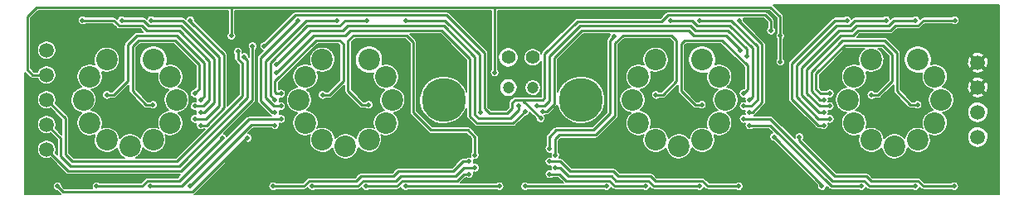
<source format=gbr>
G04 #@! TF.FileFunction,Copper,L2,Bot,Signal*
%FSLAX46Y46*%
G04 Gerber Fmt 4.6, Leading zero omitted, Abs format (unit mm)*
G04 Created by KiCad (PCBNEW 4.0.6) date 07/29/17 13:08:41*
%MOMM*%
%LPD*%
G01*
G04 APERTURE LIST*
%ADD10C,0.100000*%
%ADD11C,1.500000*%
%ADD12C,2.200000*%
%ADD13C,4.500000*%
%ADD14C,1.400000*%
%ADD15C,1.200000*%
%ADD16C,0.508000*%
%ADD17C,0.254000*%
%ADD18C,0.152400*%
G04 APERTURE END LIST*
D10*
D11*
X194500000Y-98190000D03*
X194500000Y-100730000D03*
X194500000Y-103270000D03*
X194500000Y-105810000D03*
X99500000Y-107080000D03*
X99500000Y-104540000D03*
X99500000Y-102000000D03*
X99500000Y-99460000D03*
X99500000Y-96920000D03*
D12*
X183625000Y-97886000D03*
X181886000Y-99625000D03*
X181250000Y-102000000D03*
X181886000Y-104375000D03*
X183625000Y-106114000D03*
X186000000Y-106750000D03*
X188375000Y-106114000D03*
X190114000Y-104375000D03*
X190114000Y-99625000D03*
X188375000Y-97886000D03*
X190750000Y-102000000D03*
X161625000Y-97886000D03*
X159886000Y-99625000D03*
X159250000Y-102000000D03*
X159886000Y-104375000D03*
X161625000Y-106114000D03*
X164000000Y-106750000D03*
X166375000Y-106114000D03*
X168114000Y-104375000D03*
X168114000Y-99625000D03*
X166375000Y-97886000D03*
X168750000Y-102000000D03*
X127625000Y-97886000D03*
X125886000Y-99625000D03*
X125250000Y-102000000D03*
X125886000Y-104375000D03*
X127625000Y-106114000D03*
X130000000Y-106750000D03*
X132375000Y-106114000D03*
X134114000Y-104375000D03*
X134114000Y-99625000D03*
X132375000Y-97886000D03*
X134750000Y-102000000D03*
X105625000Y-97886000D03*
X103886000Y-99625000D03*
X103250000Y-102000000D03*
X103886000Y-104375000D03*
X105625000Y-106114000D03*
X108000000Y-106750000D03*
X110375000Y-106114000D03*
X112114000Y-104375000D03*
X112114000Y-99625000D03*
X110375000Y-97886000D03*
X112750000Y-102000000D03*
D13*
X154000000Y-102000000D03*
X140000000Y-102000000D03*
D14*
X149100000Y-97650000D03*
D15*
X149100000Y-100750000D03*
D14*
X146600000Y-97650000D03*
D15*
X146600000Y-100750000D03*
D16*
X146400000Y-95250000D03*
X121300000Y-94500000D03*
X116500000Y-94500000D03*
X172700000Y-94500000D03*
X177500000Y-94500000D03*
X155500000Y-96250000D03*
X138500000Y-96250000D03*
X190850000Y-97050000D03*
X168850000Y-97150000D03*
X134850000Y-97050000D03*
X181150000Y-97050000D03*
X159150000Y-97050000D03*
X189750000Y-107750000D03*
X187750000Y-107750000D03*
X184250000Y-107750000D03*
X182250000Y-107750000D03*
X167750000Y-107750000D03*
X165750000Y-107750000D03*
X162250000Y-107750000D03*
X160250000Y-107750000D03*
X133750000Y-107750000D03*
X131750000Y-107750000D03*
X128250000Y-107750000D03*
X126250000Y-107750000D03*
X111750000Y-107750000D03*
X104250000Y-107750000D03*
X184000000Y-104250000D03*
X188000000Y-99750000D03*
X162000000Y-104250000D03*
X166000000Y-99750000D03*
X128000000Y-104250000D03*
X132000000Y-99750000D03*
X194500000Y-95250000D03*
X103150000Y-97050000D03*
X112850000Y-97050000D03*
X106250000Y-107750000D03*
X109750000Y-107750000D03*
X106000000Y-104250000D03*
X110000000Y-99750000D03*
X100500000Y-94500000D03*
X149900000Y-103900000D03*
X121700000Y-96500000D03*
X120500000Y-96500000D03*
X173400000Y-94900000D03*
X148300000Y-103200000D03*
X170250000Y-96950000D03*
X122900000Y-99200000D03*
X119650000Y-97600000D03*
X150100000Y-103200000D03*
X119000000Y-97050000D03*
X170900000Y-97500000D03*
X122900000Y-98400000D03*
X149500000Y-102600000D03*
X147650000Y-102600000D03*
X145200000Y-99200000D03*
X118350000Y-95450000D03*
X174350000Y-95450000D03*
X174350000Y-98100000D03*
X105650000Y-101500000D03*
X115200000Y-102000000D03*
X115200000Y-103300000D03*
X107150000Y-93850000D03*
X103150000Y-93850000D03*
X114600000Y-102650000D03*
X100600000Y-110850000D03*
X120000000Y-105900000D03*
X104600000Y-110850000D03*
X117400000Y-105900000D03*
X114600000Y-101350000D03*
X110350000Y-102500000D03*
X110100000Y-110850000D03*
X123400000Y-103950000D03*
X122800000Y-104600000D03*
X114100000Y-110850000D03*
X115200000Y-104600000D03*
X114150000Y-93850000D03*
X114600000Y-103950000D03*
X110150000Y-93850000D03*
X123400000Y-101350000D03*
X127650000Y-101500000D03*
X123400000Y-102650000D03*
X129150000Y-93850000D03*
X122800000Y-103300000D03*
X125150000Y-93850000D03*
X122600000Y-110850000D03*
X142600000Y-108300000D03*
X126600000Y-110850000D03*
X143200000Y-108950000D03*
X143200000Y-107650000D03*
X132350000Y-102500000D03*
X132100000Y-110850000D03*
X142600000Y-109600000D03*
X136100000Y-110850000D03*
X145700000Y-110850000D03*
X136150000Y-93850000D03*
X143800000Y-103300000D03*
X132150000Y-93850000D03*
X122800000Y-102000000D03*
X151400000Y-107650000D03*
X161650000Y-101500000D03*
X163150000Y-93850000D03*
X171200000Y-102000000D03*
X157400000Y-95500000D03*
X150800000Y-107000000D03*
X156600000Y-110850000D03*
X148300000Y-110850000D03*
X150800000Y-109600000D03*
X160600000Y-110850000D03*
X170600000Y-101350000D03*
X166350000Y-102500000D03*
X151400000Y-108950000D03*
X166100000Y-110850000D03*
X150800000Y-108300000D03*
X170100000Y-110850000D03*
X170150000Y-93850000D03*
X171200000Y-103300000D03*
X170600000Y-102650000D03*
X166150000Y-93850000D03*
X179400000Y-101350000D03*
X183650000Y-101500000D03*
X179400000Y-103950000D03*
X185150000Y-93850000D03*
X181150000Y-93850000D03*
X178800000Y-104600000D03*
X173700000Y-105800000D03*
X178600000Y-110850000D03*
X171200000Y-104600000D03*
X182600000Y-110850000D03*
X178800000Y-102000000D03*
X188350000Y-102500000D03*
X188100000Y-110850000D03*
X170600000Y-103950000D03*
X192100000Y-110850000D03*
X176300000Y-105800000D03*
X192150000Y-93850000D03*
X179400000Y-102650000D03*
X188150000Y-93850000D03*
X178800000Y-103300000D03*
D17*
X153650000Y-93950000D02*
X162250000Y-93950000D01*
X162250000Y-93950000D02*
X162900000Y-93300000D01*
X149900000Y-103900000D02*
X148100000Y-102100000D01*
X148100000Y-102000000D02*
X148100000Y-102100000D01*
X113200000Y-109300000D02*
X120500000Y-102000000D01*
X124900000Y-93300000D02*
X121700000Y-96500000D01*
X140300000Y-93300000D02*
X144200000Y-97200000D01*
X124900000Y-93300000D02*
X140300000Y-93300000D01*
X120500000Y-96500000D02*
X120500000Y-102000000D01*
X101720000Y-109300000D02*
X113200000Y-109300000D01*
X101720000Y-109300000D02*
X99500000Y-107080000D01*
X144200000Y-97200000D02*
X144200000Y-102900000D01*
X144200000Y-102900000D02*
X144700000Y-103400000D01*
X144700000Y-103400000D02*
X146500000Y-103400000D01*
X146500000Y-103400000D02*
X147000000Y-102900000D01*
X147000000Y-102900000D02*
X147000000Y-102300000D01*
X147000000Y-102300000D02*
X147300000Y-102000000D01*
X148100000Y-102000000D02*
X147300000Y-102000000D01*
X150100000Y-102000000D02*
X150300000Y-101800000D01*
X150300000Y-101800000D02*
X150300000Y-97300000D01*
X148100000Y-102000000D02*
X150100000Y-102000000D01*
X150300000Y-97300000D02*
X153650000Y-93950000D01*
X172800000Y-93300000D02*
X173400000Y-93900000D01*
X173400000Y-93900000D02*
X173400000Y-94900000D01*
X162900000Y-93300000D02*
X172800000Y-93300000D01*
X143400000Y-104400000D02*
X142700000Y-103700000D01*
X139806402Y-94900000D02*
X130500000Y-94900000D01*
X142700000Y-97793598D02*
X139806402Y-94900000D01*
X142700000Y-103700000D02*
X142700000Y-97793598D01*
X147100000Y-104400000D02*
X143400000Y-104400000D01*
X148300000Y-103200000D02*
X147100000Y-104400000D01*
X151300000Y-97700000D02*
X154100000Y-94900000D01*
X154100000Y-94900000D02*
X165000000Y-94900000D01*
X150100000Y-103200000D02*
X150500000Y-103200000D01*
X151300000Y-102400000D02*
X151300000Y-97700000D01*
X150500000Y-103200000D02*
X151300000Y-102400000D01*
X113000000Y-108800000D02*
X120000000Y-101800000D01*
X170250000Y-96950000D02*
X170250000Y-96850000D01*
X122900000Y-99200000D02*
X126700000Y-95400000D01*
X130000000Y-95400000D02*
X130500000Y-94900000D01*
X126700000Y-95400000D02*
X130000000Y-95400000D01*
X119650000Y-97600000D02*
X120000000Y-97950000D01*
X120000000Y-97950000D02*
X120000000Y-101800000D01*
X100900000Y-105940000D02*
X100900000Y-107800000D01*
X100900000Y-107800000D02*
X101900000Y-108800000D01*
X99500000Y-104540000D02*
X100900000Y-105940000D01*
X101900000Y-108800000D02*
X113000000Y-108800000D01*
X170250000Y-96850000D02*
X168800000Y-95400000D01*
X165000000Y-94900000D02*
X165500000Y-95400000D01*
X168800000Y-95400000D02*
X165500000Y-95400000D01*
X150800000Y-97500000D02*
X153900000Y-94400000D01*
X153900000Y-94400000D02*
X165200000Y-94400000D01*
X112800000Y-108300000D02*
X119500000Y-101600000D01*
X119000000Y-97800000D02*
X119500000Y-98300000D01*
X101400000Y-103900000D02*
X101400000Y-107600000D01*
X101400000Y-107600000D02*
X102100000Y-108300000D01*
X99500000Y-102000000D02*
X101400000Y-103900000D01*
X102100000Y-108300000D02*
X112800000Y-108300000D01*
X119000000Y-97800000D02*
X119000000Y-97050000D01*
X119500000Y-101600000D02*
X119500000Y-98300000D01*
X170900000Y-96800000D02*
X170900000Y-97500000D01*
X122900000Y-98400000D02*
X126400000Y-94900000D01*
X126400000Y-94900000D02*
X129700000Y-94900000D01*
X129700000Y-94900000D02*
X130200000Y-94400000D01*
X140000000Y-94400000D02*
X143200000Y-97600000D01*
X130200000Y-94400000D02*
X140000000Y-94400000D01*
X143200000Y-103500000D02*
X143600000Y-103900000D01*
X143200000Y-97600000D02*
X143200000Y-103500000D01*
X143600000Y-103900000D02*
X146800000Y-103900000D01*
X147650000Y-103050000D02*
X146800000Y-103900000D01*
X150300000Y-102600000D02*
X150800000Y-102100000D01*
X150800000Y-102100000D02*
X150800000Y-97500000D01*
X149500000Y-102600000D02*
X150300000Y-102600000D01*
X165200000Y-94400000D02*
X165700000Y-94900000D01*
X169000000Y-94900000D02*
X165700000Y-94900000D01*
X170900000Y-96800000D02*
X169000000Y-94900000D01*
X147650000Y-102600000D02*
X147650000Y-103050000D01*
X147650000Y-102600000D02*
X147600000Y-102650000D01*
X174350000Y-95450000D02*
X174350000Y-93500000D01*
X173350000Y-92500000D02*
X145200000Y-92500000D01*
X174350000Y-93500000D02*
X173350000Y-92500000D01*
X118350000Y-95450000D02*
X118350000Y-92500000D01*
X174350000Y-98100000D02*
X174350000Y-95450000D01*
X145200000Y-99200000D02*
X145200000Y-92500000D01*
X118350000Y-92500000D02*
X145200000Y-92500000D01*
X99500000Y-99460000D02*
X98060000Y-99460000D01*
X98500000Y-92500000D02*
X118350000Y-92500000D01*
X97500000Y-93500000D02*
X98500000Y-92500000D01*
X98060000Y-99460000D02*
X97500000Y-98900000D01*
X97500000Y-98900000D02*
X97500000Y-93500000D01*
X106350000Y-101500000D02*
X105650000Y-101500000D01*
X107750000Y-100100000D02*
X107750000Y-96350000D01*
X107750000Y-100100000D02*
X106350000Y-101500000D01*
X107750000Y-96350000D02*
X108700000Y-95400000D01*
X108700000Y-95400000D02*
X112800000Y-95400000D01*
X115600000Y-98200000D02*
X112800000Y-95400000D01*
X115600000Y-101600000D02*
X115600000Y-98200000D01*
X115200000Y-102000000D02*
X115600000Y-101600000D01*
X115200000Y-102000000D02*
X115250000Y-102000000D01*
X107150000Y-93850000D02*
X109350000Y-93850000D01*
X109350000Y-93850000D02*
X109900000Y-94400000D01*
X116600000Y-97800000D02*
X116600000Y-102300000D01*
X115200000Y-103300000D02*
X115600000Y-103300000D01*
X115600000Y-103300000D02*
X116600000Y-102300000D01*
X109900000Y-94400000D02*
X113200000Y-94400000D01*
X113200000Y-94400000D02*
X116600000Y-97800000D01*
X106900000Y-94400000D02*
X109200000Y-94400000D01*
X109200000Y-94400000D02*
X109700000Y-94900000D01*
X109700000Y-94900000D02*
X113000000Y-94900000D01*
X113000000Y-94900000D02*
X116100000Y-98000000D01*
X115450000Y-102650000D02*
X116100000Y-102000000D01*
X114600000Y-102650000D02*
X115450000Y-102650000D01*
X116100000Y-102000000D02*
X116100000Y-98000000D01*
X106350000Y-93850000D02*
X106900000Y-94400000D01*
X103150000Y-93850000D02*
X106350000Y-93850000D01*
X114350000Y-111400000D02*
X119850000Y-105900000D01*
X100600000Y-110850000D02*
X101150000Y-111400000D01*
X101150000Y-111400000D02*
X114350000Y-111400000D01*
X119850000Y-105900000D02*
X120000000Y-105900000D01*
X117400000Y-105900000D02*
X113000000Y-110300000D01*
X104600000Y-110850000D02*
X109250000Y-110850000D01*
X109250000Y-110850000D02*
X109800000Y-110300000D01*
X113000000Y-110300000D02*
X109800000Y-110300000D01*
X109650000Y-102500000D02*
X110350000Y-102500000D01*
X108912630Y-95887370D02*
X112587370Y-95887370D01*
X108250000Y-101100000D02*
X108250000Y-96550000D01*
X108250000Y-101100000D02*
X109650000Y-102500000D01*
X108250000Y-96550000D02*
X108912630Y-95887370D01*
X115100000Y-98400000D02*
X112587370Y-95887370D01*
X114600000Y-101350000D02*
X115100000Y-100850000D01*
X115100000Y-100850000D02*
X115100000Y-98400000D01*
X113300000Y-110850000D02*
X120150000Y-104000000D01*
X110100000Y-110850000D02*
X113300000Y-110850000D01*
X123350000Y-104000000D02*
X123400000Y-103950000D01*
X120150000Y-104000000D02*
X123350000Y-104000000D01*
X114100000Y-110850000D02*
X120400000Y-104550000D01*
X114100000Y-110850000D02*
X114150000Y-110850000D01*
X122750000Y-104550000D02*
X122800000Y-104600000D01*
X120400000Y-104550000D02*
X122750000Y-104550000D01*
X117600000Y-102800000D02*
X117600000Y-97400000D01*
X115800000Y-104600000D02*
X117600000Y-102800000D01*
X115200000Y-104600000D02*
X115800000Y-104600000D01*
X114150000Y-93850000D02*
X114150000Y-93950000D01*
X114150000Y-93950000D02*
X117600000Y-97400000D01*
X117100000Y-102600000D02*
X117100000Y-97600000D01*
X115750000Y-103950000D02*
X117100000Y-102600000D01*
X114600000Y-103950000D02*
X115750000Y-103950000D01*
X110150000Y-93850000D02*
X113350000Y-93850000D01*
X113350000Y-93850000D02*
X117100000Y-97600000D01*
X128350000Y-101500000D02*
X127650000Y-101500000D01*
X122950000Y-101350000D02*
X122800000Y-101200000D01*
X122800000Y-101200000D02*
X122800000Y-100100000D01*
X129750000Y-100100000D02*
X128350000Y-101500000D01*
X129750000Y-100100000D02*
X129750000Y-96250000D01*
X122800000Y-100100000D02*
X127000000Y-95900000D01*
X127000000Y-95900000D02*
X129400000Y-95900000D01*
X129400000Y-95900000D02*
X129750000Y-96250000D01*
X123400000Y-101350000D02*
X122950000Y-101350000D01*
X129150000Y-93850000D02*
X125950000Y-93850000D01*
X121800000Y-98000000D02*
X125950000Y-93850000D01*
X122650000Y-102650000D02*
X123400000Y-102650000D01*
X121800000Y-101800000D02*
X122650000Y-102650000D01*
X121800000Y-98000000D02*
X121800000Y-101800000D01*
X122800000Y-103300000D02*
X122500000Y-103300000D01*
X121300000Y-102100000D02*
X121300000Y-97700000D01*
X122500000Y-103300000D02*
X121300000Y-102100000D01*
X125150000Y-93850000D02*
X121300000Y-97700000D01*
X125150000Y-93850000D02*
X125150000Y-93950000D01*
X125750000Y-110850000D02*
X122600000Y-110850000D01*
X131100000Y-110300000D02*
X131600000Y-109800000D01*
X126300000Y-110300000D02*
X131100000Y-110300000D01*
X125750000Y-110850000D02*
X126300000Y-110300000D01*
X122600000Y-110850000D02*
X122600000Y-110750000D01*
X141000000Y-109300000D02*
X142000000Y-108300000D01*
X134900000Y-109800000D02*
X135400000Y-109300000D01*
X131600000Y-109800000D02*
X134900000Y-109800000D01*
X135400000Y-109300000D02*
X141000000Y-109300000D01*
X142000000Y-108300000D02*
X142600000Y-108300000D01*
X141200000Y-109800000D02*
X142050000Y-108950000D01*
X126600000Y-110850000D02*
X131250000Y-110850000D01*
X135100000Y-110300000D02*
X135600000Y-109800000D01*
X131800000Y-110300000D02*
X135100000Y-110300000D01*
X131250000Y-110850000D02*
X131800000Y-110300000D01*
X135600000Y-109800000D02*
X141200000Y-109800000D01*
X142050000Y-108950000D02*
X143200000Y-108950000D01*
X131650000Y-102500000D02*
X132350000Y-102500000D01*
X130250000Y-101100000D02*
X130250000Y-95950000D01*
X130250000Y-101100000D02*
X131650000Y-102500000D01*
X130800000Y-95400000D02*
X136200000Y-95400000D01*
X130250000Y-95950000D02*
X130800000Y-95400000D01*
X136900000Y-96100000D02*
X136200000Y-95400000D01*
X143200000Y-107650000D02*
X143200000Y-105800000D01*
X138700000Y-105100000D02*
X136900000Y-103300000D01*
X142500000Y-105100000D02*
X138700000Y-105100000D01*
X143200000Y-105800000D02*
X142500000Y-105100000D01*
X136900000Y-103300000D02*
X136900000Y-96100000D01*
X132100000Y-110850000D02*
X135250000Y-110850000D01*
X142600000Y-109600000D02*
X142100000Y-109600000D01*
X142100000Y-109600000D02*
X141400000Y-110300000D01*
X135800000Y-110300000D02*
X141400000Y-110300000D01*
X135250000Y-110850000D02*
X135800000Y-110300000D01*
X136100000Y-110850000D02*
X145700000Y-110850000D01*
X140150000Y-93850000D02*
X143700000Y-97400000D01*
X136150000Y-93850000D02*
X140150000Y-93850000D01*
X143700000Y-97400000D02*
X143700000Y-103200000D01*
X143700000Y-103200000D02*
X143800000Y-103300000D01*
X122800000Y-102000000D02*
X122300000Y-101500000D01*
X132150000Y-93850000D02*
X129950000Y-93850000D01*
X129950000Y-93850000D02*
X129400000Y-94400000D01*
X122300000Y-98200000D02*
X126100000Y-94400000D01*
X129400000Y-94400000D02*
X126100000Y-94400000D01*
X122300000Y-101500000D02*
X122300000Y-98200000D01*
X162350000Y-101500000D02*
X161650000Y-101500000D01*
X162350000Y-101500000D02*
X163750000Y-100100000D01*
X163750000Y-95950000D02*
X163200000Y-95400000D01*
X163750000Y-100100000D02*
X163750000Y-95950000D01*
X158300000Y-95400000D02*
X163200000Y-95400000D01*
X157500000Y-96200000D02*
X158300000Y-95400000D01*
X155500000Y-105600000D02*
X157500000Y-103600000D01*
X157500000Y-103600000D02*
X157500000Y-96200000D01*
X151400000Y-106000000D02*
X151800000Y-105600000D01*
X151800000Y-105600000D02*
X155500000Y-105600000D01*
X151400000Y-107650000D02*
X151400000Y-106000000D01*
X171500000Y-96700000D02*
X171500000Y-101700000D01*
X165350000Y-93850000D02*
X165900000Y-94400000D01*
X165900000Y-94400000D02*
X169200000Y-94400000D01*
X169200000Y-94400000D02*
X171500000Y-96700000D01*
X163150000Y-93850000D02*
X165350000Y-93850000D01*
X171500000Y-101700000D02*
X171200000Y-102000000D01*
X157400000Y-95500000D02*
X157000000Y-95900000D01*
X157000000Y-95900000D02*
X157000000Y-103400000D01*
X157350000Y-95450000D02*
X157400000Y-95500000D01*
X155300000Y-105100000D02*
X157000000Y-103400000D01*
X150800000Y-105800000D02*
X151500000Y-105100000D01*
X151500000Y-105100000D02*
X155300000Y-105100000D01*
X150800000Y-107000000D02*
X150800000Y-105800000D01*
X156600000Y-110850000D02*
X148300000Y-110850000D01*
X151800000Y-109600000D02*
X150800000Y-109600000D01*
X152500000Y-110300000D02*
X151800000Y-109600000D01*
X156900000Y-110300000D02*
X152500000Y-110300000D01*
X160600000Y-110850000D02*
X157450000Y-110850000D01*
X157450000Y-110850000D02*
X156900000Y-110300000D01*
X165650000Y-102500000D02*
X166350000Y-102500000D01*
X164600000Y-95900000D02*
X168400000Y-95900000D01*
X165650000Y-102500000D02*
X164250000Y-101100000D01*
X164250000Y-101100000D02*
X164250000Y-96250000D01*
X164250000Y-96250000D02*
X164600000Y-95900000D01*
X168400000Y-95900000D02*
X171000000Y-98500000D01*
X171000000Y-98500000D02*
X171000000Y-100950000D01*
X171000000Y-100950000D02*
X170600000Y-101350000D01*
X151400000Y-108950000D02*
X151850000Y-108950000D01*
X151850000Y-108950000D02*
X152700000Y-109800000D01*
X157100000Y-109800000D02*
X152700000Y-109800000D01*
X161450000Y-110850000D02*
X160900000Y-110300000D01*
X160900000Y-110300000D02*
X157600000Y-110300000D01*
X157600000Y-110300000D02*
X157100000Y-109800000D01*
X166100000Y-110850000D02*
X161450000Y-110850000D01*
X150800000Y-108300000D02*
X151900000Y-108300000D01*
X157800000Y-109800000D02*
X157300000Y-109300000D01*
X161100000Y-109800000D02*
X157800000Y-109800000D01*
X152900000Y-109300000D02*
X157300000Y-109300000D01*
X151900000Y-108300000D02*
X152900000Y-109300000D01*
X170100000Y-110850000D02*
X166950000Y-110850000D01*
X161600000Y-110300000D02*
X161100000Y-109800000D01*
X166400000Y-110300000D02*
X161600000Y-110300000D01*
X166950000Y-110850000D02*
X166400000Y-110300000D01*
X172500000Y-102300000D02*
X172500000Y-96300000D01*
X170150000Y-93850000D02*
X170150000Y-93950000D01*
X170150000Y-93950000D02*
X172500000Y-96300000D01*
X172500000Y-102300000D02*
X171500000Y-103300000D01*
X171500000Y-103300000D02*
X171200000Y-103300000D01*
X172000000Y-96500000D02*
X172000000Y-102000000D01*
X171350000Y-102650000D02*
X170600000Y-102650000D01*
X169350000Y-93850000D02*
X172000000Y-96500000D01*
X166150000Y-93850000D02*
X169350000Y-93850000D01*
X172000000Y-102000000D02*
X171350000Y-102650000D01*
X184350000Y-101500000D02*
X183650000Y-101500000D01*
X178450000Y-101350000D02*
X178000000Y-100900000D01*
X184800000Y-96400000D02*
X180900000Y-96400000D01*
X185750000Y-97350000D02*
X184800000Y-96400000D01*
X185750000Y-100100000D02*
X184350000Y-101500000D01*
X185750000Y-100100000D02*
X185750000Y-97350000D01*
X178000000Y-99300000D02*
X178000000Y-100900000D01*
X180900000Y-96400000D02*
X178000000Y-99300000D01*
X179400000Y-101350000D02*
X178450000Y-101350000D01*
X179400000Y-103950000D02*
X178250000Y-103950000D01*
X181950000Y-93850000D02*
X181400000Y-94400000D01*
X181400000Y-94400000D02*
X180100000Y-94400000D01*
X180100000Y-94400000D02*
X176000000Y-98500000D01*
X185150000Y-93850000D02*
X181950000Y-93850000D01*
X176000000Y-101700000D02*
X176000000Y-98500000D01*
X178250000Y-103950000D02*
X176000000Y-101700000D01*
X175500000Y-101900000D02*
X178200000Y-104600000D01*
X178200000Y-104600000D02*
X178800000Y-104600000D01*
X175500000Y-98300000D02*
X175500000Y-101900000D01*
X179950000Y-93850000D02*
X175500000Y-98300000D01*
X181150000Y-93850000D02*
X179950000Y-93850000D01*
X173700000Y-105800000D02*
X178600000Y-110700000D01*
X178600000Y-110700000D02*
X178600000Y-110850000D01*
X178600000Y-110800000D02*
X178600000Y-110850000D01*
X173300000Y-104600000D02*
X171200000Y-104600000D01*
X182600000Y-110850000D02*
X179550000Y-110850000D01*
X173300000Y-104600000D02*
X179550000Y-110850000D01*
X187650000Y-102500000D02*
X188350000Y-102500000D01*
X180700000Y-95900000D02*
X177500000Y-99100000D01*
X185000000Y-95900000D02*
X180700000Y-95900000D01*
X186250000Y-97150000D02*
X185000000Y-95900000D01*
X186250000Y-101100000D02*
X187650000Y-102500000D01*
X186250000Y-101100000D02*
X186250000Y-97150000D01*
X177500000Y-99100000D02*
X177500000Y-101100000D01*
X178400000Y-102000000D02*
X177500000Y-101100000D01*
X178800000Y-102000000D02*
X178400000Y-102000000D01*
X179700000Y-110300000D02*
X173350000Y-103950000D01*
X188100000Y-110850000D02*
X183450000Y-110850000D01*
X182900000Y-110300000D02*
X179700000Y-110300000D01*
X183450000Y-110850000D02*
X182900000Y-110300000D01*
X173350000Y-103950000D02*
X170600000Y-103950000D01*
X179900000Y-109800000D02*
X176300000Y-106200000D01*
X192100000Y-110850000D02*
X188950000Y-110850000D01*
X183100000Y-109800000D02*
X179900000Y-109800000D01*
X183600000Y-110300000D02*
X183100000Y-109800000D01*
X188400000Y-110300000D02*
X183600000Y-110300000D01*
X188950000Y-110850000D02*
X188400000Y-110300000D01*
X176300000Y-106200000D02*
X176300000Y-105800000D01*
X179400000Y-102650000D02*
X178350000Y-102650000D01*
X188950000Y-93850000D02*
X188400000Y-94400000D01*
X188400000Y-94400000D02*
X186100000Y-94400000D01*
X186100000Y-94400000D02*
X185600000Y-94900000D01*
X185600000Y-94900000D02*
X182300000Y-94900000D01*
X182300000Y-94900000D02*
X181800000Y-95400000D01*
X181800000Y-95400000D02*
X180500000Y-95400000D01*
X180500000Y-95400000D02*
X177000000Y-98900000D01*
X192150000Y-93850000D02*
X188950000Y-93850000D01*
X177000000Y-101300000D02*
X177000000Y-98900000D01*
X178350000Y-102650000D02*
X177000000Y-101300000D01*
X178800000Y-103300000D02*
X178300000Y-103300000D01*
X185950000Y-93850000D02*
X185400000Y-94400000D01*
X185400000Y-94400000D02*
X182100000Y-94400000D01*
X182100000Y-94400000D02*
X181600000Y-94900000D01*
X181600000Y-94900000D02*
X180300000Y-94900000D01*
X180300000Y-94900000D02*
X176500000Y-98700000D01*
X188150000Y-93850000D02*
X185950000Y-93850000D01*
X176500000Y-101500000D02*
X176500000Y-98700000D01*
X178300000Y-103300000D02*
X176500000Y-101500000D01*
D18*
G36*
X196696400Y-111696400D02*
X114546385Y-111696400D01*
X114546786Y-111696187D01*
X114572248Y-111675421D01*
X114597912Y-111654933D01*
X114600514Y-111652367D01*
X114600568Y-111652323D01*
X114600609Y-111652273D01*
X114601447Y-111651447D01*
X119884205Y-106368689D01*
X119942582Y-106381524D01*
X120037204Y-106383506D01*
X120130409Y-106367071D01*
X120218646Y-106332846D01*
X120298556Y-106282134D01*
X120367093Y-106216867D01*
X120421649Y-106139530D01*
X120460143Y-106053069D01*
X120481111Y-105960778D01*
X120482621Y-105852679D01*
X120464238Y-105759838D01*
X120428172Y-105672337D01*
X120375798Y-105593507D01*
X120309109Y-105526351D01*
X120230647Y-105473428D01*
X120143399Y-105436752D01*
X120050690Y-105417722D01*
X120035280Y-105417614D01*
X120547294Y-104905600D01*
X122424194Y-104905600D01*
X122485704Y-104969297D01*
X122563420Y-105023310D01*
X122650147Y-105061201D01*
X122742582Y-105081524D01*
X122837204Y-105083506D01*
X122930409Y-105067071D01*
X123018646Y-105032846D01*
X123098556Y-104982134D01*
X123167093Y-104916867D01*
X123221649Y-104839530D01*
X123260143Y-104753069D01*
X123281111Y-104660778D01*
X123282621Y-104552679D01*
X123264238Y-104459838D01*
X123242883Y-104408027D01*
X123250147Y-104411201D01*
X123342582Y-104431524D01*
X123437204Y-104433506D01*
X123530409Y-104417071D01*
X123618646Y-104382846D01*
X123698556Y-104332134D01*
X123767093Y-104266867D01*
X123821649Y-104189530D01*
X123860143Y-104103069D01*
X123881111Y-104010778D01*
X123882621Y-103902679D01*
X123864238Y-103809838D01*
X123828172Y-103722337D01*
X123775798Y-103643507D01*
X123709109Y-103576351D01*
X123630647Y-103523428D01*
X123543399Y-103486752D01*
X123450690Y-103467722D01*
X123356049Y-103467061D01*
X123263083Y-103484795D01*
X123242275Y-103493202D01*
X123260143Y-103453069D01*
X123281111Y-103360778D01*
X123282621Y-103252679D01*
X123264238Y-103159838D01*
X123242883Y-103108027D01*
X123250147Y-103111201D01*
X123342582Y-103131524D01*
X123437204Y-103133506D01*
X123530409Y-103117071D01*
X123618646Y-103082846D01*
X123698556Y-103032134D01*
X123767093Y-102966867D01*
X123821649Y-102889530D01*
X123860143Y-102803069D01*
X123881111Y-102710778D01*
X123882621Y-102602679D01*
X123864238Y-102509838D01*
X123828172Y-102422337D01*
X123775798Y-102343507D01*
X123709109Y-102276351D01*
X123630647Y-102223428D01*
X123543399Y-102186752D01*
X123450690Y-102167722D01*
X123356049Y-102167061D01*
X123263083Y-102184795D01*
X123242275Y-102193202D01*
X123260143Y-102153069D01*
X123269539Y-102111712D01*
X123919653Y-102111712D01*
X123966688Y-102367984D01*
X124062603Y-102610239D01*
X124203747Y-102829250D01*
X124384741Y-103016676D01*
X124598693Y-103165376D01*
X124837453Y-103269688D01*
X125070351Y-103320894D01*
X125049466Y-103334561D01*
X124863308Y-103516860D01*
X124716105Y-103731845D01*
X124613463Y-103971327D01*
X124559291Y-104226186D01*
X124555653Y-104486712D01*
X124602688Y-104742984D01*
X124698603Y-104985239D01*
X124839747Y-105204250D01*
X125020741Y-105391676D01*
X125234693Y-105540376D01*
X125473453Y-105644688D01*
X125727927Y-105700638D01*
X125988422Y-105706094D01*
X126245016Y-105660850D01*
X126399321Y-105600999D01*
X126352463Y-105710327D01*
X126298291Y-105965186D01*
X126294653Y-106225712D01*
X126341688Y-106481984D01*
X126437603Y-106724239D01*
X126578747Y-106943250D01*
X126759741Y-107130676D01*
X126973693Y-107279376D01*
X127212453Y-107383688D01*
X127466927Y-107439638D01*
X127727422Y-107445094D01*
X127984016Y-107399850D01*
X128226935Y-107305628D01*
X128446926Y-107166017D01*
X128635610Y-106986335D01*
X128680775Y-106922310D01*
X128716688Y-107117984D01*
X128812603Y-107360239D01*
X128953747Y-107579250D01*
X129134741Y-107766676D01*
X129348693Y-107915376D01*
X129587453Y-108019688D01*
X129841927Y-108075638D01*
X130102422Y-108081094D01*
X130359016Y-108035850D01*
X130601935Y-107941628D01*
X130821926Y-107802017D01*
X131010610Y-107622335D01*
X131160801Y-107409427D01*
X131266777Y-107171401D01*
X131321253Y-106931622D01*
X131328747Y-106943250D01*
X131509741Y-107130676D01*
X131723693Y-107279376D01*
X131962453Y-107383688D01*
X132216927Y-107439638D01*
X132477422Y-107445094D01*
X132734016Y-107399850D01*
X132976935Y-107305628D01*
X133196926Y-107166017D01*
X133385610Y-106986335D01*
X133535801Y-106773427D01*
X133641777Y-106535401D01*
X133699502Y-106281324D01*
X133703657Y-105983724D01*
X133653049Y-105728134D01*
X133600471Y-105600570D01*
X133701453Y-105644688D01*
X133955927Y-105700638D01*
X134216422Y-105706094D01*
X134473016Y-105660850D01*
X134715935Y-105566628D01*
X134935926Y-105427017D01*
X135124610Y-105247335D01*
X135274801Y-105034427D01*
X135380777Y-104796401D01*
X135438502Y-104542324D01*
X135442657Y-104244724D01*
X135392049Y-103989134D01*
X135292761Y-103748242D01*
X135148573Y-103531223D01*
X134964980Y-103346342D01*
X134923732Y-103318520D01*
X135109016Y-103285850D01*
X135351935Y-103191628D01*
X135571926Y-103052017D01*
X135760610Y-102872335D01*
X135910801Y-102659427D01*
X136016777Y-102421401D01*
X136074502Y-102167324D01*
X136078657Y-101869724D01*
X136028049Y-101614134D01*
X135928761Y-101373242D01*
X135784573Y-101156223D01*
X135600980Y-100971342D01*
X135384972Y-100825644D01*
X135144779Y-100724676D01*
X134930227Y-100680634D01*
X134935926Y-100677017D01*
X135124610Y-100497335D01*
X135274801Y-100284427D01*
X135380777Y-100046401D01*
X135438502Y-99792324D01*
X135442657Y-99494724D01*
X135392049Y-99239134D01*
X135292761Y-98998242D01*
X135148573Y-98781223D01*
X134964980Y-98596342D01*
X134748972Y-98450644D01*
X134508779Y-98349676D01*
X134253549Y-98297284D01*
X133993003Y-98295465D01*
X133737066Y-98344288D01*
X133736465Y-98344531D01*
X133738649Y-98339626D01*
X133800788Y-98066119D01*
X133805261Y-97745762D01*
X133750783Y-97470627D01*
X133643902Y-97211313D01*
X133488688Y-96977698D01*
X133291055Y-96778680D01*
X133058529Y-96621839D01*
X132799968Y-96513150D01*
X132525220Y-96456753D01*
X132244750Y-96454795D01*
X131969241Y-96507351D01*
X131709188Y-96612419D01*
X131474495Y-96765998D01*
X131274102Y-96962237D01*
X131115642Y-97193662D01*
X131005151Y-97451458D01*
X130946836Y-97725806D01*
X130942920Y-98006255D01*
X130993552Y-98282124D01*
X131096802Y-98542905D01*
X131248738Y-98778664D01*
X131443574Y-98980422D01*
X131673887Y-99140494D01*
X131930905Y-99252782D01*
X132204839Y-99313011D01*
X132485254Y-99318884D01*
X132761470Y-99270180D01*
X132837334Y-99240755D01*
X132787291Y-99476186D01*
X132783653Y-99736712D01*
X132830688Y-99992984D01*
X132926603Y-100235239D01*
X133067747Y-100454250D01*
X133248741Y-100641676D01*
X133462693Y-100790376D01*
X133701453Y-100894688D01*
X133934351Y-100945894D01*
X133913466Y-100959561D01*
X133727308Y-101141860D01*
X133580105Y-101356845D01*
X133477463Y-101596327D01*
X133423291Y-101851186D01*
X133419653Y-102111712D01*
X133466688Y-102367984D01*
X133562603Y-102610239D01*
X133703747Y-102829250D01*
X133884741Y-103016676D01*
X133940558Y-103055470D01*
X133737066Y-103094288D01*
X133495486Y-103191893D01*
X133277466Y-103334561D01*
X133091308Y-103516860D01*
X132944105Y-103731845D01*
X132841463Y-103971327D01*
X132787291Y-104226186D01*
X132783653Y-104486712D01*
X132830688Y-104742984D01*
X132888301Y-104888498D01*
X132769779Y-104838676D01*
X132514549Y-104786284D01*
X132254003Y-104784465D01*
X131998066Y-104833288D01*
X131756486Y-104930893D01*
X131538466Y-105073561D01*
X131352308Y-105255860D01*
X131205105Y-105470845D01*
X131102463Y-105710327D01*
X131054461Y-105936157D01*
X131034573Y-105906223D01*
X130850980Y-105721342D01*
X130634972Y-105575644D01*
X130394779Y-105474676D01*
X130139549Y-105422284D01*
X129879003Y-105420465D01*
X129623066Y-105469288D01*
X129381486Y-105566893D01*
X129163466Y-105709561D01*
X128977308Y-105891860D01*
X128944853Y-105939260D01*
X128903049Y-105728134D01*
X128803761Y-105487242D01*
X128659573Y-105270223D01*
X128475980Y-105085342D01*
X128259972Y-104939644D01*
X128019779Y-104838676D01*
X127764549Y-104786284D01*
X127504003Y-104784465D01*
X127248066Y-104833288D01*
X127111851Y-104888323D01*
X127152777Y-104796401D01*
X127210502Y-104542324D01*
X127214657Y-104244724D01*
X127164049Y-103989134D01*
X127064761Y-103748242D01*
X126920573Y-103531223D01*
X126736980Y-103346342D01*
X126520972Y-103200644D01*
X126280779Y-103099676D01*
X126066227Y-103055634D01*
X126071926Y-103052017D01*
X126260610Y-102872335D01*
X126410801Y-102659427D01*
X126516777Y-102421401D01*
X126574502Y-102167324D01*
X126578657Y-101869724D01*
X126528049Y-101614134D01*
X126428761Y-101373242D01*
X126284573Y-101156223D01*
X126100980Y-100971342D01*
X126059732Y-100943520D01*
X126245016Y-100910850D01*
X126487935Y-100816628D01*
X126707926Y-100677017D01*
X126896610Y-100497335D01*
X127046801Y-100284427D01*
X127152777Y-100046401D01*
X127210502Y-99792324D01*
X127214657Y-99494724D01*
X127164049Y-99239134D01*
X127111471Y-99111570D01*
X127212453Y-99155688D01*
X127466927Y-99211638D01*
X127727422Y-99217094D01*
X127984016Y-99171850D01*
X128226935Y-99077628D01*
X128446926Y-98938017D01*
X128635610Y-98758335D01*
X128785801Y-98545427D01*
X128891777Y-98307401D01*
X128949502Y-98053324D01*
X128953657Y-97755724D01*
X128903049Y-97500134D01*
X128803761Y-97259242D01*
X128659573Y-97042223D01*
X128475980Y-96857342D01*
X128259972Y-96711644D01*
X128019779Y-96610676D01*
X127764549Y-96558284D01*
X127504003Y-96556465D01*
X127248066Y-96605288D01*
X127006486Y-96702893D01*
X126788466Y-96845561D01*
X126602308Y-97027860D01*
X126455105Y-97242845D01*
X126352463Y-97482327D01*
X126298291Y-97737186D01*
X126294653Y-97997712D01*
X126341688Y-98253984D01*
X126399301Y-98399498D01*
X126280779Y-98349676D01*
X126025549Y-98297284D01*
X125765003Y-98295465D01*
X125509066Y-98344288D01*
X125267486Y-98441893D01*
X125049466Y-98584561D01*
X124863308Y-98766860D01*
X124716105Y-98981845D01*
X124613463Y-99221327D01*
X124559291Y-99476186D01*
X124555653Y-99736712D01*
X124602688Y-99992984D01*
X124698603Y-100235239D01*
X124839747Y-100454250D01*
X125020741Y-100641676D01*
X125076558Y-100680470D01*
X124873066Y-100719288D01*
X124631486Y-100816893D01*
X124413466Y-100959561D01*
X124227308Y-101141860D01*
X124080105Y-101356845D01*
X123977463Y-101596327D01*
X123923291Y-101851186D01*
X123919653Y-102111712D01*
X123269539Y-102111712D01*
X123281111Y-102060778D01*
X123282621Y-101952679D01*
X123264238Y-101859838D01*
X123242883Y-101808027D01*
X123250147Y-101811201D01*
X123342582Y-101831524D01*
X123437204Y-101833506D01*
X123530409Y-101817071D01*
X123618646Y-101782846D01*
X123698556Y-101732134D01*
X123767093Y-101666867D01*
X123821649Y-101589530D01*
X123860143Y-101503069D01*
X123881111Y-101410778D01*
X123882621Y-101302679D01*
X123864238Y-101209838D01*
X123828172Y-101122337D01*
X123775798Y-101043507D01*
X123709109Y-100976351D01*
X123630647Y-100923428D01*
X123543399Y-100886752D01*
X123450690Y-100867722D01*
X123356049Y-100867061D01*
X123263083Y-100884795D01*
X123175332Y-100920249D01*
X123155600Y-100933161D01*
X123155600Y-100247294D01*
X127147294Y-96255600D01*
X129252706Y-96255600D01*
X129394400Y-96397294D01*
X129394400Y-99952706D01*
X128202706Y-101144400D01*
X127977032Y-101144400D01*
X127959109Y-101126351D01*
X127880647Y-101073428D01*
X127793399Y-101036752D01*
X127700690Y-101017722D01*
X127606049Y-101017061D01*
X127513083Y-101034795D01*
X127425332Y-101070249D01*
X127346138Y-101122072D01*
X127278518Y-101188290D01*
X127225048Y-101266381D01*
X127187764Y-101353370D01*
X127168087Y-101445945D01*
X127166766Y-101540578D01*
X127183851Y-101633666D01*
X127218691Y-101721663D01*
X127269960Y-101801216D01*
X127335704Y-101869297D01*
X127413420Y-101923310D01*
X127500147Y-101961201D01*
X127592582Y-101981524D01*
X127687204Y-101983506D01*
X127780409Y-101967071D01*
X127868646Y-101932846D01*
X127948556Y-101882134D01*
X127976419Y-101855600D01*
X128350000Y-101855600D01*
X128382772Y-101852387D01*
X128415413Y-101849531D01*
X128417203Y-101849011D01*
X128419070Y-101848828D01*
X128450564Y-101839319D01*
X128482059Y-101830170D01*
X128483719Y-101829309D01*
X128485509Y-101828769D01*
X128514519Y-101813344D01*
X128543674Y-101798231D01*
X128545134Y-101797065D01*
X128546786Y-101796187D01*
X128572248Y-101775421D01*
X128597912Y-101754933D01*
X128600514Y-101752367D01*
X128600568Y-101752323D01*
X128600609Y-101752273D01*
X128601447Y-101751447D01*
X129894400Y-100458494D01*
X129894400Y-101100000D01*
X129897613Y-101132772D01*
X129900469Y-101165413D01*
X129900989Y-101167203D01*
X129901172Y-101169070D01*
X129910681Y-101200564D01*
X129919830Y-101232059D01*
X129920691Y-101233719D01*
X129921231Y-101235509D01*
X129936656Y-101264519D01*
X129951769Y-101293674D01*
X129952935Y-101295134D01*
X129953813Y-101296786D01*
X129974579Y-101322248D01*
X129995067Y-101347912D01*
X129997633Y-101350514D01*
X129997677Y-101350568D01*
X129997727Y-101350609D01*
X129998553Y-101351447D01*
X131398553Y-102751447D01*
X131423993Y-102772344D01*
X131449098Y-102793410D01*
X131450730Y-102794308D01*
X131452181Y-102795499D01*
X131481173Y-102811044D01*
X131509914Y-102826845D01*
X131511698Y-102827411D01*
X131513345Y-102828294D01*
X131544792Y-102837908D01*
X131576067Y-102847829D01*
X131577920Y-102848037D01*
X131579713Y-102848585D01*
X131612458Y-102851911D01*
X131645035Y-102855565D01*
X131648688Y-102855591D01*
X131648759Y-102855598D01*
X131648825Y-102855592D01*
X131650000Y-102855600D01*
X132022477Y-102855600D01*
X132035704Y-102869297D01*
X132113420Y-102923310D01*
X132200147Y-102961201D01*
X132292582Y-102981524D01*
X132387204Y-102983506D01*
X132480409Y-102967071D01*
X132568646Y-102932846D01*
X132648556Y-102882134D01*
X132717093Y-102816867D01*
X132771649Y-102739530D01*
X132810143Y-102653069D01*
X132831111Y-102560778D01*
X132832621Y-102452679D01*
X132814238Y-102359838D01*
X132778172Y-102272337D01*
X132725798Y-102193507D01*
X132659109Y-102126351D01*
X132580647Y-102073428D01*
X132493399Y-102036752D01*
X132400690Y-102017722D01*
X132306049Y-102017061D01*
X132213083Y-102034795D01*
X132125332Y-102070249D01*
X132046138Y-102122072D01*
X132023337Y-102144400D01*
X131797294Y-102144400D01*
X130605600Y-100952706D01*
X130605600Y-96097294D01*
X130947294Y-95755600D01*
X136052706Y-95755600D01*
X136544400Y-96247295D01*
X136544400Y-103300000D01*
X136547613Y-103332772D01*
X136550469Y-103365413D01*
X136550989Y-103367203D01*
X136551172Y-103369070D01*
X136560681Y-103400564D01*
X136569830Y-103432059D01*
X136570691Y-103433719D01*
X136571231Y-103435509D01*
X136586656Y-103464519D01*
X136601769Y-103493674D01*
X136602935Y-103495134D01*
X136603813Y-103496786D01*
X136624579Y-103522248D01*
X136645067Y-103547912D01*
X136647633Y-103550514D01*
X136647677Y-103550568D01*
X136647727Y-103550609D01*
X136648553Y-103551447D01*
X138448553Y-105351447D01*
X138473966Y-105372322D01*
X138499098Y-105393410D01*
X138500734Y-105394309D01*
X138502181Y-105395498D01*
X138531153Y-105411033D01*
X138559914Y-105426845D01*
X138561696Y-105427410D01*
X138563344Y-105428294D01*
X138594764Y-105437900D01*
X138626067Y-105447829D01*
X138627925Y-105448037D01*
X138629713Y-105448584D01*
X138662364Y-105451900D01*
X138695035Y-105455565D01*
X138698698Y-105455591D01*
X138698759Y-105455597D01*
X138698816Y-105455592D01*
X138700000Y-105455600D01*
X142352706Y-105455600D01*
X142844400Y-105947295D01*
X142844400Y-107322737D01*
X142828518Y-107338290D01*
X142775048Y-107416381D01*
X142737764Y-107503370D01*
X142718087Y-107595945D01*
X142716766Y-107690578D01*
X142733851Y-107783666D01*
X142757159Y-107842536D01*
X142743399Y-107836752D01*
X142650690Y-107817722D01*
X142556049Y-107817061D01*
X142463083Y-107834795D01*
X142375332Y-107870249D01*
X142296138Y-107922072D01*
X142273337Y-107944400D01*
X142000000Y-107944400D01*
X141967278Y-107947608D01*
X141934587Y-107950468D01*
X141932792Y-107950989D01*
X141930930Y-107951172D01*
X141899464Y-107960672D01*
X141867942Y-107969830D01*
X141866283Y-107970690D01*
X141864491Y-107971231D01*
X141835442Y-107986677D01*
X141806327Y-108001769D01*
X141804869Y-108002933D01*
X141803214Y-108003813D01*
X141777736Y-108024592D01*
X141752089Y-108045066D01*
X141749486Y-108047633D01*
X141749432Y-108047677D01*
X141749391Y-108047727D01*
X141748553Y-108048553D01*
X140852706Y-108944400D01*
X135400000Y-108944400D01*
X135367278Y-108947608D01*
X135334587Y-108950468D01*
X135332792Y-108950989D01*
X135330930Y-108951172D01*
X135299464Y-108960672D01*
X135267942Y-108969830D01*
X135266283Y-108970690D01*
X135264491Y-108971231D01*
X135235463Y-108986666D01*
X135206326Y-109001769D01*
X135204866Y-109002935D01*
X135203214Y-109003813D01*
X135177728Y-109024599D01*
X135152089Y-109045067D01*
X135149487Y-109047632D01*
X135149432Y-109047677D01*
X135149390Y-109047728D01*
X135148553Y-109048553D01*
X134752706Y-109444400D01*
X131600000Y-109444400D01*
X131567278Y-109447608D01*
X131534587Y-109450468D01*
X131532792Y-109450989D01*
X131530930Y-109451172D01*
X131499464Y-109460672D01*
X131467942Y-109469830D01*
X131466283Y-109470690D01*
X131464491Y-109471231D01*
X131435463Y-109486666D01*
X131406326Y-109501769D01*
X131404866Y-109502935D01*
X131403214Y-109503813D01*
X131377728Y-109524599D01*
X131352089Y-109545067D01*
X131349487Y-109547632D01*
X131349432Y-109547677D01*
X131349390Y-109547728D01*
X131348553Y-109548553D01*
X130952706Y-109944400D01*
X126300000Y-109944400D01*
X126267232Y-109947613D01*
X126234587Y-109950469D01*
X126232797Y-109950989D01*
X126230930Y-109951172D01*
X126199436Y-109960681D01*
X126167941Y-109969830D01*
X126166281Y-109970691D01*
X126164491Y-109971231D01*
X126135442Y-109986677D01*
X126106326Y-110001770D01*
X126104869Y-110002933D01*
X126103214Y-110003813D01*
X126077725Y-110024602D01*
X126052088Y-110045067D01*
X126049486Y-110047633D01*
X126049432Y-110047677D01*
X126049391Y-110047727D01*
X126048553Y-110048553D01*
X125602706Y-110494400D01*
X122927032Y-110494400D01*
X122909109Y-110476351D01*
X122830647Y-110423428D01*
X122743399Y-110386752D01*
X122650690Y-110367722D01*
X122556049Y-110367061D01*
X122463083Y-110384795D01*
X122375332Y-110420249D01*
X122296138Y-110472072D01*
X122228518Y-110538290D01*
X122175048Y-110616381D01*
X122137764Y-110703370D01*
X122118087Y-110795945D01*
X122116766Y-110890578D01*
X122133851Y-110983666D01*
X122168691Y-111071663D01*
X122219960Y-111151216D01*
X122285704Y-111219297D01*
X122363420Y-111273310D01*
X122450147Y-111311201D01*
X122542582Y-111331524D01*
X122637204Y-111333506D01*
X122730409Y-111317071D01*
X122818646Y-111282846D01*
X122898556Y-111232134D01*
X122926419Y-111205600D01*
X125750000Y-111205600D01*
X125782772Y-111202387D01*
X125815413Y-111199531D01*
X125817203Y-111199011D01*
X125819070Y-111198828D01*
X125850564Y-111189319D01*
X125882059Y-111180170D01*
X125883719Y-111179309D01*
X125885509Y-111178769D01*
X125914519Y-111163344D01*
X125943674Y-111148231D01*
X125945134Y-111147065D01*
X125946786Y-111146187D01*
X125972248Y-111125421D01*
X125997912Y-111104933D01*
X126000514Y-111102367D01*
X126000568Y-111102323D01*
X126000609Y-111102273D01*
X126001447Y-111101447D01*
X126131583Y-110971311D01*
X126133851Y-110983666D01*
X126168691Y-111071663D01*
X126219960Y-111151216D01*
X126285704Y-111219297D01*
X126363420Y-111273310D01*
X126450147Y-111311201D01*
X126542582Y-111331524D01*
X126637204Y-111333506D01*
X126730409Y-111317071D01*
X126818646Y-111282846D01*
X126898556Y-111232134D01*
X126926419Y-111205600D01*
X131250000Y-111205600D01*
X131282772Y-111202387D01*
X131315413Y-111199531D01*
X131317203Y-111199011D01*
X131319070Y-111198828D01*
X131350564Y-111189319D01*
X131382059Y-111180170D01*
X131383719Y-111179309D01*
X131385509Y-111178769D01*
X131414519Y-111163344D01*
X131443674Y-111148231D01*
X131445134Y-111147065D01*
X131446786Y-111146187D01*
X131472248Y-111125421D01*
X131497912Y-111104933D01*
X131500514Y-111102367D01*
X131500568Y-111102323D01*
X131500609Y-111102273D01*
X131501447Y-111101447D01*
X131631583Y-110971311D01*
X131633851Y-110983666D01*
X131668691Y-111071663D01*
X131719960Y-111151216D01*
X131785704Y-111219297D01*
X131863420Y-111273310D01*
X131950147Y-111311201D01*
X132042582Y-111331524D01*
X132137204Y-111333506D01*
X132230409Y-111317071D01*
X132318646Y-111282846D01*
X132398556Y-111232134D01*
X132426419Y-111205600D01*
X135250000Y-111205600D01*
X135282772Y-111202387D01*
X135315413Y-111199531D01*
X135317203Y-111199011D01*
X135319070Y-111198828D01*
X135350564Y-111189319D01*
X135382059Y-111180170D01*
X135383719Y-111179309D01*
X135385509Y-111178769D01*
X135414519Y-111163344D01*
X135443674Y-111148231D01*
X135445134Y-111147065D01*
X135446786Y-111146187D01*
X135472248Y-111125421D01*
X135497912Y-111104933D01*
X135500514Y-111102367D01*
X135500568Y-111102323D01*
X135500609Y-111102273D01*
X135501447Y-111101447D01*
X135631583Y-110971311D01*
X135633851Y-110983666D01*
X135668691Y-111071663D01*
X135719960Y-111151216D01*
X135785704Y-111219297D01*
X135863420Y-111273310D01*
X135950147Y-111311201D01*
X136042582Y-111331524D01*
X136137204Y-111333506D01*
X136230409Y-111317071D01*
X136318646Y-111282846D01*
X136398556Y-111232134D01*
X136426419Y-111205600D01*
X145372477Y-111205600D01*
X145385704Y-111219297D01*
X145463420Y-111273310D01*
X145550147Y-111311201D01*
X145642582Y-111331524D01*
X145737204Y-111333506D01*
X145830409Y-111317071D01*
X145918646Y-111282846D01*
X145998556Y-111232134D01*
X146067093Y-111166867D01*
X146121649Y-111089530D01*
X146160143Y-111003069D01*
X146181111Y-110910778D01*
X146182621Y-110802679D01*
X146164238Y-110709838D01*
X146128172Y-110622337D01*
X146075798Y-110543507D01*
X146009109Y-110476351D01*
X145930647Y-110423428D01*
X145843399Y-110386752D01*
X145750690Y-110367722D01*
X145656049Y-110367061D01*
X145563083Y-110384795D01*
X145475332Y-110420249D01*
X145396138Y-110472072D01*
X145373337Y-110494400D01*
X141708494Y-110494400D01*
X142247295Y-109955600D01*
X142272477Y-109955600D01*
X142285704Y-109969297D01*
X142363420Y-110023310D01*
X142450147Y-110061201D01*
X142542582Y-110081524D01*
X142637204Y-110083506D01*
X142730409Y-110067071D01*
X142818646Y-110032846D01*
X142898556Y-109982134D01*
X142967093Y-109916867D01*
X143021649Y-109839530D01*
X143060143Y-109753069D01*
X143081111Y-109660778D01*
X143082621Y-109552679D01*
X143064238Y-109459838D01*
X143042883Y-109408027D01*
X143050147Y-109411201D01*
X143142582Y-109431524D01*
X143237204Y-109433506D01*
X143330409Y-109417071D01*
X143418646Y-109382846D01*
X143498556Y-109332134D01*
X143567093Y-109266867D01*
X143621649Y-109189530D01*
X143660143Y-109103069D01*
X143681111Y-109010778D01*
X143682621Y-108902679D01*
X143664238Y-108809838D01*
X143628172Y-108722337D01*
X143575798Y-108643507D01*
X143509109Y-108576351D01*
X143430647Y-108523428D01*
X143343399Y-108486752D01*
X143250690Y-108467722D01*
X143156049Y-108467061D01*
X143063083Y-108484795D01*
X143042275Y-108493202D01*
X143060143Y-108453069D01*
X143081111Y-108360778D01*
X143082621Y-108252679D01*
X143064238Y-108159838D01*
X143042883Y-108108027D01*
X143050147Y-108111201D01*
X143142582Y-108131524D01*
X143237204Y-108133506D01*
X143330409Y-108117071D01*
X143418646Y-108082846D01*
X143498556Y-108032134D01*
X143567093Y-107966867D01*
X143621649Y-107889530D01*
X143660143Y-107803069D01*
X143681111Y-107710778D01*
X143682621Y-107602679D01*
X143664238Y-107509838D01*
X143628172Y-107422337D01*
X143575798Y-107343507D01*
X143555600Y-107323168D01*
X143555600Y-105800000D01*
X143552387Y-105767232D01*
X143549531Y-105734587D01*
X143549011Y-105732797D01*
X143548828Y-105730930D01*
X143539319Y-105699436D01*
X143530170Y-105667941D01*
X143529309Y-105666281D01*
X143528769Y-105664491D01*
X143513323Y-105635442D01*
X143498230Y-105606326D01*
X143497067Y-105604869D01*
X143496187Y-105603214D01*
X143475398Y-105577725D01*
X143454933Y-105552088D01*
X143452363Y-105549482D01*
X143452323Y-105549432D01*
X143452277Y-105549394D01*
X143451447Y-105548552D01*
X142751447Y-104848553D01*
X142726007Y-104827656D01*
X142700902Y-104806590D01*
X142699270Y-104805692D01*
X142697819Y-104804501D01*
X142668827Y-104788956D01*
X142640086Y-104773155D01*
X142638302Y-104772589D01*
X142636655Y-104771706D01*
X142605208Y-104762092D01*
X142573933Y-104752171D01*
X142572080Y-104751963D01*
X142570287Y-104751415D01*
X142537542Y-104748089D01*
X142504965Y-104744435D01*
X142501312Y-104744409D01*
X142501241Y-104744402D01*
X142501175Y-104744408D01*
X142500000Y-104744400D01*
X138847294Y-104744400D01*
X137255600Y-103152706D01*
X137255600Y-96100000D01*
X137252387Y-96067232D01*
X137249531Y-96034587D01*
X137249011Y-96032797D01*
X137248828Y-96030930D01*
X137239318Y-95999432D01*
X137230170Y-95967941D01*
X137229309Y-95966281D01*
X137228769Y-95964491D01*
X137213323Y-95935442D01*
X137198230Y-95906326D01*
X137197067Y-95904869D01*
X137196187Y-95903214D01*
X137175398Y-95877725D01*
X137154933Y-95852088D01*
X137152363Y-95849482D01*
X137152323Y-95849432D01*
X137152277Y-95849394D01*
X137151447Y-95848552D01*
X136558494Y-95255600D01*
X139659108Y-95255600D01*
X142344400Y-97940892D01*
X142344400Y-101183351D01*
X142199063Y-100830737D01*
X141930071Y-100425872D01*
X141587564Y-100080965D01*
X141184586Y-99809153D01*
X140736488Y-99620790D01*
X140260338Y-99523051D01*
X139774271Y-99519657D01*
X139296802Y-99610739D01*
X138846118Y-99792828D01*
X138439385Y-100058986D01*
X138092095Y-100399078D01*
X137817477Y-100800148D01*
X137625990Y-101246920D01*
X137524929Y-101722376D01*
X137518142Y-102208407D01*
X137605888Y-102686500D01*
X137784826Y-103138445D01*
X138048139Y-103547026D01*
X138385797Y-103896682D01*
X138784940Y-104174094D01*
X139230364Y-104368695D01*
X139705104Y-104473073D01*
X140191076Y-104483253D01*
X140669770Y-104398846D01*
X141122952Y-104223068D01*
X141533362Y-103962614D01*
X141885367Y-103627405D01*
X142165558Y-103230208D01*
X142344400Y-102828522D01*
X142344400Y-103700000D01*
X142347613Y-103732772D01*
X142350469Y-103765413D01*
X142350989Y-103767203D01*
X142351172Y-103769070D01*
X142360681Y-103800564D01*
X142369830Y-103832059D01*
X142370691Y-103833719D01*
X142371231Y-103835509D01*
X142386656Y-103864519D01*
X142401769Y-103893674D01*
X142402935Y-103895134D01*
X142403813Y-103896786D01*
X142424579Y-103922248D01*
X142445067Y-103947912D01*
X142447633Y-103950514D01*
X142447677Y-103950568D01*
X142447727Y-103950609D01*
X142448553Y-103951447D01*
X143148552Y-104651447D01*
X143173990Y-104672342D01*
X143199098Y-104693410D01*
X143200734Y-104694309D01*
X143202181Y-104695498D01*
X143231153Y-104711033D01*
X143259914Y-104726845D01*
X143261696Y-104727410D01*
X143263344Y-104728294D01*
X143294764Y-104737900D01*
X143326067Y-104747829D01*
X143327925Y-104748037D01*
X143329713Y-104748584D01*
X143362364Y-104751900D01*
X143395035Y-104755565D01*
X143398698Y-104755591D01*
X143398759Y-104755597D01*
X143398816Y-104755592D01*
X143400000Y-104755600D01*
X147100000Y-104755600D01*
X147132772Y-104752387D01*
X147165413Y-104749531D01*
X147167203Y-104749011D01*
X147169070Y-104748828D01*
X147200564Y-104739319D01*
X147232059Y-104730170D01*
X147233719Y-104729309D01*
X147235509Y-104728769D01*
X147264519Y-104713344D01*
X147293674Y-104698231D01*
X147295134Y-104697065D01*
X147296786Y-104696187D01*
X147322248Y-104675421D01*
X147347912Y-104654933D01*
X147350514Y-104652367D01*
X147350568Y-104652323D01*
X147350609Y-104652273D01*
X147351447Y-104651447D01*
X148319754Y-103683140D01*
X148337204Y-103683506D01*
X148430409Y-103667071D01*
X148518646Y-103632846D01*
X148598556Y-103582134D01*
X148667093Y-103516867D01*
X148721649Y-103439530D01*
X148760143Y-103353069D01*
X148776811Y-103279705D01*
X149417054Y-103919948D01*
X149416766Y-103940578D01*
X149433851Y-104033666D01*
X149468691Y-104121663D01*
X149519960Y-104201216D01*
X149585704Y-104269297D01*
X149663420Y-104323310D01*
X149750147Y-104361201D01*
X149842582Y-104381524D01*
X149937204Y-104383506D01*
X150030409Y-104367071D01*
X150118646Y-104332846D01*
X150198556Y-104282134D01*
X150267093Y-104216867D01*
X150321649Y-104139530D01*
X150360143Y-104053069D01*
X150381111Y-103960778D01*
X150382621Y-103852679D01*
X150364238Y-103759838D01*
X150328172Y-103672337D01*
X150305359Y-103638000D01*
X150318646Y-103632846D01*
X150398556Y-103582134D01*
X150426419Y-103555600D01*
X150500000Y-103555600D01*
X150532772Y-103552387D01*
X150565413Y-103549531D01*
X150567203Y-103549011D01*
X150569070Y-103548828D01*
X150600564Y-103539319D01*
X150632059Y-103530170D01*
X150633719Y-103529309D01*
X150635509Y-103528769D01*
X150664519Y-103513344D01*
X150693674Y-103498231D01*
X150695134Y-103497065D01*
X150696786Y-103496187D01*
X150722248Y-103475421D01*
X150747912Y-103454933D01*
X150750514Y-103452367D01*
X150750568Y-103452323D01*
X150750609Y-103452273D01*
X150751447Y-103451447D01*
X151551447Y-102651447D01*
X151572344Y-102626007D01*
X151590758Y-102604063D01*
X151605888Y-102686500D01*
X151784826Y-103138445D01*
X152048139Y-103547026D01*
X152385797Y-103896682D01*
X152784940Y-104174094D01*
X153230364Y-104368695D01*
X153705104Y-104473073D01*
X154191076Y-104483253D01*
X154669770Y-104398846D01*
X155122952Y-104223068D01*
X155533362Y-103962614D01*
X155885367Y-103627405D01*
X156165558Y-103230208D01*
X156363264Y-102786153D01*
X156470954Y-102312154D01*
X156478706Y-101756961D01*
X156384293Y-101280139D01*
X156199063Y-100830737D01*
X155930071Y-100425872D01*
X155587564Y-100080965D01*
X155184586Y-99809153D01*
X154736488Y-99620790D01*
X154260338Y-99523051D01*
X153774271Y-99519657D01*
X153296802Y-99610739D01*
X152846118Y-99792828D01*
X152439385Y-100058986D01*
X152092095Y-100399078D01*
X151817477Y-100800148D01*
X151655600Y-101177835D01*
X151655600Y-97847294D01*
X154247294Y-95255600D01*
X156982430Y-95255600D01*
X156975048Y-95266381D01*
X156937764Y-95353370D01*
X156918087Y-95445945D01*
X156917619Y-95479487D01*
X156748553Y-95648553D01*
X156727656Y-95673993D01*
X156706590Y-95699098D01*
X156705692Y-95700730D01*
X156704501Y-95702181D01*
X156688956Y-95731173D01*
X156673155Y-95759914D01*
X156672589Y-95761698D01*
X156671706Y-95763345D01*
X156662092Y-95794792D01*
X156652171Y-95826067D01*
X156651963Y-95827920D01*
X156651415Y-95829713D01*
X156648089Y-95862458D01*
X156644435Y-95895035D01*
X156644409Y-95898688D01*
X156644402Y-95898759D01*
X156644408Y-95898825D01*
X156644400Y-95900000D01*
X156644400Y-103252706D01*
X155152706Y-104744400D01*
X151500000Y-104744400D01*
X151467232Y-104747613D01*
X151434587Y-104750469D01*
X151432797Y-104750989D01*
X151430930Y-104751172D01*
X151399436Y-104760681D01*
X151367941Y-104769830D01*
X151366281Y-104770691D01*
X151364491Y-104771231D01*
X151335442Y-104786677D01*
X151306326Y-104801770D01*
X151304869Y-104802933D01*
X151303214Y-104803813D01*
X151277725Y-104824602D01*
X151252088Y-104845067D01*
X151249482Y-104847637D01*
X151249432Y-104847677D01*
X151249394Y-104847723D01*
X151248552Y-104848553D01*
X150548553Y-105548553D01*
X150527656Y-105573993D01*
X150506590Y-105599098D01*
X150505692Y-105600730D01*
X150504501Y-105602181D01*
X150488956Y-105631173D01*
X150473155Y-105659914D01*
X150472589Y-105661698D01*
X150471706Y-105663345D01*
X150462092Y-105694792D01*
X150452171Y-105726067D01*
X150451963Y-105727920D01*
X150451415Y-105729713D01*
X150448089Y-105762458D01*
X150444435Y-105795035D01*
X150444409Y-105798688D01*
X150444402Y-105798759D01*
X150444408Y-105798825D01*
X150444400Y-105800000D01*
X150444400Y-106672737D01*
X150428518Y-106688290D01*
X150375048Y-106766381D01*
X150337764Y-106853370D01*
X150318087Y-106945945D01*
X150316766Y-107040578D01*
X150333851Y-107133666D01*
X150368691Y-107221663D01*
X150419960Y-107301216D01*
X150485704Y-107369297D01*
X150563420Y-107423310D01*
X150650147Y-107461201D01*
X150742582Y-107481524D01*
X150837204Y-107483506D01*
X150930409Y-107467071D01*
X150957891Y-107456412D01*
X150937764Y-107503370D01*
X150918087Y-107595945D01*
X150916766Y-107690578D01*
X150933851Y-107783666D01*
X150957159Y-107842536D01*
X150943399Y-107836752D01*
X150850690Y-107817722D01*
X150756049Y-107817061D01*
X150663083Y-107834795D01*
X150575332Y-107870249D01*
X150496138Y-107922072D01*
X150428518Y-107988290D01*
X150375048Y-108066381D01*
X150337764Y-108153370D01*
X150318087Y-108245945D01*
X150316766Y-108340578D01*
X150333851Y-108433666D01*
X150368691Y-108521663D01*
X150419960Y-108601216D01*
X150485704Y-108669297D01*
X150563420Y-108723310D01*
X150650147Y-108761201D01*
X150742582Y-108781524D01*
X150837204Y-108783506D01*
X150930409Y-108767071D01*
X150957891Y-108756412D01*
X150937764Y-108803370D01*
X150918087Y-108895945D01*
X150916766Y-108990578D01*
X150933851Y-109083666D01*
X150957159Y-109142536D01*
X150943399Y-109136752D01*
X150850690Y-109117722D01*
X150756049Y-109117061D01*
X150663083Y-109134795D01*
X150575332Y-109170249D01*
X150496138Y-109222072D01*
X150428518Y-109288290D01*
X150375048Y-109366381D01*
X150337764Y-109453370D01*
X150318087Y-109545945D01*
X150316766Y-109640578D01*
X150333851Y-109733666D01*
X150368691Y-109821663D01*
X150419960Y-109901216D01*
X150485704Y-109969297D01*
X150563420Y-110023310D01*
X150650147Y-110061201D01*
X150742582Y-110081524D01*
X150837204Y-110083506D01*
X150930409Y-110067071D01*
X151018646Y-110032846D01*
X151098556Y-109982134D01*
X151126419Y-109955600D01*
X151652706Y-109955600D01*
X152191505Y-110494400D01*
X148627032Y-110494400D01*
X148609109Y-110476351D01*
X148530647Y-110423428D01*
X148443399Y-110386752D01*
X148350690Y-110367722D01*
X148256049Y-110367061D01*
X148163083Y-110384795D01*
X148075332Y-110420249D01*
X147996138Y-110472072D01*
X147928518Y-110538290D01*
X147875048Y-110616381D01*
X147837764Y-110703370D01*
X147818087Y-110795945D01*
X147816766Y-110890578D01*
X147833851Y-110983666D01*
X147868691Y-111071663D01*
X147919960Y-111151216D01*
X147985704Y-111219297D01*
X148063420Y-111273310D01*
X148150147Y-111311201D01*
X148242582Y-111331524D01*
X148337204Y-111333506D01*
X148430409Y-111317071D01*
X148518646Y-111282846D01*
X148598556Y-111232134D01*
X148626419Y-111205600D01*
X156272477Y-111205600D01*
X156285704Y-111219297D01*
X156363420Y-111273310D01*
X156450147Y-111311201D01*
X156542582Y-111331524D01*
X156637204Y-111333506D01*
X156730409Y-111317071D01*
X156818646Y-111282846D01*
X156898556Y-111232134D01*
X156967093Y-111166867D01*
X157021649Y-111089530D01*
X157060143Y-111003069D01*
X157067554Y-110970448D01*
X157198553Y-111101447D01*
X157223966Y-111122322D01*
X157249098Y-111143410D01*
X157250734Y-111144309D01*
X157252181Y-111145498D01*
X157281153Y-111161033D01*
X157309914Y-111176845D01*
X157311696Y-111177410D01*
X157313344Y-111178294D01*
X157344764Y-111187900D01*
X157376067Y-111197829D01*
X157377925Y-111198037D01*
X157379713Y-111198584D01*
X157412364Y-111201900D01*
X157445035Y-111205565D01*
X157448698Y-111205591D01*
X157448759Y-111205597D01*
X157448816Y-111205592D01*
X157450000Y-111205600D01*
X160272477Y-111205600D01*
X160285704Y-111219297D01*
X160363420Y-111273310D01*
X160450147Y-111311201D01*
X160542582Y-111331524D01*
X160637204Y-111333506D01*
X160730409Y-111317071D01*
X160818646Y-111282846D01*
X160898556Y-111232134D01*
X160967093Y-111166867D01*
X161021649Y-111089530D01*
X161060143Y-111003069D01*
X161067554Y-110970448D01*
X161198553Y-111101447D01*
X161223966Y-111122322D01*
X161249098Y-111143410D01*
X161250734Y-111144309D01*
X161252181Y-111145498D01*
X161281153Y-111161033D01*
X161309914Y-111176845D01*
X161311696Y-111177410D01*
X161313344Y-111178294D01*
X161344764Y-111187900D01*
X161376067Y-111197829D01*
X161377925Y-111198037D01*
X161379713Y-111198584D01*
X161412364Y-111201900D01*
X161445035Y-111205565D01*
X161448698Y-111205591D01*
X161448759Y-111205597D01*
X161448816Y-111205592D01*
X161450000Y-111205600D01*
X165772477Y-111205600D01*
X165785704Y-111219297D01*
X165863420Y-111273310D01*
X165950147Y-111311201D01*
X166042582Y-111331524D01*
X166137204Y-111333506D01*
X166230409Y-111317071D01*
X166318646Y-111282846D01*
X166398556Y-111232134D01*
X166467093Y-111166867D01*
X166521649Y-111089530D01*
X166560143Y-111003069D01*
X166567554Y-110970448D01*
X166698553Y-111101447D01*
X166723966Y-111122322D01*
X166749098Y-111143410D01*
X166750734Y-111144309D01*
X166752181Y-111145498D01*
X166781153Y-111161033D01*
X166809914Y-111176845D01*
X166811696Y-111177410D01*
X166813344Y-111178294D01*
X166844764Y-111187900D01*
X166876067Y-111197829D01*
X166877925Y-111198037D01*
X166879713Y-111198584D01*
X166912364Y-111201900D01*
X166945035Y-111205565D01*
X166948698Y-111205591D01*
X166948759Y-111205597D01*
X166948816Y-111205592D01*
X166950000Y-111205600D01*
X169772477Y-111205600D01*
X169785704Y-111219297D01*
X169863420Y-111273310D01*
X169950147Y-111311201D01*
X170042582Y-111331524D01*
X170137204Y-111333506D01*
X170230409Y-111317071D01*
X170318646Y-111282846D01*
X170398556Y-111232134D01*
X170467093Y-111166867D01*
X170521649Y-111089530D01*
X170560143Y-111003069D01*
X170581111Y-110910778D01*
X170582621Y-110802679D01*
X170564238Y-110709838D01*
X170528172Y-110622337D01*
X170475798Y-110543507D01*
X170409109Y-110476351D01*
X170330647Y-110423428D01*
X170243399Y-110386752D01*
X170150690Y-110367722D01*
X170056049Y-110367061D01*
X169963083Y-110384795D01*
X169875332Y-110420249D01*
X169796138Y-110472072D01*
X169773337Y-110494400D01*
X167097294Y-110494400D01*
X166651447Y-110048553D01*
X166626007Y-110027656D01*
X166600902Y-110006590D01*
X166599270Y-110005692D01*
X166597819Y-110004501D01*
X166568827Y-109988956D01*
X166540086Y-109973155D01*
X166538302Y-109972589D01*
X166536655Y-109971706D01*
X166505208Y-109962092D01*
X166473933Y-109952171D01*
X166472080Y-109951963D01*
X166470287Y-109951415D01*
X166437542Y-109948089D01*
X166404965Y-109944435D01*
X166401312Y-109944409D01*
X166401241Y-109944402D01*
X166401175Y-109944408D01*
X166400000Y-109944400D01*
X161747294Y-109944400D01*
X161351447Y-109548553D01*
X161326007Y-109527656D01*
X161300902Y-109506590D01*
X161299270Y-109505692D01*
X161297819Y-109504501D01*
X161268827Y-109488956D01*
X161240086Y-109473155D01*
X161238302Y-109472589D01*
X161236655Y-109471706D01*
X161205208Y-109462092D01*
X161173933Y-109452171D01*
X161172080Y-109451963D01*
X161170287Y-109451415D01*
X161137542Y-109448089D01*
X161104965Y-109444435D01*
X161101312Y-109444409D01*
X161101241Y-109444402D01*
X161101175Y-109444408D01*
X161100000Y-109444400D01*
X157947294Y-109444400D01*
X157551447Y-109048553D01*
X157526007Y-109027656D01*
X157500902Y-109006590D01*
X157499270Y-109005692D01*
X157497819Y-109004501D01*
X157468827Y-108988956D01*
X157440086Y-108973155D01*
X157438302Y-108972589D01*
X157436655Y-108971706D01*
X157405208Y-108962092D01*
X157373933Y-108952171D01*
X157372080Y-108951963D01*
X157370287Y-108951415D01*
X157337542Y-108948089D01*
X157304965Y-108944435D01*
X157301312Y-108944409D01*
X157301241Y-108944402D01*
X157301175Y-108944408D01*
X157300000Y-108944400D01*
X153047294Y-108944400D01*
X152151447Y-108048553D01*
X152126007Y-108027656D01*
X152100902Y-108006590D01*
X152099270Y-108005692D01*
X152097819Y-108004501D01*
X152068827Y-107988956D01*
X152040086Y-107973155D01*
X152038302Y-107972589D01*
X152036655Y-107971706D01*
X152005208Y-107962092D01*
X151973933Y-107952171D01*
X151972080Y-107951963D01*
X151970287Y-107951415D01*
X151937542Y-107948089D01*
X151904965Y-107944435D01*
X151901312Y-107944409D01*
X151901241Y-107944402D01*
X151901175Y-107944408D01*
X151900000Y-107944400D01*
X151782942Y-107944400D01*
X151821649Y-107889530D01*
X151860143Y-107803069D01*
X151881111Y-107710778D01*
X151882621Y-107602679D01*
X151864238Y-107509838D01*
X151828172Y-107422337D01*
X151775798Y-107343507D01*
X151755600Y-107323168D01*
X151755600Y-106147294D01*
X151947294Y-105955600D01*
X155500000Y-105955600D01*
X155532772Y-105952387D01*
X155565413Y-105949531D01*
X155567203Y-105949011D01*
X155569070Y-105948828D01*
X155600564Y-105939319D01*
X155632059Y-105930170D01*
X155633719Y-105929309D01*
X155635509Y-105928769D01*
X155664519Y-105913344D01*
X155693674Y-105898231D01*
X155695134Y-105897065D01*
X155696786Y-105896187D01*
X155722248Y-105875421D01*
X155747912Y-105854933D01*
X155750514Y-105852367D01*
X155750568Y-105852323D01*
X155750609Y-105852273D01*
X155751447Y-105851447D01*
X157751447Y-103851447D01*
X157772322Y-103826034D01*
X157793410Y-103800902D01*
X157794309Y-103799266D01*
X157795498Y-103797819D01*
X157811033Y-103768847D01*
X157826845Y-103740086D01*
X157827410Y-103738304D01*
X157828294Y-103736656D01*
X157837900Y-103705236D01*
X157847829Y-103673933D01*
X157848037Y-103672075D01*
X157848584Y-103670287D01*
X157851905Y-103637591D01*
X157855565Y-103604965D01*
X157855591Y-103601312D01*
X157855598Y-103601241D01*
X157855592Y-103601175D01*
X157855600Y-103600000D01*
X157855600Y-102111712D01*
X157919653Y-102111712D01*
X157966688Y-102367984D01*
X158062603Y-102610239D01*
X158203747Y-102829250D01*
X158384741Y-103016676D01*
X158598693Y-103165376D01*
X158837453Y-103269688D01*
X159070351Y-103320894D01*
X159049466Y-103334561D01*
X158863308Y-103516860D01*
X158716105Y-103731845D01*
X158613463Y-103971327D01*
X158559291Y-104226186D01*
X158555653Y-104486712D01*
X158602688Y-104742984D01*
X158698603Y-104985239D01*
X158839747Y-105204250D01*
X159020741Y-105391676D01*
X159234693Y-105540376D01*
X159473453Y-105644688D01*
X159727927Y-105700638D01*
X159988422Y-105706094D01*
X160245016Y-105660850D01*
X160399321Y-105600999D01*
X160352463Y-105710327D01*
X160298291Y-105965186D01*
X160294653Y-106225712D01*
X160341688Y-106481984D01*
X160437603Y-106724239D01*
X160578747Y-106943250D01*
X160759741Y-107130676D01*
X160973693Y-107279376D01*
X161212453Y-107383688D01*
X161466927Y-107439638D01*
X161727422Y-107445094D01*
X161984016Y-107399850D01*
X162226935Y-107305628D01*
X162446926Y-107166017D01*
X162635610Y-106986335D01*
X162680775Y-106922310D01*
X162716688Y-107117984D01*
X162812603Y-107360239D01*
X162953747Y-107579250D01*
X163134741Y-107766676D01*
X163348693Y-107915376D01*
X163587453Y-108019688D01*
X163841927Y-108075638D01*
X164102422Y-108081094D01*
X164359016Y-108035850D01*
X164601935Y-107941628D01*
X164821926Y-107802017D01*
X165010610Y-107622335D01*
X165160801Y-107409427D01*
X165266777Y-107171401D01*
X165321253Y-106931622D01*
X165328747Y-106943250D01*
X165509741Y-107130676D01*
X165723693Y-107279376D01*
X165962453Y-107383688D01*
X166216927Y-107439638D01*
X166477422Y-107445094D01*
X166734016Y-107399850D01*
X166976935Y-107305628D01*
X167196926Y-107166017D01*
X167385610Y-106986335D01*
X167535801Y-106773427D01*
X167641777Y-106535401D01*
X167699502Y-106281324D01*
X167703657Y-105983724D01*
X167653049Y-105728134D01*
X167600471Y-105600570D01*
X167701453Y-105644688D01*
X167955927Y-105700638D01*
X168216422Y-105706094D01*
X168473016Y-105660850D01*
X168715935Y-105566628D01*
X168935926Y-105427017D01*
X169124610Y-105247335D01*
X169274801Y-105034427D01*
X169380777Y-104796401D01*
X169438502Y-104542324D01*
X169442657Y-104244724D01*
X169392049Y-103989134D01*
X169292761Y-103748242D01*
X169148573Y-103531223D01*
X168964980Y-103346342D01*
X168923732Y-103318520D01*
X169109016Y-103285850D01*
X169351935Y-103191628D01*
X169571926Y-103052017D01*
X169760610Y-102872335D01*
X169910801Y-102659427D01*
X170016777Y-102421401D01*
X170074502Y-102167324D01*
X170078657Y-101869724D01*
X170028049Y-101614134D01*
X169928761Y-101373242D01*
X169784573Y-101156223D01*
X169600980Y-100971342D01*
X169384972Y-100825644D01*
X169144779Y-100724676D01*
X168930227Y-100680634D01*
X168935926Y-100677017D01*
X169124610Y-100497335D01*
X169274801Y-100284427D01*
X169380777Y-100046401D01*
X169438502Y-99792324D01*
X169442657Y-99494724D01*
X169392049Y-99239134D01*
X169292761Y-98998242D01*
X169148573Y-98781223D01*
X168964980Y-98596342D01*
X168748972Y-98450644D01*
X168508779Y-98349676D01*
X168253549Y-98297284D01*
X167993003Y-98295465D01*
X167737066Y-98344288D01*
X167736465Y-98344531D01*
X167738649Y-98339626D01*
X167800788Y-98066119D01*
X167805261Y-97745762D01*
X167750783Y-97470627D01*
X167643902Y-97211313D01*
X167488688Y-96977698D01*
X167291055Y-96778680D01*
X167058529Y-96621839D01*
X166799968Y-96513150D01*
X166525220Y-96456753D01*
X166244750Y-96454795D01*
X165969241Y-96507351D01*
X165709188Y-96612419D01*
X165474495Y-96765998D01*
X165274102Y-96962237D01*
X165115642Y-97193662D01*
X165005151Y-97451458D01*
X164946836Y-97725806D01*
X164942920Y-98006255D01*
X164993552Y-98282124D01*
X165096802Y-98542905D01*
X165248738Y-98778664D01*
X165443574Y-98980422D01*
X165673887Y-99140494D01*
X165930905Y-99252782D01*
X166204839Y-99313011D01*
X166485254Y-99318884D01*
X166761470Y-99270180D01*
X166837334Y-99240755D01*
X166787291Y-99476186D01*
X166783653Y-99736712D01*
X166830688Y-99992984D01*
X166926603Y-100235239D01*
X167067747Y-100454250D01*
X167248741Y-100641676D01*
X167462693Y-100790376D01*
X167701453Y-100894688D01*
X167934351Y-100945894D01*
X167913466Y-100959561D01*
X167727308Y-101141860D01*
X167580105Y-101356845D01*
X167477463Y-101596327D01*
X167423291Y-101851186D01*
X167419653Y-102111712D01*
X167466688Y-102367984D01*
X167562603Y-102610239D01*
X167703747Y-102829250D01*
X167884741Y-103016676D01*
X167940558Y-103055470D01*
X167737066Y-103094288D01*
X167495486Y-103191893D01*
X167277466Y-103334561D01*
X167091308Y-103516860D01*
X166944105Y-103731845D01*
X166841463Y-103971327D01*
X166787291Y-104226186D01*
X166783653Y-104486712D01*
X166830688Y-104742984D01*
X166888301Y-104888498D01*
X166769779Y-104838676D01*
X166514549Y-104786284D01*
X166254003Y-104784465D01*
X165998066Y-104833288D01*
X165756486Y-104930893D01*
X165538466Y-105073561D01*
X165352308Y-105255860D01*
X165205105Y-105470845D01*
X165102463Y-105710327D01*
X165054461Y-105936157D01*
X165034573Y-105906223D01*
X164850980Y-105721342D01*
X164634972Y-105575644D01*
X164394779Y-105474676D01*
X164139549Y-105422284D01*
X163879003Y-105420465D01*
X163623066Y-105469288D01*
X163381486Y-105566893D01*
X163163466Y-105709561D01*
X162977308Y-105891860D01*
X162944853Y-105939260D01*
X162903049Y-105728134D01*
X162803761Y-105487242D01*
X162659573Y-105270223D01*
X162475980Y-105085342D01*
X162259972Y-104939644D01*
X162019779Y-104838676D01*
X161764549Y-104786284D01*
X161504003Y-104784465D01*
X161248066Y-104833288D01*
X161111851Y-104888323D01*
X161152777Y-104796401D01*
X161210502Y-104542324D01*
X161214657Y-104244724D01*
X161164049Y-103989134D01*
X161064761Y-103748242D01*
X160920573Y-103531223D01*
X160736980Y-103346342D01*
X160520972Y-103200644D01*
X160280779Y-103099676D01*
X160066227Y-103055634D01*
X160071926Y-103052017D01*
X160260610Y-102872335D01*
X160410801Y-102659427D01*
X160516777Y-102421401D01*
X160574502Y-102167324D01*
X160578657Y-101869724D01*
X160528049Y-101614134D01*
X160428761Y-101373242D01*
X160284573Y-101156223D01*
X160100980Y-100971342D01*
X160059732Y-100943520D01*
X160245016Y-100910850D01*
X160487935Y-100816628D01*
X160707926Y-100677017D01*
X160896610Y-100497335D01*
X161046801Y-100284427D01*
X161152777Y-100046401D01*
X161210502Y-99792324D01*
X161214657Y-99494724D01*
X161164049Y-99239134D01*
X161111471Y-99111570D01*
X161212453Y-99155688D01*
X161466927Y-99211638D01*
X161727422Y-99217094D01*
X161984016Y-99171850D01*
X162226935Y-99077628D01*
X162446926Y-98938017D01*
X162635610Y-98758335D01*
X162785801Y-98545427D01*
X162891777Y-98307401D01*
X162949502Y-98053324D01*
X162953657Y-97755724D01*
X162903049Y-97500134D01*
X162803761Y-97259242D01*
X162659573Y-97042223D01*
X162475980Y-96857342D01*
X162259972Y-96711644D01*
X162019779Y-96610676D01*
X161764549Y-96558284D01*
X161504003Y-96556465D01*
X161248066Y-96605288D01*
X161006486Y-96702893D01*
X160788466Y-96845561D01*
X160602308Y-97027860D01*
X160455105Y-97242845D01*
X160352463Y-97482327D01*
X160298291Y-97737186D01*
X160294653Y-97997712D01*
X160341688Y-98253984D01*
X160399301Y-98399498D01*
X160280779Y-98349676D01*
X160025549Y-98297284D01*
X159765003Y-98295465D01*
X159509066Y-98344288D01*
X159267486Y-98441893D01*
X159049466Y-98584561D01*
X158863308Y-98766860D01*
X158716105Y-98981845D01*
X158613463Y-99221327D01*
X158559291Y-99476186D01*
X158555653Y-99736712D01*
X158602688Y-99992984D01*
X158698603Y-100235239D01*
X158839747Y-100454250D01*
X159020741Y-100641676D01*
X159076558Y-100680470D01*
X158873066Y-100719288D01*
X158631486Y-100816893D01*
X158413466Y-100959561D01*
X158227308Y-101141860D01*
X158080105Y-101356845D01*
X157977463Y-101596327D01*
X157923291Y-101851186D01*
X157919653Y-102111712D01*
X157855600Y-102111712D01*
X157855600Y-96347294D01*
X158447294Y-95755600D01*
X163052706Y-95755600D01*
X163394400Y-96097294D01*
X163394400Y-99952706D01*
X162202706Y-101144400D01*
X161977032Y-101144400D01*
X161959109Y-101126351D01*
X161880647Y-101073428D01*
X161793399Y-101036752D01*
X161700690Y-101017722D01*
X161606049Y-101017061D01*
X161513083Y-101034795D01*
X161425332Y-101070249D01*
X161346138Y-101122072D01*
X161278518Y-101188290D01*
X161225048Y-101266381D01*
X161187764Y-101353370D01*
X161168087Y-101445945D01*
X161166766Y-101540578D01*
X161183851Y-101633666D01*
X161218691Y-101721663D01*
X161269960Y-101801216D01*
X161335704Y-101869297D01*
X161413420Y-101923310D01*
X161500147Y-101961201D01*
X161592582Y-101981524D01*
X161687204Y-101983506D01*
X161780409Y-101967071D01*
X161868646Y-101932846D01*
X161948556Y-101882134D01*
X161976419Y-101855600D01*
X162350000Y-101855600D01*
X162382772Y-101852387D01*
X162415413Y-101849531D01*
X162417203Y-101849011D01*
X162419070Y-101848828D01*
X162450564Y-101839319D01*
X162482059Y-101830170D01*
X162483719Y-101829309D01*
X162485509Y-101828769D01*
X162514519Y-101813344D01*
X162543674Y-101798231D01*
X162545134Y-101797065D01*
X162546786Y-101796187D01*
X162572248Y-101775421D01*
X162597912Y-101754933D01*
X162600514Y-101752367D01*
X162600568Y-101752323D01*
X162600609Y-101752273D01*
X162601447Y-101751447D01*
X163894400Y-100458494D01*
X163894400Y-101100000D01*
X163897613Y-101132772D01*
X163900469Y-101165413D01*
X163900989Y-101167203D01*
X163901172Y-101169070D01*
X163910681Y-101200564D01*
X163919830Y-101232059D01*
X163920691Y-101233719D01*
X163921231Y-101235509D01*
X163936656Y-101264519D01*
X163951769Y-101293674D01*
X163952935Y-101295134D01*
X163953813Y-101296786D01*
X163974579Y-101322248D01*
X163995067Y-101347912D01*
X163997633Y-101350514D01*
X163997677Y-101350568D01*
X163997727Y-101350609D01*
X163998553Y-101351447D01*
X165398553Y-102751447D01*
X165423993Y-102772344D01*
X165449098Y-102793410D01*
X165450730Y-102794308D01*
X165452181Y-102795499D01*
X165481173Y-102811044D01*
X165509914Y-102826845D01*
X165511698Y-102827411D01*
X165513345Y-102828294D01*
X165544792Y-102837908D01*
X165576067Y-102847829D01*
X165577920Y-102848037D01*
X165579713Y-102848585D01*
X165612458Y-102851911D01*
X165645035Y-102855565D01*
X165648688Y-102855591D01*
X165648759Y-102855598D01*
X165648825Y-102855592D01*
X165650000Y-102855600D01*
X166022477Y-102855600D01*
X166035704Y-102869297D01*
X166113420Y-102923310D01*
X166200147Y-102961201D01*
X166292582Y-102981524D01*
X166387204Y-102983506D01*
X166480409Y-102967071D01*
X166568646Y-102932846D01*
X166648556Y-102882134D01*
X166717093Y-102816867D01*
X166771649Y-102739530D01*
X166810143Y-102653069D01*
X166831111Y-102560778D01*
X166832621Y-102452679D01*
X166814238Y-102359838D01*
X166778172Y-102272337D01*
X166725798Y-102193507D01*
X166659109Y-102126351D01*
X166580647Y-102073428D01*
X166493399Y-102036752D01*
X166400690Y-102017722D01*
X166306049Y-102017061D01*
X166213083Y-102034795D01*
X166125332Y-102070249D01*
X166046138Y-102122072D01*
X166023337Y-102144400D01*
X165797294Y-102144400D01*
X164605600Y-100952706D01*
X164605600Y-96397294D01*
X164747294Y-96255600D01*
X168252706Y-96255600D01*
X170644400Y-98647294D01*
X170644400Y-100802706D01*
X170579879Y-100867227D01*
X170556049Y-100867061D01*
X170463083Y-100884795D01*
X170375332Y-100920249D01*
X170296138Y-100972072D01*
X170228518Y-101038290D01*
X170175048Y-101116381D01*
X170137764Y-101203370D01*
X170118087Y-101295945D01*
X170116766Y-101390578D01*
X170133851Y-101483666D01*
X170168691Y-101571663D01*
X170219960Y-101651216D01*
X170285704Y-101719297D01*
X170363420Y-101773310D01*
X170450147Y-101811201D01*
X170542582Y-101831524D01*
X170637204Y-101833506D01*
X170730409Y-101817071D01*
X170757891Y-101806412D01*
X170737764Y-101853370D01*
X170718087Y-101945945D01*
X170716766Y-102040578D01*
X170733851Y-102133666D01*
X170757159Y-102192536D01*
X170743399Y-102186752D01*
X170650690Y-102167722D01*
X170556049Y-102167061D01*
X170463083Y-102184795D01*
X170375332Y-102220249D01*
X170296138Y-102272072D01*
X170228518Y-102338290D01*
X170175048Y-102416381D01*
X170137764Y-102503370D01*
X170118087Y-102595945D01*
X170116766Y-102690578D01*
X170133851Y-102783666D01*
X170168691Y-102871663D01*
X170219960Y-102951216D01*
X170285704Y-103019297D01*
X170363420Y-103073310D01*
X170450147Y-103111201D01*
X170542582Y-103131524D01*
X170637204Y-103133506D01*
X170730409Y-103117071D01*
X170757891Y-103106412D01*
X170737764Y-103153370D01*
X170718087Y-103245945D01*
X170716766Y-103340578D01*
X170733851Y-103433666D01*
X170757159Y-103492536D01*
X170743399Y-103486752D01*
X170650690Y-103467722D01*
X170556049Y-103467061D01*
X170463083Y-103484795D01*
X170375332Y-103520249D01*
X170296138Y-103572072D01*
X170228518Y-103638290D01*
X170175048Y-103716381D01*
X170137764Y-103803370D01*
X170118087Y-103895945D01*
X170116766Y-103990578D01*
X170133851Y-104083666D01*
X170168691Y-104171663D01*
X170219960Y-104251216D01*
X170285704Y-104319297D01*
X170363420Y-104373310D01*
X170450147Y-104411201D01*
X170542582Y-104431524D01*
X170637204Y-104433506D01*
X170730409Y-104417071D01*
X170757891Y-104406412D01*
X170737764Y-104453370D01*
X170718087Y-104545945D01*
X170716766Y-104640578D01*
X170733851Y-104733666D01*
X170768691Y-104821663D01*
X170819960Y-104901216D01*
X170885704Y-104969297D01*
X170963420Y-105023310D01*
X171050147Y-105061201D01*
X171142582Y-105081524D01*
X171237204Y-105083506D01*
X171330409Y-105067071D01*
X171418646Y-105032846D01*
X171498556Y-104982134D01*
X171526419Y-104955600D01*
X173152706Y-104955600D01*
X173540874Y-105343768D01*
X173475332Y-105370249D01*
X173396138Y-105422072D01*
X173328518Y-105488290D01*
X173275048Y-105566381D01*
X173237764Y-105653370D01*
X173218087Y-105745945D01*
X173216766Y-105840578D01*
X173233851Y-105933666D01*
X173268691Y-106021663D01*
X173319960Y-106101216D01*
X173385704Y-106169297D01*
X173463420Y-106223310D01*
X173550147Y-106261201D01*
X173642582Y-106281524D01*
X173679401Y-106282295D01*
X178131228Y-110734122D01*
X178118087Y-110795945D01*
X178116766Y-110890578D01*
X178133851Y-110983666D01*
X178168691Y-111071663D01*
X178219960Y-111151216D01*
X178285704Y-111219297D01*
X178363420Y-111273310D01*
X178450147Y-111311201D01*
X178542582Y-111331524D01*
X178637204Y-111333506D01*
X178730409Y-111317071D01*
X178818646Y-111282846D01*
X178898556Y-111232134D01*
X178967093Y-111166867D01*
X179021649Y-111089530D01*
X179060143Y-111003069D01*
X179081111Y-110910778D01*
X179081480Y-110884374D01*
X179298553Y-111101447D01*
X179323993Y-111122344D01*
X179349098Y-111143410D01*
X179350730Y-111144308D01*
X179352181Y-111145499D01*
X179381173Y-111161044D01*
X179409914Y-111176845D01*
X179411698Y-111177411D01*
X179413345Y-111178294D01*
X179444792Y-111187908D01*
X179476067Y-111197829D01*
X179477920Y-111198037D01*
X179479713Y-111198585D01*
X179512458Y-111201911D01*
X179545035Y-111205565D01*
X179548688Y-111205591D01*
X179548759Y-111205598D01*
X179548825Y-111205592D01*
X179550000Y-111205600D01*
X182272477Y-111205600D01*
X182285704Y-111219297D01*
X182363420Y-111273310D01*
X182450147Y-111311201D01*
X182542582Y-111331524D01*
X182637204Y-111333506D01*
X182730409Y-111317071D01*
X182818646Y-111282846D01*
X182898556Y-111232134D01*
X182967093Y-111166867D01*
X183021649Y-111089530D01*
X183060143Y-111003069D01*
X183067554Y-110970448D01*
X183198553Y-111101447D01*
X183223966Y-111122322D01*
X183249098Y-111143410D01*
X183250734Y-111144309D01*
X183252181Y-111145498D01*
X183281153Y-111161033D01*
X183309914Y-111176845D01*
X183311696Y-111177410D01*
X183313344Y-111178294D01*
X183344764Y-111187900D01*
X183376067Y-111197829D01*
X183377925Y-111198037D01*
X183379713Y-111198584D01*
X183412364Y-111201900D01*
X183445035Y-111205565D01*
X183448698Y-111205591D01*
X183448759Y-111205597D01*
X183448816Y-111205592D01*
X183450000Y-111205600D01*
X187772477Y-111205600D01*
X187785704Y-111219297D01*
X187863420Y-111273310D01*
X187950147Y-111311201D01*
X188042582Y-111331524D01*
X188137204Y-111333506D01*
X188230409Y-111317071D01*
X188318646Y-111282846D01*
X188398556Y-111232134D01*
X188467093Y-111166867D01*
X188521649Y-111089530D01*
X188560143Y-111003069D01*
X188567554Y-110970448D01*
X188698553Y-111101447D01*
X188723966Y-111122322D01*
X188749098Y-111143410D01*
X188750734Y-111144309D01*
X188752181Y-111145498D01*
X188781153Y-111161033D01*
X188809914Y-111176845D01*
X188811696Y-111177410D01*
X188813344Y-111178294D01*
X188844764Y-111187900D01*
X188876067Y-111197829D01*
X188877925Y-111198037D01*
X188879713Y-111198584D01*
X188912364Y-111201900D01*
X188945035Y-111205565D01*
X188948698Y-111205591D01*
X188948759Y-111205597D01*
X188948816Y-111205592D01*
X188950000Y-111205600D01*
X191772477Y-111205600D01*
X191785704Y-111219297D01*
X191863420Y-111273310D01*
X191950147Y-111311201D01*
X192042582Y-111331524D01*
X192137204Y-111333506D01*
X192230409Y-111317071D01*
X192318646Y-111282846D01*
X192398556Y-111232134D01*
X192467093Y-111166867D01*
X192521649Y-111089530D01*
X192560143Y-111003069D01*
X192581111Y-110910778D01*
X192582621Y-110802679D01*
X192564238Y-110709838D01*
X192528172Y-110622337D01*
X192475798Y-110543507D01*
X192409109Y-110476351D01*
X192330647Y-110423428D01*
X192243399Y-110386752D01*
X192150690Y-110367722D01*
X192056049Y-110367061D01*
X191963083Y-110384795D01*
X191875332Y-110420249D01*
X191796138Y-110472072D01*
X191773337Y-110494400D01*
X189097294Y-110494400D01*
X188651447Y-110048553D01*
X188626007Y-110027656D01*
X188600902Y-110006590D01*
X188599270Y-110005692D01*
X188597819Y-110004501D01*
X188568827Y-109988956D01*
X188540086Y-109973155D01*
X188538302Y-109972589D01*
X188536655Y-109971706D01*
X188505208Y-109962092D01*
X188473933Y-109952171D01*
X188472080Y-109951963D01*
X188470287Y-109951415D01*
X188437542Y-109948089D01*
X188404965Y-109944435D01*
X188401312Y-109944409D01*
X188401241Y-109944402D01*
X188401175Y-109944408D01*
X188400000Y-109944400D01*
X183747294Y-109944400D01*
X183351447Y-109548553D01*
X183326007Y-109527656D01*
X183300902Y-109506590D01*
X183299270Y-109505692D01*
X183297819Y-109504501D01*
X183268827Y-109488956D01*
X183240086Y-109473155D01*
X183238302Y-109472589D01*
X183236655Y-109471706D01*
X183205208Y-109462092D01*
X183173933Y-109452171D01*
X183172080Y-109451963D01*
X183170287Y-109451415D01*
X183137542Y-109448089D01*
X183104965Y-109444435D01*
X183101312Y-109444409D01*
X183101241Y-109444402D01*
X183101175Y-109444408D01*
X183100000Y-109444400D01*
X180047294Y-109444400D01*
X176688879Y-106085985D01*
X176721649Y-106039530D01*
X176760143Y-105953069D01*
X176781111Y-105860778D01*
X176782621Y-105752679D01*
X176764238Y-105659838D01*
X176728172Y-105572337D01*
X176675798Y-105493507D01*
X176609109Y-105426351D01*
X176530647Y-105373428D01*
X176443399Y-105336752D01*
X176350690Y-105317722D01*
X176256049Y-105317061D01*
X176163083Y-105334795D01*
X176075332Y-105370249D01*
X175996138Y-105422072D01*
X175928518Y-105488290D01*
X175875048Y-105566381D01*
X175837764Y-105653370D01*
X175818087Y-105745945D01*
X175816766Y-105840578D01*
X175833242Y-105930348D01*
X173601447Y-103698553D01*
X173576007Y-103677656D01*
X173550902Y-103656590D01*
X173549270Y-103655692D01*
X173547819Y-103654501D01*
X173518827Y-103638956D01*
X173490086Y-103623155D01*
X173488302Y-103622589D01*
X173486655Y-103621706D01*
X173455208Y-103612092D01*
X173423933Y-103602171D01*
X173422080Y-103601963D01*
X173420287Y-103601415D01*
X173387542Y-103598089D01*
X173354965Y-103594435D01*
X173351312Y-103594409D01*
X173351241Y-103594402D01*
X173351175Y-103594408D01*
X173350000Y-103594400D01*
X171698977Y-103594400D01*
X171722248Y-103575421D01*
X171747912Y-103554933D01*
X171750514Y-103552367D01*
X171750568Y-103552323D01*
X171750609Y-103552273D01*
X171751447Y-103551447D01*
X172751447Y-102551447D01*
X172772326Y-102526029D01*
X172793410Y-102500902D01*
X172794309Y-102499267D01*
X172795499Y-102497818D01*
X172811033Y-102468848D01*
X172826845Y-102440086D01*
X172827411Y-102438302D01*
X172828294Y-102436655D01*
X172837908Y-102405208D01*
X172847829Y-102373933D01*
X172848037Y-102372080D01*
X172848585Y-102370287D01*
X172851911Y-102337542D01*
X172855565Y-102304965D01*
X172855591Y-102301312D01*
X172855598Y-102301241D01*
X172855592Y-102301175D01*
X172855600Y-102300000D01*
X172855600Y-96300000D01*
X172852387Y-96267228D01*
X172849531Y-96234587D01*
X172849011Y-96232797D01*
X172848828Y-96230930D01*
X172839315Y-96199423D01*
X172830170Y-96167942D01*
X172829310Y-96166283D01*
X172828769Y-96164491D01*
X172813334Y-96135463D01*
X172798231Y-96106326D01*
X172797065Y-96104866D01*
X172796187Y-96103214D01*
X172775421Y-96077752D01*
X172754933Y-96052088D01*
X172752367Y-96049486D01*
X172752323Y-96049432D01*
X172752273Y-96049391D01*
X172751447Y-96048553D01*
X170627882Y-93924988D01*
X170631111Y-93910778D01*
X170632621Y-93802679D01*
X170614238Y-93709838D01*
X170591882Y-93655600D01*
X172652706Y-93655600D01*
X173044400Y-94047294D01*
X173044400Y-94572737D01*
X173028518Y-94588290D01*
X172975048Y-94666381D01*
X172937764Y-94753370D01*
X172918087Y-94845945D01*
X172916766Y-94940578D01*
X172933851Y-95033666D01*
X172968691Y-95121663D01*
X173019960Y-95201216D01*
X173085704Y-95269297D01*
X173163420Y-95323310D01*
X173250147Y-95361201D01*
X173342582Y-95381524D01*
X173437204Y-95383506D01*
X173530409Y-95367071D01*
X173618646Y-95332846D01*
X173698556Y-95282134D01*
X173767093Y-95216867D01*
X173821649Y-95139530D01*
X173860143Y-95053069D01*
X173881111Y-94960778D01*
X173882621Y-94852679D01*
X173864238Y-94759838D01*
X173828172Y-94672337D01*
X173775798Y-94593507D01*
X173755600Y-94573168D01*
X173755600Y-93900000D01*
X173752387Y-93867228D01*
X173749531Y-93834587D01*
X173749011Y-93832797D01*
X173748828Y-93830930D01*
X173739319Y-93799436D01*
X173730170Y-93767941D01*
X173729309Y-93766281D01*
X173728769Y-93764491D01*
X173713344Y-93735481D01*
X173698231Y-93706326D01*
X173697065Y-93704866D01*
X173696187Y-93703214D01*
X173675421Y-93677752D01*
X173654933Y-93652088D01*
X173652367Y-93649486D01*
X173652323Y-93649432D01*
X173652273Y-93649391D01*
X173651447Y-93648553D01*
X173051447Y-93048553D01*
X173026007Y-93027656D01*
X173000902Y-93006590D01*
X172999270Y-93005692D01*
X172997819Y-93004501D01*
X172968827Y-92988956D01*
X172940086Y-92973155D01*
X172938302Y-92972589D01*
X172936655Y-92971706D01*
X172905208Y-92962092D01*
X172873933Y-92952171D01*
X172872080Y-92951963D01*
X172870287Y-92951415D01*
X172837542Y-92948089D01*
X172804965Y-92944435D01*
X172801312Y-92944409D01*
X172801241Y-92944402D01*
X172801175Y-92944408D01*
X172800000Y-92944400D01*
X162900000Y-92944400D01*
X162867228Y-92947613D01*
X162834587Y-92950469D01*
X162832797Y-92950989D01*
X162830930Y-92951172D01*
X162799423Y-92960685D01*
X162767942Y-92969830D01*
X162766283Y-92970690D01*
X162764491Y-92971231D01*
X162735463Y-92986666D01*
X162706326Y-93001769D01*
X162704866Y-93002935D01*
X162703214Y-93003813D01*
X162677752Y-93024579D01*
X162652088Y-93045067D01*
X162649486Y-93047633D01*
X162649432Y-93047677D01*
X162649391Y-93047727D01*
X162648553Y-93048553D01*
X162102706Y-93594400D01*
X153650000Y-93594400D01*
X153617232Y-93597613D01*
X153584587Y-93600469D01*
X153582797Y-93600989D01*
X153580930Y-93601172D01*
X153549436Y-93610681D01*
X153517941Y-93619830D01*
X153516281Y-93620691D01*
X153514491Y-93621231D01*
X153485442Y-93636677D01*
X153456326Y-93651770D01*
X153454869Y-93652933D01*
X153453214Y-93653813D01*
X153427725Y-93674602D01*
X153402088Y-93695067D01*
X153399486Y-93697633D01*
X153399432Y-93697677D01*
X153399391Y-93697727D01*
X153398553Y-93698553D01*
X150048553Y-97048553D01*
X150027656Y-97073993D01*
X150006590Y-97099098D01*
X150005692Y-97100730D01*
X150004501Y-97102181D01*
X149988956Y-97131173D01*
X149973155Y-97159914D01*
X149972589Y-97161698D01*
X149971706Y-97163345D01*
X149962092Y-97194792D01*
X149952171Y-97226067D01*
X149951963Y-97227920D01*
X149951415Y-97229713D01*
X149948089Y-97262458D01*
X149947363Y-97268932D01*
X149923872Y-97211939D01*
X149823095Y-97060258D01*
X149694776Y-96931039D01*
X149543802Y-96829206D01*
X149375923Y-96758636D01*
X149197535Y-96722019D01*
X149015431Y-96720747D01*
X148836549Y-96754871D01*
X148667702Y-96823090D01*
X148515320Y-96922805D01*
X148385209Y-97050219D01*
X148282324Y-97200479D01*
X148210584Y-97367861D01*
X148172722Y-97545989D01*
X148170179Y-97728079D01*
X148203053Y-97907195D01*
X148270092Y-98076515D01*
X148368741Y-98229589D01*
X148495244Y-98360586D01*
X148644782Y-98464517D01*
X148811658Y-98537424D01*
X148989518Y-98576529D01*
X149171586Y-98580343D01*
X149350927Y-98548720D01*
X149520711Y-98482866D01*
X149674469Y-98385287D01*
X149806347Y-98259702D01*
X149911320Y-98110894D01*
X149944400Y-98036595D01*
X149944400Y-101644400D01*
X147300000Y-101644400D01*
X147267228Y-101647613D01*
X147234587Y-101650469D01*
X147232797Y-101650989D01*
X147230930Y-101651172D01*
X147199436Y-101660681D01*
X147167941Y-101669830D01*
X147166281Y-101670691D01*
X147164491Y-101671231D01*
X147135481Y-101686656D01*
X147106326Y-101701769D01*
X147104866Y-101702935D01*
X147103214Y-101703813D01*
X147077752Y-101724579D01*
X147052088Y-101745067D01*
X147049486Y-101747633D01*
X147049432Y-101747677D01*
X147049391Y-101747727D01*
X147048553Y-101748553D01*
X146748553Y-102048553D01*
X146727656Y-102073993D01*
X146706590Y-102099098D01*
X146705692Y-102100730D01*
X146704501Y-102102181D01*
X146688956Y-102131173D01*
X146673155Y-102159914D01*
X146672589Y-102161698D01*
X146671706Y-102163345D01*
X146662092Y-102194792D01*
X146652171Y-102226067D01*
X146651963Y-102227920D01*
X146651415Y-102229713D01*
X146648089Y-102262458D01*
X146644435Y-102295035D01*
X146644409Y-102298688D01*
X146644402Y-102298759D01*
X146644408Y-102298825D01*
X146644400Y-102300000D01*
X146644400Y-102752706D01*
X146352706Y-103044400D01*
X144847294Y-103044400D01*
X144555600Y-102752706D01*
X144555600Y-100828214D01*
X145668577Y-100828214D01*
X145701508Y-101007639D01*
X145768662Y-101177250D01*
X145867481Y-101330587D01*
X145994202Y-101461811D01*
X146143997Y-101565921D01*
X146311162Y-101638953D01*
X146489328Y-101678126D01*
X146671709Y-101681946D01*
X146851360Y-101650269D01*
X147021436Y-101584301D01*
X147175459Y-101486554D01*
X147307564Y-101360753D01*
X147412718Y-101211688D01*
X147486915Y-101045037D01*
X147527331Y-100867149D01*
X147527993Y-100819671D01*
X148270311Y-100819671D01*
X148299645Y-100979498D01*
X148359464Y-101130584D01*
X148447490Y-101267173D01*
X148560370Y-101384064D01*
X148693804Y-101476803D01*
X148842710Y-101541858D01*
X149001416Y-101576752D01*
X149163877Y-101580155D01*
X149323905Y-101551938D01*
X149475405Y-101493175D01*
X149612605Y-101406105D01*
X149730281Y-101294044D01*
X149823949Y-101161260D01*
X149890043Y-101012812D01*
X149926044Y-100854354D01*
X149928635Y-100668752D01*
X149897073Y-100509350D01*
X149835150Y-100359114D01*
X149745226Y-100223767D01*
X149630725Y-100108464D01*
X149496009Y-100017597D01*
X149346209Y-99954627D01*
X149187031Y-99921952D01*
X149024538Y-99920818D01*
X148864920Y-99951267D01*
X148714256Y-100012139D01*
X148578284Y-100101116D01*
X148462185Y-100214809D01*
X148370379Y-100348888D01*
X148306365Y-100498244D01*
X148272580Y-100657190D01*
X148270311Y-100819671D01*
X147527993Y-100819671D01*
X147530240Y-100658789D01*
X147494807Y-100479842D01*
X147425292Y-100311184D01*
X147324341Y-100159242D01*
X147195801Y-100029801D01*
X147044566Y-99927792D01*
X146876399Y-99857100D01*
X146697703Y-99820419D01*
X146515286Y-99819146D01*
X146336095Y-99853328D01*
X146166957Y-99921665D01*
X146014313Y-100021552D01*
X145883977Y-100149186D01*
X145780915Y-100299704D01*
X145709052Y-100467375D01*
X145671124Y-100645810D01*
X145668577Y-100828214D01*
X144555600Y-100828214D01*
X144555600Y-97200000D01*
X144552387Y-97167228D01*
X144549531Y-97134587D01*
X144549011Y-97132797D01*
X144548828Y-97130930D01*
X144539315Y-97099423D01*
X144530170Y-97067942D01*
X144529310Y-97066283D01*
X144528769Y-97064491D01*
X144513334Y-97035463D01*
X144498231Y-97006326D01*
X144497065Y-97004866D01*
X144496187Y-97003214D01*
X144475421Y-96977752D01*
X144454933Y-96952088D01*
X144452367Y-96949486D01*
X144452323Y-96949432D01*
X144452273Y-96949391D01*
X144451447Y-96948553D01*
X140551447Y-93048553D01*
X140526007Y-93027656D01*
X140500902Y-93006590D01*
X140499270Y-93005692D01*
X140497819Y-93004501D01*
X140468827Y-92988956D01*
X140440086Y-92973155D01*
X140438302Y-92972589D01*
X140436655Y-92971706D01*
X140405208Y-92962092D01*
X140373933Y-92952171D01*
X140372080Y-92951963D01*
X140370287Y-92951415D01*
X140337542Y-92948089D01*
X140304965Y-92944435D01*
X140301312Y-92944409D01*
X140301241Y-92944402D01*
X140301175Y-92944408D01*
X140300000Y-92944400D01*
X124900000Y-92944400D01*
X124867232Y-92947613D01*
X124834587Y-92950469D01*
X124832797Y-92950989D01*
X124830930Y-92951172D01*
X124799436Y-92960681D01*
X124767941Y-92969830D01*
X124766281Y-92970691D01*
X124764491Y-92971231D01*
X124735442Y-92986677D01*
X124706326Y-93001770D01*
X124704869Y-93002933D01*
X124703214Y-93003813D01*
X124677725Y-93024602D01*
X124652088Y-93045067D01*
X124649486Y-93047633D01*
X124649432Y-93047677D01*
X124649391Y-93047727D01*
X124648553Y-93048553D01*
X121679879Y-96017227D01*
X121656049Y-96017061D01*
X121563083Y-96034795D01*
X121475332Y-96070249D01*
X121396138Y-96122072D01*
X121328518Y-96188290D01*
X121275048Y-96266381D01*
X121237764Y-96353370D01*
X121218087Y-96445945D01*
X121216766Y-96540578D01*
X121233851Y-96633666D01*
X121268691Y-96721663D01*
X121319960Y-96801216D01*
X121385704Y-96869297D01*
X121463420Y-96923310D01*
X121540235Y-96956871D01*
X121048553Y-97448553D01*
X121027656Y-97473993D01*
X121006590Y-97499098D01*
X121005692Y-97500730D01*
X121004501Y-97502181D01*
X120988956Y-97531173D01*
X120973155Y-97559914D01*
X120972589Y-97561698D01*
X120971706Y-97563345D01*
X120962092Y-97594792D01*
X120952171Y-97626067D01*
X120951963Y-97627920D01*
X120951415Y-97629713D01*
X120948089Y-97662458D01*
X120944435Y-97695035D01*
X120944409Y-97698688D01*
X120944402Y-97698759D01*
X120944408Y-97698825D01*
X120944400Y-97700000D01*
X120944400Y-102100000D01*
X120947613Y-102132772D01*
X120950469Y-102165413D01*
X120950989Y-102167203D01*
X120951172Y-102169070D01*
X120960681Y-102200564D01*
X120969830Y-102232059D01*
X120970691Y-102233719D01*
X120971231Y-102235509D01*
X120986656Y-102264519D01*
X121001769Y-102293674D01*
X121002935Y-102295134D01*
X121003813Y-102296786D01*
X121024579Y-102322248D01*
X121045067Y-102347912D01*
X121047633Y-102350514D01*
X121047677Y-102350568D01*
X121047727Y-102350609D01*
X121048553Y-102351447D01*
X122248553Y-103551447D01*
X122273966Y-103572322D01*
X122299098Y-103593410D01*
X122300734Y-103594309D01*
X122302181Y-103595498D01*
X122331153Y-103611033D01*
X122359914Y-103626845D01*
X122361696Y-103627410D01*
X122363344Y-103628294D01*
X122394764Y-103637900D01*
X122415257Y-103644400D01*
X120150000Y-103644400D01*
X120117228Y-103647613D01*
X120084587Y-103650469D01*
X120082797Y-103650989D01*
X120080930Y-103651172D01*
X120049423Y-103660685D01*
X120017942Y-103669830D01*
X120016283Y-103670690D01*
X120014491Y-103671231D01*
X119985463Y-103686666D01*
X119956326Y-103701769D01*
X119954866Y-103702935D01*
X119953214Y-103703813D01*
X119927752Y-103724579D01*
X119902088Y-103745067D01*
X119899486Y-103747633D01*
X119899432Y-103747677D01*
X119899391Y-103747727D01*
X119898553Y-103748553D01*
X117868044Y-105779062D01*
X117864238Y-105759838D01*
X117828172Y-105672337D01*
X117775798Y-105593507D01*
X117709109Y-105526351D01*
X117630647Y-105473428D01*
X117559411Y-105443483D01*
X120751447Y-102251447D01*
X120772344Y-102226007D01*
X120793410Y-102200902D01*
X120794308Y-102199270D01*
X120795499Y-102197819D01*
X120811044Y-102168827D01*
X120826845Y-102140086D01*
X120827411Y-102138302D01*
X120828294Y-102136655D01*
X120837908Y-102105208D01*
X120847829Y-102073933D01*
X120848037Y-102072080D01*
X120848585Y-102070287D01*
X120851911Y-102037542D01*
X120855565Y-102004965D01*
X120855591Y-102001312D01*
X120855598Y-102001241D01*
X120855592Y-102001175D01*
X120855600Y-102000000D01*
X120855600Y-96827812D01*
X120867093Y-96816867D01*
X120921649Y-96739530D01*
X120960143Y-96653069D01*
X120981111Y-96560778D01*
X120982621Y-96452679D01*
X120964238Y-96359838D01*
X120928172Y-96272337D01*
X120875798Y-96193507D01*
X120809109Y-96126351D01*
X120730647Y-96073428D01*
X120643399Y-96036752D01*
X120550690Y-96017722D01*
X120456049Y-96017061D01*
X120363083Y-96034795D01*
X120275332Y-96070249D01*
X120196138Y-96122072D01*
X120128518Y-96188290D01*
X120075048Y-96266381D01*
X120037764Y-96353370D01*
X120018087Y-96445945D01*
X120016766Y-96540578D01*
X120033851Y-96633666D01*
X120068691Y-96721663D01*
X120119960Y-96801216D01*
X120144400Y-96826525D01*
X120144400Y-97591506D01*
X120132248Y-97579354D01*
X120132621Y-97552679D01*
X120114238Y-97459838D01*
X120078172Y-97372337D01*
X120025798Y-97293507D01*
X119959109Y-97226351D01*
X119880647Y-97173428D01*
X119793399Y-97136752D01*
X119700690Y-97117722D01*
X119606049Y-97117061D01*
X119513083Y-97134795D01*
X119471872Y-97151446D01*
X119481111Y-97110778D01*
X119482621Y-97002679D01*
X119464238Y-96909838D01*
X119428172Y-96822337D01*
X119375798Y-96743507D01*
X119309109Y-96676351D01*
X119230647Y-96623428D01*
X119143399Y-96586752D01*
X119050690Y-96567722D01*
X118956049Y-96567061D01*
X118863083Y-96584795D01*
X118775332Y-96620249D01*
X118696138Y-96672072D01*
X118628518Y-96738290D01*
X118575048Y-96816381D01*
X118537764Y-96903370D01*
X118518087Y-96995945D01*
X118516766Y-97090578D01*
X118533851Y-97183666D01*
X118568691Y-97271663D01*
X118619960Y-97351216D01*
X118644400Y-97376525D01*
X118644400Y-97800000D01*
X118647613Y-97832772D01*
X118650469Y-97865413D01*
X118650989Y-97867203D01*
X118651172Y-97869070D01*
X118660681Y-97900564D01*
X118669830Y-97932059D01*
X118670691Y-97933719D01*
X118671231Y-97935509D01*
X118686656Y-97964519D01*
X118701769Y-97993674D01*
X118702935Y-97995134D01*
X118703813Y-97996786D01*
X118724579Y-98022248D01*
X118745067Y-98047912D01*
X118747633Y-98050514D01*
X118747677Y-98050568D01*
X118747727Y-98050609D01*
X118748553Y-98051447D01*
X119144400Y-98447294D01*
X119144400Y-101452706D01*
X117955600Y-102641506D01*
X117955600Y-97400000D01*
X117952392Y-97367278D01*
X117949532Y-97334587D01*
X117949011Y-97332792D01*
X117948828Y-97330930D01*
X117939328Y-97299464D01*
X117930170Y-97267942D01*
X117929310Y-97266283D01*
X117928769Y-97264491D01*
X117913334Y-97235463D01*
X117898231Y-97206326D01*
X117897065Y-97204866D01*
X117896187Y-97203214D01*
X117875401Y-97177728D01*
X117854933Y-97152089D01*
X117852368Y-97149487D01*
X117852323Y-97149432D01*
X117852272Y-97149390D01*
X117851447Y-97148553D01*
X114627882Y-93924988D01*
X114631111Y-93910778D01*
X114632621Y-93802679D01*
X114614238Y-93709838D01*
X114578172Y-93622337D01*
X114525798Y-93543507D01*
X114459109Y-93476351D01*
X114380647Y-93423428D01*
X114293399Y-93386752D01*
X114200690Y-93367722D01*
X114106049Y-93367061D01*
X114013083Y-93384795D01*
X113925332Y-93420249D01*
X113846138Y-93472072D01*
X113778518Y-93538290D01*
X113725048Y-93616381D01*
X113693314Y-93690420D01*
X113601447Y-93598553D01*
X113576007Y-93577656D01*
X113550902Y-93556590D01*
X113549270Y-93555692D01*
X113547819Y-93554501D01*
X113518827Y-93538956D01*
X113490086Y-93523155D01*
X113488302Y-93522589D01*
X113486655Y-93521706D01*
X113455208Y-93512092D01*
X113423933Y-93502171D01*
X113422080Y-93501963D01*
X113420287Y-93501415D01*
X113387542Y-93498089D01*
X113354965Y-93494435D01*
X113351312Y-93494409D01*
X113351241Y-93494402D01*
X113351175Y-93494408D01*
X113350000Y-93494400D01*
X110477032Y-93494400D01*
X110459109Y-93476351D01*
X110380647Y-93423428D01*
X110293399Y-93386752D01*
X110200690Y-93367722D01*
X110106049Y-93367061D01*
X110013083Y-93384795D01*
X109925332Y-93420249D01*
X109846138Y-93472072D01*
X109778518Y-93538290D01*
X109725048Y-93616381D01*
X109693314Y-93690420D01*
X109601447Y-93598553D01*
X109576007Y-93577656D01*
X109550902Y-93556590D01*
X109549270Y-93555692D01*
X109547819Y-93554501D01*
X109518827Y-93538956D01*
X109490086Y-93523155D01*
X109488302Y-93522589D01*
X109486655Y-93521706D01*
X109455208Y-93512092D01*
X109423933Y-93502171D01*
X109422080Y-93501963D01*
X109420287Y-93501415D01*
X109387542Y-93498089D01*
X109354965Y-93494435D01*
X109351312Y-93494409D01*
X109351241Y-93494402D01*
X109351175Y-93494408D01*
X109350000Y-93494400D01*
X107477032Y-93494400D01*
X107459109Y-93476351D01*
X107380647Y-93423428D01*
X107293399Y-93386752D01*
X107200690Y-93367722D01*
X107106049Y-93367061D01*
X107013083Y-93384795D01*
X106925332Y-93420249D01*
X106846138Y-93472072D01*
X106778518Y-93538290D01*
X106725048Y-93616381D01*
X106693314Y-93690420D01*
X106601447Y-93598553D01*
X106576007Y-93577656D01*
X106550902Y-93556590D01*
X106549270Y-93555692D01*
X106547819Y-93554501D01*
X106518827Y-93538956D01*
X106490086Y-93523155D01*
X106488302Y-93522589D01*
X106486655Y-93521706D01*
X106455208Y-93512092D01*
X106423933Y-93502171D01*
X106422080Y-93501963D01*
X106420287Y-93501415D01*
X106387542Y-93498089D01*
X106354965Y-93494435D01*
X106351312Y-93494409D01*
X106351241Y-93494402D01*
X106351175Y-93494408D01*
X106350000Y-93494400D01*
X103477032Y-93494400D01*
X103459109Y-93476351D01*
X103380647Y-93423428D01*
X103293399Y-93386752D01*
X103200690Y-93367722D01*
X103106049Y-93367061D01*
X103013083Y-93384795D01*
X102925332Y-93420249D01*
X102846138Y-93472072D01*
X102778518Y-93538290D01*
X102725048Y-93616381D01*
X102687764Y-93703370D01*
X102668087Y-93795945D01*
X102666766Y-93890578D01*
X102683851Y-93983666D01*
X102718691Y-94071663D01*
X102769960Y-94151216D01*
X102835704Y-94219297D01*
X102913420Y-94273310D01*
X103000147Y-94311201D01*
X103092582Y-94331524D01*
X103187204Y-94333506D01*
X103280409Y-94317071D01*
X103368646Y-94282846D01*
X103448556Y-94232134D01*
X103476419Y-94205600D01*
X106202706Y-94205600D01*
X106648553Y-94651447D01*
X106673966Y-94672322D01*
X106699098Y-94693410D01*
X106700734Y-94694309D01*
X106702181Y-94695498D01*
X106731153Y-94711033D01*
X106759914Y-94726845D01*
X106761696Y-94727410D01*
X106763344Y-94728294D01*
X106794764Y-94737900D01*
X106826067Y-94747829D01*
X106827925Y-94748037D01*
X106829713Y-94748584D01*
X106862364Y-94751900D01*
X106895035Y-94755565D01*
X106898698Y-94755591D01*
X106898759Y-94755597D01*
X106898816Y-94755592D01*
X106900000Y-94755600D01*
X109052706Y-94755600D01*
X109341506Y-95044400D01*
X108700000Y-95044400D01*
X108667228Y-95047613D01*
X108634587Y-95050469D01*
X108632797Y-95050989D01*
X108630930Y-95051172D01*
X108599423Y-95060685D01*
X108567942Y-95069830D01*
X108566283Y-95070690D01*
X108564491Y-95071231D01*
X108535463Y-95086666D01*
X108506326Y-95101769D01*
X108504866Y-95102935D01*
X108503214Y-95103813D01*
X108477752Y-95124579D01*
X108452088Y-95145067D01*
X108449486Y-95147633D01*
X108449432Y-95147677D01*
X108449391Y-95147727D01*
X108448553Y-95148553D01*
X107498553Y-96098553D01*
X107477656Y-96123993D01*
X107456590Y-96149098D01*
X107455692Y-96150730D01*
X107454501Y-96152181D01*
X107438956Y-96181173D01*
X107423155Y-96209914D01*
X107422589Y-96211698D01*
X107421706Y-96213345D01*
X107412092Y-96244792D01*
X107402171Y-96276067D01*
X107401963Y-96277920D01*
X107401415Y-96279713D01*
X107398089Y-96312458D01*
X107394435Y-96345035D01*
X107394409Y-96348688D01*
X107394402Y-96348759D01*
X107394408Y-96348825D01*
X107394400Y-96350000D01*
X107394400Y-99952706D01*
X106202706Y-101144400D01*
X105977032Y-101144400D01*
X105959109Y-101126351D01*
X105880647Y-101073428D01*
X105793399Y-101036752D01*
X105700690Y-101017722D01*
X105606049Y-101017061D01*
X105513083Y-101034795D01*
X105425332Y-101070249D01*
X105346138Y-101122072D01*
X105278518Y-101188290D01*
X105225048Y-101266381D01*
X105187764Y-101353370D01*
X105168087Y-101445945D01*
X105166766Y-101540578D01*
X105183851Y-101633666D01*
X105218691Y-101721663D01*
X105269960Y-101801216D01*
X105335704Y-101869297D01*
X105413420Y-101923310D01*
X105500147Y-101961201D01*
X105592582Y-101981524D01*
X105687204Y-101983506D01*
X105780409Y-101967071D01*
X105868646Y-101932846D01*
X105948556Y-101882134D01*
X105976419Y-101855600D01*
X106350000Y-101855600D01*
X106382772Y-101852387D01*
X106415413Y-101849531D01*
X106417203Y-101849011D01*
X106419070Y-101848828D01*
X106450564Y-101839319D01*
X106482059Y-101830170D01*
X106483719Y-101829309D01*
X106485509Y-101828769D01*
X106514519Y-101813344D01*
X106543674Y-101798231D01*
X106545134Y-101797065D01*
X106546786Y-101796187D01*
X106572248Y-101775421D01*
X106597912Y-101754933D01*
X106600514Y-101752367D01*
X106600568Y-101752323D01*
X106600609Y-101752273D01*
X106601447Y-101751447D01*
X107894400Y-100458494D01*
X107894400Y-101100000D01*
X107897613Y-101132772D01*
X107900469Y-101165413D01*
X107900989Y-101167203D01*
X107901172Y-101169070D01*
X107910681Y-101200564D01*
X107919830Y-101232059D01*
X107920691Y-101233719D01*
X107921231Y-101235509D01*
X107936656Y-101264519D01*
X107951769Y-101293674D01*
X107952935Y-101295134D01*
X107953813Y-101296786D01*
X107974579Y-101322248D01*
X107995067Y-101347912D01*
X107997633Y-101350514D01*
X107997677Y-101350568D01*
X107997727Y-101350609D01*
X107998553Y-101351447D01*
X109398553Y-102751447D01*
X109423993Y-102772344D01*
X109449098Y-102793410D01*
X109450730Y-102794308D01*
X109452181Y-102795499D01*
X109481173Y-102811044D01*
X109509914Y-102826845D01*
X109511698Y-102827411D01*
X109513345Y-102828294D01*
X109544792Y-102837908D01*
X109576067Y-102847829D01*
X109577920Y-102848037D01*
X109579713Y-102848585D01*
X109612458Y-102851911D01*
X109645035Y-102855565D01*
X109648688Y-102855591D01*
X109648759Y-102855598D01*
X109648825Y-102855592D01*
X109650000Y-102855600D01*
X110022477Y-102855600D01*
X110035704Y-102869297D01*
X110113420Y-102923310D01*
X110200147Y-102961201D01*
X110292582Y-102981524D01*
X110387204Y-102983506D01*
X110480409Y-102967071D01*
X110568646Y-102932846D01*
X110648556Y-102882134D01*
X110717093Y-102816867D01*
X110771649Y-102739530D01*
X110810143Y-102653069D01*
X110831111Y-102560778D01*
X110832621Y-102452679D01*
X110814238Y-102359838D01*
X110778172Y-102272337D01*
X110725798Y-102193507D01*
X110659109Y-102126351D01*
X110580647Y-102073428D01*
X110493399Y-102036752D01*
X110400690Y-102017722D01*
X110306049Y-102017061D01*
X110213083Y-102034795D01*
X110125332Y-102070249D01*
X110046138Y-102122072D01*
X110023337Y-102144400D01*
X109797294Y-102144400D01*
X108605600Y-100952706D01*
X108605600Y-96697294D01*
X109059924Y-96242970D01*
X112440076Y-96242970D01*
X114744400Y-98547294D01*
X114744400Y-100702706D01*
X114579879Y-100867227D01*
X114556049Y-100867061D01*
X114463083Y-100884795D01*
X114375332Y-100920249D01*
X114296138Y-100972072D01*
X114228518Y-101038290D01*
X114175048Y-101116381D01*
X114137764Y-101203370D01*
X114118087Y-101295945D01*
X114116766Y-101390578D01*
X114133851Y-101483666D01*
X114168691Y-101571663D01*
X114219960Y-101651216D01*
X114285704Y-101719297D01*
X114363420Y-101773310D01*
X114450147Y-101811201D01*
X114542582Y-101831524D01*
X114637204Y-101833506D01*
X114730409Y-101817071D01*
X114757891Y-101806412D01*
X114737764Y-101853370D01*
X114718087Y-101945945D01*
X114716766Y-102040578D01*
X114733851Y-102133666D01*
X114757159Y-102192536D01*
X114743399Y-102186752D01*
X114650690Y-102167722D01*
X114556049Y-102167061D01*
X114463083Y-102184795D01*
X114375332Y-102220249D01*
X114296138Y-102272072D01*
X114228518Y-102338290D01*
X114175048Y-102416381D01*
X114137764Y-102503370D01*
X114118087Y-102595945D01*
X114116766Y-102690578D01*
X114133851Y-102783666D01*
X114168691Y-102871663D01*
X114219960Y-102951216D01*
X114285704Y-103019297D01*
X114363420Y-103073310D01*
X114450147Y-103111201D01*
X114542582Y-103131524D01*
X114637204Y-103133506D01*
X114730409Y-103117071D01*
X114757891Y-103106412D01*
X114737764Y-103153370D01*
X114718087Y-103245945D01*
X114716766Y-103340578D01*
X114733851Y-103433666D01*
X114757159Y-103492536D01*
X114743399Y-103486752D01*
X114650690Y-103467722D01*
X114556049Y-103467061D01*
X114463083Y-103484795D01*
X114375332Y-103520249D01*
X114296138Y-103572072D01*
X114228518Y-103638290D01*
X114175048Y-103716381D01*
X114137764Y-103803370D01*
X114118087Y-103895945D01*
X114116766Y-103990578D01*
X114133851Y-104083666D01*
X114168691Y-104171663D01*
X114219960Y-104251216D01*
X114285704Y-104319297D01*
X114363420Y-104373310D01*
X114450147Y-104411201D01*
X114542582Y-104431524D01*
X114637204Y-104433506D01*
X114730409Y-104417071D01*
X114757891Y-104406412D01*
X114737764Y-104453370D01*
X114718087Y-104545945D01*
X114716766Y-104640578D01*
X114733851Y-104733666D01*
X114768691Y-104821663D01*
X114819960Y-104901216D01*
X114885704Y-104969297D01*
X114963420Y-105023310D01*
X115050147Y-105061201D01*
X115142582Y-105081524D01*
X115237204Y-105083506D01*
X115330409Y-105067071D01*
X115418646Y-105032846D01*
X115498556Y-104982134D01*
X115526419Y-104955600D01*
X115641506Y-104955600D01*
X112652706Y-107944400D01*
X108594788Y-107944400D01*
X108601935Y-107941628D01*
X108821926Y-107802017D01*
X109010610Y-107622335D01*
X109160801Y-107409427D01*
X109266777Y-107171401D01*
X109321253Y-106931622D01*
X109328747Y-106943250D01*
X109509741Y-107130676D01*
X109723693Y-107279376D01*
X109962453Y-107383688D01*
X110216927Y-107439638D01*
X110477422Y-107445094D01*
X110734016Y-107399850D01*
X110976935Y-107305628D01*
X111196926Y-107166017D01*
X111385610Y-106986335D01*
X111535801Y-106773427D01*
X111641777Y-106535401D01*
X111699502Y-106281324D01*
X111703657Y-105983724D01*
X111653049Y-105728134D01*
X111600471Y-105600570D01*
X111701453Y-105644688D01*
X111955927Y-105700638D01*
X112216422Y-105706094D01*
X112473016Y-105660850D01*
X112715935Y-105566628D01*
X112935926Y-105427017D01*
X113124610Y-105247335D01*
X113274801Y-105034427D01*
X113380777Y-104796401D01*
X113438502Y-104542324D01*
X113442657Y-104244724D01*
X113392049Y-103989134D01*
X113292761Y-103748242D01*
X113148573Y-103531223D01*
X112964980Y-103346342D01*
X112923732Y-103318520D01*
X113109016Y-103285850D01*
X113351935Y-103191628D01*
X113571926Y-103052017D01*
X113760610Y-102872335D01*
X113910801Y-102659427D01*
X114016777Y-102421401D01*
X114074502Y-102167324D01*
X114078657Y-101869724D01*
X114028049Y-101614134D01*
X113928761Y-101373242D01*
X113784573Y-101156223D01*
X113600980Y-100971342D01*
X113384972Y-100825644D01*
X113144779Y-100724676D01*
X112930227Y-100680634D01*
X112935926Y-100677017D01*
X113124610Y-100497335D01*
X113274801Y-100284427D01*
X113380777Y-100046401D01*
X113438502Y-99792324D01*
X113442657Y-99494724D01*
X113392049Y-99239134D01*
X113292761Y-98998242D01*
X113148573Y-98781223D01*
X112964980Y-98596342D01*
X112748972Y-98450644D01*
X112508779Y-98349676D01*
X112253549Y-98297284D01*
X111993003Y-98295465D01*
X111737066Y-98344288D01*
X111736465Y-98344531D01*
X111738649Y-98339626D01*
X111800788Y-98066119D01*
X111805261Y-97745762D01*
X111750783Y-97470627D01*
X111643902Y-97211313D01*
X111488688Y-96977698D01*
X111291055Y-96778680D01*
X111058529Y-96621839D01*
X110799968Y-96513150D01*
X110525220Y-96456753D01*
X110244750Y-96454795D01*
X109969241Y-96507351D01*
X109709188Y-96612419D01*
X109474495Y-96765998D01*
X109274102Y-96962237D01*
X109115642Y-97193662D01*
X109005151Y-97451458D01*
X108946836Y-97725806D01*
X108942920Y-98006255D01*
X108993552Y-98282124D01*
X109096802Y-98542905D01*
X109248738Y-98778664D01*
X109443574Y-98980422D01*
X109673887Y-99140494D01*
X109930905Y-99252782D01*
X110204839Y-99313011D01*
X110485254Y-99318884D01*
X110761470Y-99270180D01*
X110837334Y-99240755D01*
X110787291Y-99476186D01*
X110783653Y-99736712D01*
X110830688Y-99992984D01*
X110926603Y-100235239D01*
X111067747Y-100454250D01*
X111248741Y-100641676D01*
X111462693Y-100790376D01*
X111701453Y-100894688D01*
X111934351Y-100945894D01*
X111913466Y-100959561D01*
X111727308Y-101141860D01*
X111580105Y-101356845D01*
X111477463Y-101596327D01*
X111423291Y-101851186D01*
X111419653Y-102111712D01*
X111466688Y-102367984D01*
X111562603Y-102610239D01*
X111703747Y-102829250D01*
X111884741Y-103016676D01*
X111940558Y-103055470D01*
X111737066Y-103094288D01*
X111495486Y-103191893D01*
X111277466Y-103334561D01*
X111091308Y-103516860D01*
X110944105Y-103731845D01*
X110841463Y-103971327D01*
X110787291Y-104226186D01*
X110783653Y-104486712D01*
X110830688Y-104742984D01*
X110888301Y-104888498D01*
X110769779Y-104838676D01*
X110514549Y-104786284D01*
X110254003Y-104784465D01*
X109998066Y-104833288D01*
X109756486Y-104930893D01*
X109538466Y-105073561D01*
X109352308Y-105255860D01*
X109205105Y-105470845D01*
X109102463Y-105710327D01*
X109054461Y-105936157D01*
X109034573Y-105906223D01*
X108850980Y-105721342D01*
X108634972Y-105575644D01*
X108394779Y-105474676D01*
X108139549Y-105422284D01*
X107879003Y-105420465D01*
X107623066Y-105469288D01*
X107381486Y-105566893D01*
X107163466Y-105709561D01*
X106977308Y-105891860D01*
X106944853Y-105939260D01*
X106903049Y-105728134D01*
X106803761Y-105487242D01*
X106659573Y-105270223D01*
X106475980Y-105085342D01*
X106259972Y-104939644D01*
X106019779Y-104838676D01*
X105764549Y-104786284D01*
X105504003Y-104784465D01*
X105248066Y-104833288D01*
X105111851Y-104888323D01*
X105152777Y-104796401D01*
X105210502Y-104542324D01*
X105214657Y-104244724D01*
X105164049Y-103989134D01*
X105064761Y-103748242D01*
X104920573Y-103531223D01*
X104736980Y-103346342D01*
X104520972Y-103200644D01*
X104280779Y-103099676D01*
X104066227Y-103055634D01*
X104071926Y-103052017D01*
X104260610Y-102872335D01*
X104410801Y-102659427D01*
X104516777Y-102421401D01*
X104574502Y-102167324D01*
X104578657Y-101869724D01*
X104528049Y-101614134D01*
X104428761Y-101373242D01*
X104284573Y-101156223D01*
X104100980Y-100971342D01*
X104059732Y-100943520D01*
X104245016Y-100910850D01*
X104487935Y-100816628D01*
X104707926Y-100677017D01*
X104896610Y-100497335D01*
X105046801Y-100284427D01*
X105152777Y-100046401D01*
X105210502Y-99792324D01*
X105214657Y-99494724D01*
X105164049Y-99239134D01*
X105111471Y-99111570D01*
X105212453Y-99155688D01*
X105466927Y-99211638D01*
X105727422Y-99217094D01*
X105984016Y-99171850D01*
X106226935Y-99077628D01*
X106446926Y-98938017D01*
X106635610Y-98758335D01*
X106785801Y-98545427D01*
X106891777Y-98307401D01*
X106949502Y-98053324D01*
X106953657Y-97755724D01*
X106903049Y-97500134D01*
X106803761Y-97259242D01*
X106659573Y-97042223D01*
X106475980Y-96857342D01*
X106259972Y-96711644D01*
X106019779Y-96610676D01*
X105764549Y-96558284D01*
X105504003Y-96556465D01*
X105248066Y-96605288D01*
X105006486Y-96702893D01*
X104788466Y-96845561D01*
X104602308Y-97027860D01*
X104455105Y-97242845D01*
X104352463Y-97482327D01*
X104298291Y-97737186D01*
X104294653Y-97997712D01*
X104341688Y-98253984D01*
X104399301Y-98399498D01*
X104280779Y-98349676D01*
X104025549Y-98297284D01*
X103765003Y-98295465D01*
X103509066Y-98344288D01*
X103267486Y-98441893D01*
X103049466Y-98584561D01*
X102863308Y-98766860D01*
X102716105Y-98981845D01*
X102613463Y-99221327D01*
X102559291Y-99476186D01*
X102555653Y-99736712D01*
X102602688Y-99992984D01*
X102698603Y-100235239D01*
X102839747Y-100454250D01*
X103020741Y-100641676D01*
X103076558Y-100680470D01*
X102873066Y-100719288D01*
X102631486Y-100816893D01*
X102413466Y-100959561D01*
X102227308Y-101141860D01*
X102080105Y-101356845D01*
X101977463Y-101596327D01*
X101923291Y-101851186D01*
X101919653Y-102111712D01*
X101966688Y-102367984D01*
X102062603Y-102610239D01*
X102203747Y-102829250D01*
X102384741Y-103016676D01*
X102598693Y-103165376D01*
X102837453Y-103269688D01*
X103070351Y-103320894D01*
X103049466Y-103334561D01*
X102863308Y-103516860D01*
X102716105Y-103731845D01*
X102613463Y-103971327D01*
X102559291Y-104226186D01*
X102555653Y-104486712D01*
X102602688Y-104742984D01*
X102698603Y-104985239D01*
X102839747Y-105204250D01*
X103020741Y-105391676D01*
X103234693Y-105540376D01*
X103473453Y-105644688D01*
X103727927Y-105700638D01*
X103988422Y-105706094D01*
X104245016Y-105660850D01*
X104399321Y-105600999D01*
X104352463Y-105710327D01*
X104298291Y-105965186D01*
X104294653Y-106225712D01*
X104341688Y-106481984D01*
X104437603Y-106724239D01*
X104578747Y-106943250D01*
X104759741Y-107130676D01*
X104973693Y-107279376D01*
X105212453Y-107383688D01*
X105466927Y-107439638D01*
X105727422Y-107445094D01*
X105984016Y-107399850D01*
X106226935Y-107305628D01*
X106446926Y-107166017D01*
X106635610Y-106986335D01*
X106680775Y-106922310D01*
X106716688Y-107117984D01*
X106812603Y-107360239D01*
X106953747Y-107579250D01*
X107134741Y-107766676D01*
X107348693Y-107915376D01*
X107415126Y-107944400D01*
X102247295Y-107944400D01*
X101755600Y-107452706D01*
X101755600Y-103900000D01*
X101752392Y-103867278D01*
X101749532Y-103834587D01*
X101749011Y-103832792D01*
X101748828Y-103830930D01*
X101739328Y-103799464D01*
X101730170Y-103767942D01*
X101729310Y-103766283D01*
X101728769Y-103764491D01*
X101713334Y-103735463D01*
X101698231Y-103706326D01*
X101697065Y-103704866D01*
X101696187Y-103703214D01*
X101675401Y-103677728D01*
X101654933Y-103652089D01*
X101652368Y-103649487D01*
X101652323Y-103649432D01*
X101652272Y-103649390D01*
X101651447Y-103648553D01*
X100396163Y-102393269D01*
X100433063Y-102310389D01*
X100475581Y-102123245D01*
X100478642Y-101904043D01*
X100441366Y-101715785D01*
X100368233Y-101538352D01*
X100262030Y-101378503D01*
X100126801Y-101242327D01*
X99967698Y-101135011D01*
X99790780Y-101060641D01*
X99602786Y-101022052D01*
X99410878Y-101020712D01*
X99222364Y-101056673D01*
X99044425Y-101128565D01*
X98883839Y-101233650D01*
X98746722Y-101367924D01*
X98638297Y-101526275D01*
X98562694Y-101702669D01*
X98522793Y-101890389D01*
X98520114Y-102082283D01*
X98554758Y-102271044D01*
X98625406Y-102449480D01*
X98729367Y-102610796D01*
X98862681Y-102748847D01*
X99020271Y-102858375D01*
X99196133Y-102935207D01*
X99383569Y-102976418D01*
X99575441Y-102980437D01*
X99764438Y-102947111D01*
X99893974Y-102896868D01*
X101044400Y-104047294D01*
X101044400Y-105581506D01*
X100396163Y-104933269D01*
X100433063Y-104850389D01*
X100475581Y-104663245D01*
X100478642Y-104444043D01*
X100441366Y-104255785D01*
X100368233Y-104078352D01*
X100262030Y-103918503D01*
X100126801Y-103782327D01*
X99967698Y-103675011D01*
X99790780Y-103600641D01*
X99602786Y-103562052D01*
X99410878Y-103560712D01*
X99222364Y-103596673D01*
X99044425Y-103668565D01*
X98883839Y-103773650D01*
X98746722Y-103907924D01*
X98638297Y-104066275D01*
X98562694Y-104242669D01*
X98522793Y-104430389D01*
X98520114Y-104622283D01*
X98554758Y-104811044D01*
X98625406Y-104989480D01*
X98729367Y-105150796D01*
X98862681Y-105288847D01*
X99020271Y-105398375D01*
X99196133Y-105475207D01*
X99383569Y-105516418D01*
X99575441Y-105520437D01*
X99764438Y-105487111D01*
X99893974Y-105436868D01*
X100544400Y-106087294D01*
X100544400Y-107621506D01*
X100396163Y-107473269D01*
X100433063Y-107390389D01*
X100475581Y-107203245D01*
X100478642Y-106984043D01*
X100441366Y-106795785D01*
X100368233Y-106618352D01*
X100262030Y-106458503D01*
X100126801Y-106322327D01*
X99967698Y-106215011D01*
X99790780Y-106140641D01*
X99602786Y-106102052D01*
X99410878Y-106100712D01*
X99222364Y-106136673D01*
X99044425Y-106208565D01*
X98883839Y-106313650D01*
X98746722Y-106447924D01*
X98638297Y-106606275D01*
X98562694Y-106782669D01*
X98522793Y-106970389D01*
X98520114Y-107162283D01*
X98554758Y-107351044D01*
X98625406Y-107529480D01*
X98729367Y-107690796D01*
X98862681Y-107828847D01*
X99020271Y-107938375D01*
X99196133Y-108015207D01*
X99383569Y-108056418D01*
X99575441Y-108060437D01*
X99764438Y-108027111D01*
X99893974Y-107976868D01*
X101468553Y-109551447D01*
X101493966Y-109572322D01*
X101519098Y-109593410D01*
X101520734Y-109594309D01*
X101522181Y-109595498D01*
X101551153Y-109611033D01*
X101579914Y-109626845D01*
X101581696Y-109627410D01*
X101583344Y-109628294D01*
X101614764Y-109637900D01*
X101646067Y-109647829D01*
X101647925Y-109648037D01*
X101649713Y-109648584D01*
X101682409Y-109651905D01*
X101715035Y-109655565D01*
X101718688Y-109655591D01*
X101718759Y-109655598D01*
X101718825Y-109655592D01*
X101720000Y-109655600D01*
X113141506Y-109655600D01*
X112852706Y-109944400D01*
X109800000Y-109944400D01*
X109767232Y-109947613D01*
X109734587Y-109950469D01*
X109732797Y-109950989D01*
X109730930Y-109951172D01*
X109699436Y-109960681D01*
X109667941Y-109969830D01*
X109666281Y-109970691D01*
X109664491Y-109971231D01*
X109635442Y-109986677D01*
X109606326Y-110001770D01*
X109604869Y-110002933D01*
X109603214Y-110003813D01*
X109577725Y-110024602D01*
X109552088Y-110045067D01*
X109549486Y-110047633D01*
X109549432Y-110047677D01*
X109549391Y-110047727D01*
X109548553Y-110048553D01*
X109102706Y-110494400D01*
X104927032Y-110494400D01*
X104909109Y-110476351D01*
X104830647Y-110423428D01*
X104743399Y-110386752D01*
X104650690Y-110367722D01*
X104556049Y-110367061D01*
X104463083Y-110384795D01*
X104375332Y-110420249D01*
X104296138Y-110472072D01*
X104228518Y-110538290D01*
X104175048Y-110616381D01*
X104137764Y-110703370D01*
X104118087Y-110795945D01*
X104116766Y-110890578D01*
X104133851Y-110983666D01*
X104157897Y-111044400D01*
X101297294Y-111044400D01*
X101082248Y-110829354D01*
X101082621Y-110802679D01*
X101064238Y-110709838D01*
X101028172Y-110622337D01*
X100975798Y-110543507D01*
X100909109Y-110476351D01*
X100830647Y-110423428D01*
X100743399Y-110386752D01*
X100650690Y-110367722D01*
X100556049Y-110367061D01*
X100463083Y-110384795D01*
X100375332Y-110420249D01*
X100296138Y-110472072D01*
X100228518Y-110538290D01*
X100175048Y-110616381D01*
X100137764Y-110703370D01*
X100118087Y-110795945D01*
X100116766Y-110890578D01*
X100133851Y-110983666D01*
X100168691Y-111071663D01*
X100219960Y-111151216D01*
X100285704Y-111219297D01*
X100363420Y-111273310D01*
X100450147Y-111311201D01*
X100542582Y-111331524D01*
X100579401Y-111332295D01*
X100898553Y-111651447D01*
X100923966Y-111672322D01*
X100949098Y-111693410D01*
X100950734Y-111694309D01*
X100952181Y-111695498D01*
X100953863Y-111696400D01*
X97303600Y-111696400D01*
X97303600Y-99206494D01*
X97808553Y-99711447D01*
X97833971Y-99732326D01*
X97859098Y-99753410D01*
X97860733Y-99754309D01*
X97862182Y-99755499D01*
X97891152Y-99771033D01*
X97919914Y-99786845D01*
X97921698Y-99787411D01*
X97923345Y-99788294D01*
X97954792Y-99797908D01*
X97986067Y-99807829D01*
X97987920Y-99808037D01*
X97989713Y-99808585D01*
X98022458Y-99811911D01*
X98055035Y-99815565D01*
X98058688Y-99815591D01*
X98058759Y-99815598D01*
X98058825Y-99815592D01*
X98060000Y-99815600D01*
X98588236Y-99815600D01*
X98625406Y-99909480D01*
X98729367Y-100070796D01*
X98862681Y-100208847D01*
X99020271Y-100318375D01*
X99196133Y-100395207D01*
X99383569Y-100436418D01*
X99575441Y-100440437D01*
X99764438Y-100407111D01*
X99943364Y-100337711D01*
X100105401Y-100234879D01*
X100244380Y-100102531D01*
X100355005Y-99945710D01*
X100433063Y-99770389D01*
X100475581Y-99583245D01*
X100478642Y-99364043D01*
X100441366Y-99175785D01*
X100368233Y-98998352D01*
X100262030Y-98838503D01*
X100126801Y-98702327D01*
X99967698Y-98595011D01*
X99790780Y-98520641D01*
X99602786Y-98482052D01*
X99410878Y-98480712D01*
X99222364Y-98516673D01*
X99044425Y-98588565D01*
X98883839Y-98693650D01*
X98746722Y-98827924D01*
X98638297Y-98986275D01*
X98587668Y-99104400D01*
X98207294Y-99104400D01*
X97855600Y-98752706D01*
X97855600Y-97002283D01*
X98520114Y-97002283D01*
X98554758Y-97191044D01*
X98625406Y-97369480D01*
X98729367Y-97530796D01*
X98862681Y-97668847D01*
X99020271Y-97778375D01*
X99196133Y-97855207D01*
X99383569Y-97896418D01*
X99575441Y-97900437D01*
X99764438Y-97867111D01*
X99943364Y-97797711D01*
X100105401Y-97694879D01*
X100244380Y-97562531D01*
X100355005Y-97405710D01*
X100433063Y-97230389D01*
X100475581Y-97043245D01*
X100478642Y-96824043D01*
X100441366Y-96635785D01*
X100368233Y-96458352D01*
X100262030Y-96298503D01*
X100126801Y-96162327D01*
X99967698Y-96055011D01*
X99790780Y-95980641D01*
X99602786Y-95942052D01*
X99410878Y-95940712D01*
X99222364Y-95976673D01*
X99044425Y-96048565D01*
X98883839Y-96153650D01*
X98746722Y-96287924D01*
X98638297Y-96446275D01*
X98562694Y-96622669D01*
X98522793Y-96810389D01*
X98520114Y-97002283D01*
X97855600Y-97002283D01*
X97855600Y-93647294D01*
X98647294Y-92855600D01*
X117994400Y-92855600D01*
X117994400Y-95122737D01*
X117978518Y-95138290D01*
X117925048Y-95216381D01*
X117887764Y-95303370D01*
X117868087Y-95395945D01*
X117866766Y-95490578D01*
X117883851Y-95583666D01*
X117918691Y-95671663D01*
X117969960Y-95751216D01*
X118035704Y-95819297D01*
X118113420Y-95873310D01*
X118200147Y-95911201D01*
X118292582Y-95931524D01*
X118387204Y-95933506D01*
X118480409Y-95917071D01*
X118568646Y-95882846D01*
X118648556Y-95832134D01*
X118717093Y-95766867D01*
X118771649Y-95689530D01*
X118810143Y-95603069D01*
X118831111Y-95510778D01*
X118832621Y-95402679D01*
X118814238Y-95309838D01*
X118778172Y-95222337D01*
X118725798Y-95143507D01*
X118705600Y-95123168D01*
X118705600Y-92855600D01*
X144844400Y-92855600D01*
X144844400Y-98872737D01*
X144828518Y-98888290D01*
X144775048Y-98966381D01*
X144737764Y-99053370D01*
X144718087Y-99145945D01*
X144716766Y-99240578D01*
X144733851Y-99333666D01*
X144768691Y-99421663D01*
X144819960Y-99501216D01*
X144885704Y-99569297D01*
X144963420Y-99623310D01*
X145050147Y-99661201D01*
X145142582Y-99681524D01*
X145237204Y-99683506D01*
X145330409Y-99667071D01*
X145418646Y-99632846D01*
X145498556Y-99582134D01*
X145567093Y-99516867D01*
X145621649Y-99439530D01*
X145660143Y-99353069D01*
X145681111Y-99260778D01*
X145682621Y-99152679D01*
X145664238Y-99059838D01*
X145628172Y-98972337D01*
X145575798Y-98893507D01*
X145555600Y-98873168D01*
X145555600Y-97736622D01*
X145568446Y-97736622D01*
X145604916Y-97935336D01*
X145679290Y-98123181D01*
X145788732Y-98293003D01*
X145929076Y-98438333D01*
X146094975Y-98553636D01*
X146280110Y-98634519D01*
X146477430Y-98677903D01*
X146679418Y-98682134D01*
X146878382Y-98647051D01*
X147066742Y-98573991D01*
X147237324Y-98465737D01*
X147383630Y-98326411D01*
X147500088Y-98161321D01*
X147582262Y-97976755D01*
X147627022Y-97779743D01*
X147630244Y-97548984D01*
X147591003Y-97350799D01*
X147514014Y-97164010D01*
X147402211Y-96995733D01*
X147259852Y-96852376D01*
X147092359Y-96739401D01*
X146906113Y-96661110D01*
X146708206Y-96620486D01*
X146506179Y-96619075D01*
X146307724Y-96656933D01*
X146120403Y-96732615D01*
X145951349Y-96843241D01*
X145807002Y-96984596D01*
X145692860Y-97151296D01*
X145613271Y-97336991D01*
X145571266Y-97534609D01*
X145568446Y-97736622D01*
X145555600Y-97736622D01*
X145555600Y-92855600D01*
X173202706Y-92855600D01*
X173994400Y-93647294D01*
X173994400Y-95122737D01*
X173978518Y-95138290D01*
X173925048Y-95216381D01*
X173887764Y-95303370D01*
X173868087Y-95395945D01*
X173866766Y-95490578D01*
X173883851Y-95583666D01*
X173918691Y-95671663D01*
X173969960Y-95751216D01*
X173994400Y-95776525D01*
X173994400Y-97772737D01*
X173978518Y-97788290D01*
X173925048Y-97866381D01*
X173887764Y-97953370D01*
X173868087Y-98045945D01*
X173866766Y-98140578D01*
X173883851Y-98233666D01*
X173918691Y-98321663D01*
X173969960Y-98401216D01*
X174035704Y-98469297D01*
X174113420Y-98523310D01*
X174200147Y-98561201D01*
X174292582Y-98581524D01*
X174387204Y-98583506D01*
X174480409Y-98567071D01*
X174568646Y-98532846D01*
X174648556Y-98482134D01*
X174717093Y-98416867D01*
X174771649Y-98339530D01*
X174789248Y-98300000D01*
X175144400Y-98300000D01*
X175144400Y-101900000D01*
X175147613Y-101932772D01*
X175150469Y-101965413D01*
X175150989Y-101967203D01*
X175151172Y-101969070D01*
X175160681Y-102000564D01*
X175169830Y-102032059D01*
X175170691Y-102033719D01*
X175171231Y-102035509D01*
X175186656Y-102064519D01*
X175201769Y-102093674D01*
X175202935Y-102095134D01*
X175203813Y-102096786D01*
X175224579Y-102122248D01*
X175245067Y-102147912D01*
X175247633Y-102150514D01*
X175247677Y-102150568D01*
X175247727Y-102150609D01*
X175248553Y-102151447D01*
X177948553Y-104851447D01*
X177973993Y-104872344D01*
X177999098Y-104893410D01*
X178000730Y-104894308D01*
X178002181Y-104895499D01*
X178031173Y-104911044D01*
X178059914Y-104926845D01*
X178061698Y-104927411D01*
X178063345Y-104928294D01*
X178094792Y-104937908D01*
X178126067Y-104947829D01*
X178127920Y-104948037D01*
X178129713Y-104948585D01*
X178162458Y-104951911D01*
X178195035Y-104955565D01*
X178198688Y-104955591D01*
X178198759Y-104955598D01*
X178198825Y-104955592D01*
X178200000Y-104955600D01*
X178472477Y-104955600D01*
X178485704Y-104969297D01*
X178563420Y-105023310D01*
X178650147Y-105061201D01*
X178742582Y-105081524D01*
X178837204Y-105083506D01*
X178930409Y-105067071D01*
X179018646Y-105032846D01*
X179098556Y-104982134D01*
X179167093Y-104916867D01*
X179221649Y-104839530D01*
X179260143Y-104753069D01*
X179281111Y-104660778D01*
X179282621Y-104552679D01*
X179264238Y-104459838D01*
X179242883Y-104408027D01*
X179250147Y-104411201D01*
X179342582Y-104431524D01*
X179437204Y-104433506D01*
X179530409Y-104417071D01*
X179618646Y-104382846D01*
X179698556Y-104332134D01*
X179767093Y-104266867D01*
X179821649Y-104189530D01*
X179860143Y-104103069D01*
X179881111Y-104010778D01*
X179882621Y-103902679D01*
X179864238Y-103809838D01*
X179828172Y-103722337D01*
X179775798Y-103643507D01*
X179709109Y-103576351D01*
X179630647Y-103523428D01*
X179543399Y-103486752D01*
X179450690Y-103467722D01*
X179356049Y-103467061D01*
X179263083Y-103484795D01*
X179242275Y-103493202D01*
X179260143Y-103453069D01*
X179281111Y-103360778D01*
X179282621Y-103252679D01*
X179264238Y-103159838D01*
X179242883Y-103108027D01*
X179250147Y-103111201D01*
X179342582Y-103131524D01*
X179437204Y-103133506D01*
X179530409Y-103117071D01*
X179618646Y-103082846D01*
X179698556Y-103032134D01*
X179767093Y-102966867D01*
X179821649Y-102889530D01*
X179860143Y-102803069D01*
X179881111Y-102710778D01*
X179882621Y-102602679D01*
X179864238Y-102509838D01*
X179828172Y-102422337D01*
X179775798Y-102343507D01*
X179709109Y-102276351D01*
X179630647Y-102223428D01*
X179543399Y-102186752D01*
X179450690Y-102167722D01*
X179356049Y-102167061D01*
X179263083Y-102184795D01*
X179242275Y-102193202D01*
X179260143Y-102153069D01*
X179281111Y-102060778D01*
X179282621Y-101952679D01*
X179264238Y-101859838D01*
X179242883Y-101808027D01*
X179250147Y-101811201D01*
X179342582Y-101831524D01*
X179437204Y-101833506D01*
X179530409Y-101817071D01*
X179618646Y-101782846D01*
X179698556Y-101732134D01*
X179767093Y-101666867D01*
X179821649Y-101589530D01*
X179860143Y-101503069D01*
X179881111Y-101410778D01*
X179882621Y-101302679D01*
X179864238Y-101209838D01*
X179828172Y-101122337D01*
X179775798Y-101043507D01*
X179709109Y-100976351D01*
X179630647Y-100923428D01*
X179543399Y-100886752D01*
X179450690Y-100867722D01*
X179356049Y-100867061D01*
X179263083Y-100884795D01*
X179175332Y-100920249D01*
X179096138Y-100972072D01*
X179073337Y-100994400D01*
X178597294Y-100994400D01*
X178355600Y-100752706D01*
X178355600Y-99447294D01*
X181047294Y-96755600D01*
X182925941Y-96755600D01*
X182788466Y-96845561D01*
X182602308Y-97027860D01*
X182455105Y-97242845D01*
X182352463Y-97482327D01*
X182298291Y-97737186D01*
X182294653Y-97997712D01*
X182341688Y-98253984D01*
X182399301Y-98399498D01*
X182280779Y-98349676D01*
X182025549Y-98297284D01*
X181765003Y-98295465D01*
X181509066Y-98344288D01*
X181267486Y-98441893D01*
X181049466Y-98584561D01*
X180863308Y-98766860D01*
X180716105Y-98981845D01*
X180613463Y-99221327D01*
X180559291Y-99476186D01*
X180555653Y-99736712D01*
X180602688Y-99992984D01*
X180698603Y-100235239D01*
X180839747Y-100454250D01*
X181020741Y-100641676D01*
X181076558Y-100680470D01*
X180873066Y-100719288D01*
X180631486Y-100816893D01*
X180413466Y-100959561D01*
X180227308Y-101141860D01*
X180080105Y-101356845D01*
X179977463Y-101596327D01*
X179923291Y-101851186D01*
X179919653Y-102111712D01*
X179966688Y-102367984D01*
X180062603Y-102610239D01*
X180203747Y-102829250D01*
X180384741Y-103016676D01*
X180598693Y-103165376D01*
X180837453Y-103269688D01*
X181070351Y-103320894D01*
X181049466Y-103334561D01*
X180863308Y-103516860D01*
X180716105Y-103731845D01*
X180613463Y-103971327D01*
X180559291Y-104226186D01*
X180555653Y-104486712D01*
X180602688Y-104742984D01*
X180698603Y-104985239D01*
X180839747Y-105204250D01*
X181020741Y-105391676D01*
X181234693Y-105540376D01*
X181473453Y-105644688D01*
X181727927Y-105700638D01*
X181988422Y-105706094D01*
X182245016Y-105660850D01*
X182399321Y-105600999D01*
X182352463Y-105710327D01*
X182298291Y-105965186D01*
X182294653Y-106225712D01*
X182341688Y-106481984D01*
X182437603Y-106724239D01*
X182578747Y-106943250D01*
X182759741Y-107130676D01*
X182973693Y-107279376D01*
X183212453Y-107383688D01*
X183466927Y-107439638D01*
X183727422Y-107445094D01*
X183984016Y-107399850D01*
X184226935Y-107305628D01*
X184446926Y-107166017D01*
X184635610Y-106986335D01*
X184680775Y-106922310D01*
X184716688Y-107117984D01*
X184812603Y-107360239D01*
X184953747Y-107579250D01*
X185134741Y-107766676D01*
X185348693Y-107915376D01*
X185587453Y-108019688D01*
X185841927Y-108075638D01*
X186102422Y-108081094D01*
X186359016Y-108035850D01*
X186601935Y-107941628D01*
X186821926Y-107802017D01*
X187010610Y-107622335D01*
X187160801Y-107409427D01*
X187266777Y-107171401D01*
X187321253Y-106931622D01*
X187328747Y-106943250D01*
X187509741Y-107130676D01*
X187723693Y-107279376D01*
X187962453Y-107383688D01*
X188216927Y-107439638D01*
X188477422Y-107445094D01*
X188734016Y-107399850D01*
X188976935Y-107305628D01*
X189196926Y-107166017D01*
X189385610Y-106986335D01*
X189535801Y-106773427D01*
X189641777Y-106535401D01*
X189699502Y-106281324D01*
X189703657Y-105983724D01*
X189687243Y-105900826D01*
X193418380Y-105900826D01*
X193456621Y-106109184D01*
X193534603Y-106306146D01*
X193649358Y-106484211D01*
X193796513Y-106636594D01*
X193970464Y-106757493D01*
X194164585Y-106842302D01*
X194371481Y-106887792D01*
X194583273Y-106892228D01*
X194791893Y-106855443D01*
X194989395Y-106778837D01*
X195168256Y-106665328D01*
X195321663Y-106519240D01*
X195443773Y-106346138D01*
X195529936Y-106152614D01*
X195576868Y-105946040D01*
X195580247Y-105704081D01*
X195539100Y-105496277D01*
X195458375Y-105300423D01*
X195341146Y-105123978D01*
X195191877Y-104973664D01*
X195016255Y-104855206D01*
X194820970Y-104773115D01*
X194613458Y-104730519D01*
X194401625Y-104729040D01*
X194193539Y-104768735D01*
X193997126Y-104848091D01*
X193819867Y-104964086D01*
X193668515Y-105112301D01*
X193548833Y-105287092D01*
X193465381Y-105481800D01*
X193421337Y-105689009D01*
X193418380Y-105900826D01*
X189687243Y-105900826D01*
X189653049Y-105728134D01*
X189600471Y-105600570D01*
X189701453Y-105644688D01*
X189955927Y-105700638D01*
X190216422Y-105706094D01*
X190473016Y-105660850D01*
X190715935Y-105566628D01*
X190935926Y-105427017D01*
X191124610Y-105247335D01*
X191274801Y-105034427D01*
X191380777Y-104796401D01*
X191438502Y-104542324D01*
X191442657Y-104244724D01*
X191392049Y-103989134D01*
X191292761Y-103748242D01*
X191148573Y-103531223D01*
X190979364Y-103360826D01*
X193418380Y-103360826D01*
X193456621Y-103569184D01*
X193534603Y-103766146D01*
X193649358Y-103944211D01*
X193796513Y-104096594D01*
X193970464Y-104217493D01*
X194164585Y-104302302D01*
X194371481Y-104347792D01*
X194583273Y-104352228D01*
X194791893Y-104315443D01*
X194989395Y-104238837D01*
X195168256Y-104125328D01*
X195321663Y-103979240D01*
X195443773Y-103806138D01*
X195529936Y-103612614D01*
X195576868Y-103406040D01*
X195580247Y-103164081D01*
X195539100Y-102956277D01*
X195458375Y-102760423D01*
X195341146Y-102583978D01*
X195191877Y-102433664D01*
X195016255Y-102315206D01*
X194820970Y-102233115D01*
X194613458Y-102190519D01*
X194401625Y-102189040D01*
X194193539Y-102228735D01*
X193997126Y-102308091D01*
X193819867Y-102424086D01*
X193668515Y-102572301D01*
X193548833Y-102747092D01*
X193465381Y-102941800D01*
X193421337Y-103149009D01*
X193418380Y-103360826D01*
X190979364Y-103360826D01*
X190964980Y-103346342D01*
X190923732Y-103318520D01*
X191109016Y-103285850D01*
X191351935Y-103191628D01*
X191571926Y-103052017D01*
X191760610Y-102872335D01*
X191910801Y-102659427D01*
X192016777Y-102421401D01*
X192074502Y-102167324D01*
X192078657Y-101869724D01*
X192028049Y-101614134D01*
X191987331Y-101515342D01*
X193876302Y-101515342D01*
X193958020Y-101670430D01*
X194151903Y-101758095D01*
X194359163Y-101806250D01*
X194571835Y-101813047D01*
X194781747Y-101778222D01*
X194980831Y-101703115D01*
X195041980Y-101670430D01*
X195123698Y-101515342D01*
X194500000Y-100891645D01*
X193876302Y-101515342D01*
X191987331Y-101515342D01*
X191928761Y-101373242D01*
X191784573Y-101156223D01*
X191600980Y-100971342D01*
X191384972Y-100825644D01*
X191328333Y-100801835D01*
X193416953Y-100801835D01*
X193451778Y-101011747D01*
X193526885Y-101210831D01*
X193559570Y-101271980D01*
X193714658Y-101353698D01*
X194338355Y-100730000D01*
X194661645Y-100730000D01*
X195285342Y-101353698D01*
X195440430Y-101271980D01*
X195528095Y-101078097D01*
X195576250Y-100870837D01*
X195583047Y-100658165D01*
X195548222Y-100448253D01*
X195473115Y-100249169D01*
X195440430Y-100188020D01*
X195285342Y-100106302D01*
X194661645Y-100730000D01*
X194338355Y-100730000D01*
X193714658Y-100106302D01*
X193559570Y-100188020D01*
X193471905Y-100381903D01*
X193423750Y-100589163D01*
X193416953Y-100801835D01*
X191328333Y-100801835D01*
X191144779Y-100724676D01*
X190930227Y-100680634D01*
X190935926Y-100677017D01*
X191124610Y-100497335D01*
X191274801Y-100284427D01*
X191380777Y-100046401D01*
X191403892Y-99944658D01*
X193876302Y-99944658D01*
X194500000Y-100568355D01*
X195123698Y-99944658D01*
X195041980Y-99789570D01*
X194848097Y-99701905D01*
X194640837Y-99653750D01*
X194428165Y-99646953D01*
X194218253Y-99681778D01*
X194019169Y-99756885D01*
X193958020Y-99789570D01*
X193876302Y-99944658D01*
X191403892Y-99944658D01*
X191438502Y-99792324D01*
X191442657Y-99494724D01*
X191392049Y-99239134D01*
X191292761Y-98998242D01*
X191277547Y-98975342D01*
X193876302Y-98975342D01*
X193958020Y-99130430D01*
X194151903Y-99218095D01*
X194359163Y-99266250D01*
X194571835Y-99273047D01*
X194781747Y-99238222D01*
X194980831Y-99163115D01*
X195041980Y-99130430D01*
X195123698Y-98975342D01*
X194500000Y-98351645D01*
X193876302Y-98975342D01*
X191277547Y-98975342D01*
X191148573Y-98781223D01*
X190964980Y-98596342D01*
X190748972Y-98450644D01*
X190508779Y-98349676D01*
X190253549Y-98297284D01*
X189993003Y-98295465D01*
X189737066Y-98344288D01*
X189736465Y-98344531D01*
X189738649Y-98339626D01*
X189756322Y-98261835D01*
X193416953Y-98261835D01*
X193451778Y-98471747D01*
X193526885Y-98670831D01*
X193559570Y-98731980D01*
X193714658Y-98813698D01*
X194338355Y-98190000D01*
X194661645Y-98190000D01*
X195285342Y-98813698D01*
X195440430Y-98731980D01*
X195528095Y-98538097D01*
X195576250Y-98330837D01*
X195583047Y-98118165D01*
X195548222Y-97908253D01*
X195473115Y-97709169D01*
X195440430Y-97648020D01*
X195285342Y-97566302D01*
X194661645Y-98190000D01*
X194338355Y-98190000D01*
X193714658Y-97566302D01*
X193559570Y-97648020D01*
X193471905Y-97841903D01*
X193423750Y-98049163D01*
X193416953Y-98261835D01*
X189756322Y-98261835D01*
X189800788Y-98066119D01*
X189805261Y-97745762D01*
X189750783Y-97470627D01*
X189723593Y-97404658D01*
X193876302Y-97404658D01*
X194500000Y-98028355D01*
X195123698Y-97404658D01*
X195041980Y-97249570D01*
X194848097Y-97161905D01*
X194640837Y-97113750D01*
X194428165Y-97106953D01*
X194218253Y-97141778D01*
X194019169Y-97216885D01*
X193958020Y-97249570D01*
X193876302Y-97404658D01*
X189723593Y-97404658D01*
X189643902Y-97211313D01*
X189488688Y-96977698D01*
X189291055Y-96778680D01*
X189058529Y-96621839D01*
X188799968Y-96513150D01*
X188525220Y-96456753D01*
X188244750Y-96454795D01*
X187969241Y-96507351D01*
X187709188Y-96612419D01*
X187474495Y-96765998D01*
X187274102Y-96962237D01*
X187115642Y-97193662D01*
X187005151Y-97451458D01*
X186946836Y-97725806D01*
X186942920Y-98006255D01*
X186993552Y-98282124D01*
X187096802Y-98542905D01*
X187248738Y-98778664D01*
X187443574Y-98980422D01*
X187673887Y-99140494D01*
X187930905Y-99252782D01*
X188204839Y-99313011D01*
X188485254Y-99318884D01*
X188761470Y-99270180D01*
X188837334Y-99240755D01*
X188787291Y-99476186D01*
X188783653Y-99736712D01*
X188830688Y-99992984D01*
X188926603Y-100235239D01*
X189067747Y-100454250D01*
X189248741Y-100641676D01*
X189462693Y-100790376D01*
X189701453Y-100894688D01*
X189934351Y-100945894D01*
X189913466Y-100959561D01*
X189727308Y-101141860D01*
X189580105Y-101356845D01*
X189477463Y-101596327D01*
X189423291Y-101851186D01*
X189419653Y-102111712D01*
X189466688Y-102367984D01*
X189562603Y-102610239D01*
X189703747Y-102829250D01*
X189884741Y-103016676D01*
X189940558Y-103055470D01*
X189737066Y-103094288D01*
X189495486Y-103191893D01*
X189277466Y-103334561D01*
X189091308Y-103516860D01*
X188944105Y-103731845D01*
X188841463Y-103971327D01*
X188787291Y-104226186D01*
X188783653Y-104486712D01*
X188830688Y-104742984D01*
X188888301Y-104888498D01*
X188769779Y-104838676D01*
X188514549Y-104786284D01*
X188254003Y-104784465D01*
X187998066Y-104833288D01*
X187756486Y-104930893D01*
X187538466Y-105073561D01*
X187352308Y-105255860D01*
X187205105Y-105470845D01*
X187102463Y-105710327D01*
X187054461Y-105936157D01*
X187034573Y-105906223D01*
X186850980Y-105721342D01*
X186634972Y-105575644D01*
X186394779Y-105474676D01*
X186139549Y-105422284D01*
X185879003Y-105420465D01*
X185623066Y-105469288D01*
X185381486Y-105566893D01*
X185163466Y-105709561D01*
X184977308Y-105891860D01*
X184944853Y-105939260D01*
X184903049Y-105728134D01*
X184803761Y-105487242D01*
X184659573Y-105270223D01*
X184475980Y-105085342D01*
X184259972Y-104939644D01*
X184019779Y-104838676D01*
X183764549Y-104786284D01*
X183504003Y-104784465D01*
X183248066Y-104833288D01*
X183111851Y-104888323D01*
X183152777Y-104796401D01*
X183210502Y-104542324D01*
X183214657Y-104244724D01*
X183164049Y-103989134D01*
X183064761Y-103748242D01*
X182920573Y-103531223D01*
X182736980Y-103346342D01*
X182520972Y-103200644D01*
X182280779Y-103099676D01*
X182066227Y-103055634D01*
X182071926Y-103052017D01*
X182260610Y-102872335D01*
X182410801Y-102659427D01*
X182516777Y-102421401D01*
X182574502Y-102167324D01*
X182578657Y-101869724D01*
X182528049Y-101614134D01*
X182428761Y-101373242D01*
X182284573Y-101156223D01*
X182100980Y-100971342D01*
X182059732Y-100943520D01*
X182245016Y-100910850D01*
X182487935Y-100816628D01*
X182707926Y-100677017D01*
X182896610Y-100497335D01*
X183046801Y-100284427D01*
X183152777Y-100046401D01*
X183210502Y-99792324D01*
X183214657Y-99494724D01*
X183164049Y-99239134D01*
X183111471Y-99111570D01*
X183212453Y-99155688D01*
X183466927Y-99211638D01*
X183727422Y-99217094D01*
X183984016Y-99171850D01*
X184226935Y-99077628D01*
X184446926Y-98938017D01*
X184635610Y-98758335D01*
X184785801Y-98545427D01*
X184891777Y-98307401D01*
X184949502Y-98053324D01*
X184953657Y-97755724D01*
X184903049Y-97500134D01*
X184803761Y-97259242D01*
X184659573Y-97042223D01*
X184475980Y-96857342D01*
X184325140Y-96755600D01*
X184652706Y-96755600D01*
X185394400Y-97497294D01*
X185394400Y-99952706D01*
X184202706Y-101144400D01*
X183977032Y-101144400D01*
X183959109Y-101126351D01*
X183880647Y-101073428D01*
X183793399Y-101036752D01*
X183700690Y-101017722D01*
X183606049Y-101017061D01*
X183513083Y-101034795D01*
X183425332Y-101070249D01*
X183346138Y-101122072D01*
X183278518Y-101188290D01*
X183225048Y-101266381D01*
X183187764Y-101353370D01*
X183168087Y-101445945D01*
X183166766Y-101540578D01*
X183183851Y-101633666D01*
X183218691Y-101721663D01*
X183269960Y-101801216D01*
X183335704Y-101869297D01*
X183413420Y-101923310D01*
X183500147Y-101961201D01*
X183592582Y-101981524D01*
X183687204Y-101983506D01*
X183780409Y-101967071D01*
X183868646Y-101932846D01*
X183948556Y-101882134D01*
X183976419Y-101855600D01*
X184350000Y-101855600D01*
X184382772Y-101852387D01*
X184415413Y-101849531D01*
X184417203Y-101849011D01*
X184419070Y-101848828D01*
X184450564Y-101839319D01*
X184482059Y-101830170D01*
X184483719Y-101829309D01*
X184485509Y-101828769D01*
X184514519Y-101813344D01*
X184543674Y-101798231D01*
X184545134Y-101797065D01*
X184546786Y-101796187D01*
X184572248Y-101775421D01*
X184597912Y-101754933D01*
X184600514Y-101752367D01*
X184600568Y-101752323D01*
X184600609Y-101752273D01*
X184601447Y-101751447D01*
X185894400Y-100458494D01*
X185894400Y-101100000D01*
X185897613Y-101132772D01*
X185900469Y-101165413D01*
X185900989Y-101167203D01*
X185901172Y-101169070D01*
X185910681Y-101200564D01*
X185919830Y-101232059D01*
X185920691Y-101233719D01*
X185921231Y-101235509D01*
X185936656Y-101264519D01*
X185951769Y-101293674D01*
X185952935Y-101295134D01*
X185953813Y-101296786D01*
X185974579Y-101322248D01*
X185995067Y-101347912D01*
X185997633Y-101350514D01*
X185997677Y-101350568D01*
X185997727Y-101350609D01*
X185998553Y-101351447D01*
X187398553Y-102751447D01*
X187423993Y-102772344D01*
X187449098Y-102793410D01*
X187450730Y-102794308D01*
X187452181Y-102795499D01*
X187481173Y-102811044D01*
X187509914Y-102826845D01*
X187511698Y-102827411D01*
X187513345Y-102828294D01*
X187544792Y-102837908D01*
X187576067Y-102847829D01*
X187577920Y-102848037D01*
X187579713Y-102848585D01*
X187612458Y-102851911D01*
X187645035Y-102855565D01*
X187648688Y-102855591D01*
X187648759Y-102855598D01*
X187648825Y-102855592D01*
X187650000Y-102855600D01*
X188022477Y-102855600D01*
X188035704Y-102869297D01*
X188113420Y-102923310D01*
X188200147Y-102961201D01*
X188292582Y-102981524D01*
X188387204Y-102983506D01*
X188480409Y-102967071D01*
X188568646Y-102932846D01*
X188648556Y-102882134D01*
X188717093Y-102816867D01*
X188771649Y-102739530D01*
X188810143Y-102653069D01*
X188831111Y-102560778D01*
X188832621Y-102452679D01*
X188814238Y-102359838D01*
X188778172Y-102272337D01*
X188725798Y-102193507D01*
X188659109Y-102126351D01*
X188580647Y-102073428D01*
X188493399Y-102036752D01*
X188400690Y-102017722D01*
X188306049Y-102017061D01*
X188213083Y-102034795D01*
X188125332Y-102070249D01*
X188046138Y-102122072D01*
X188023337Y-102144400D01*
X187797294Y-102144400D01*
X186605600Y-100952706D01*
X186605600Y-97150000D01*
X186602387Y-97117228D01*
X186599531Y-97084587D01*
X186599011Y-97082797D01*
X186598828Y-97080930D01*
X186589318Y-97049432D01*
X186580170Y-97017941D01*
X186579309Y-97016281D01*
X186578769Y-97014491D01*
X186563344Y-96985481D01*
X186548231Y-96956326D01*
X186547065Y-96954866D01*
X186546187Y-96953214D01*
X186525421Y-96927752D01*
X186504933Y-96902088D01*
X186502367Y-96899486D01*
X186502323Y-96899432D01*
X186502273Y-96899391D01*
X186501447Y-96898553D01*
X185251447Y-95648553D01*
X185226007Y-95627656D01*
X185200902Y-95606590D01*
X185199270Y-95605692D01*
X185197819Y-95604501D01*
X185168827Y-95588956D01*
X185140086Y-95573155D01*
X185138302Y-95572589D01*
X185136655Y-95571706D01*
X185105208Y-95562092D01*
X185073933Y-95552171D01*
X185072080Y-95551963D01*
X185070287Y-95551415D01*
X185037542Y-95548089D01*
X185004965Y-95544435D01*
X185001312Y-95544409D01*
X185001241Y-95544402D01*
X185001175Y-95544408D01*
X185000000Y-95544400D01*
X182158494Y-95544400D01*
X182447294Y-95255600D01*
X185600000Y-95255600D01*
X185632772Y-95252387D01*
X185665413Y-95249531D01*
X185667203Y-95249011D01*
X185669070Y-95248828D01*
X185700564Y-95239319D01*
X185732059Y-95230170D01*
X185733719Y-95229309D01*
X185735509Y-95228769D01*
X185764519Y-95213344D01*
X185793674Y-95198231D01*
X185795134Y-95197065D01*
X185796786Y-95196187D01*
X185822248Y-95175421D01*
X185847912Y-95154933D01*
X185850514Y-95152367D01*
X185850568Y-95152323D01*
X185850609Y-95152273D01*
X185851447Y-95151447D01*
X186247294Y-94755600D01*
X188400000Y-94755600D01*
X188432772Y-94752387D01*
X188465413Y-94749531D01*
X188467203Y-94749011D01*
X188469070Y-94748828D01*
X188500564Y-94739319D01*
X188532059Y-94730170D01*
X188533719Y-94729309D01*
X188535509Y-94728769D01*
X188564519Y-94713344D01*
X188593674Y-94698231D01*
X188595134Y-94697065D01*
X188596786Y-94696187D01*
X188622248Y-94675421D01*
X188647912Y-94654933D01*
X188650514Y-94652367D01*
X188650568Y-94652323D01*
X188650609Y-94652273D01*
X188651447Y-94651447D01*
X189097294Y-94205600D01*
X191822477Y-94205600D01*
X191835704Y-94219297D01*
X191913420Y-94273310D01*
X192000147Y-94311201D01*
X192092582Y-94331524D01*
X192187204Y-94333506D01*
X192280409Y-94317071D01*
X192368646Y-94282846D01*
X192448556Y-94232134D01*
X192517093Y-94166867D01*
X192571649Y-94089530D01*
X192610143Y-94003069D01*
X192631111Y-93910778D01*
X192632621Y-93802679D01*
X192614238Y-93709838D01*
X192578172Y-93622337D01*
X192525798Y-93543507D01*
X192459109Y-93476351D01*
X192380647Y-93423428D01*
X192293399Y-93386752D01*
X192200690Y-93367722D01*
X192106049Y-93367061D01*
X192013083Y-93384795D01*
X191925332Y-93420249D01*
X191846138Y-93472072D01*
X191823337Y-93494400D01*
X188950000Y-93494400D01*
X188917232Y-93497613D01*
X188884587Y-93500469D01*
X188882797Y-93500989D01*
X188880930Y-93501172D01*
X188849436Y-93510681D01*
X188817941Y-93519830D01*
X188816281Y-93520691D01*
X188814491Y-93521231D01*
X188785442Y-93536677D01*
X188756326Y-93551770D01*
X188754869Y-93552933D01*
X188753214Y-93553813D01*
X188727725Y-93574602D01*
X188702088Y-93595067D01*
X188699486Y-93597633D01*
X188699432Y-93597677D01*
X188699391Y-93597727D01*
X188698553Y-93598553D01*
X188606366Y-93690740D01*
X188578172Y-93622337D01*
X188525798Y-93543507D01*
X188459109Y-93476351D01*
X188380647Y-93423428D01*
X188293399Y-93386752D01*
X188200690Y-93367722D01*
X188106049Y-93367061D01*
X188013083Y-93384795D01*
X187925332Y-93420249D01*
X187846138Y-93472072D01*
X187823337Y-93494400D01*
X185950000Y-93494400D01*
X185917232Y-93497613D01*
X185884587Y-93500469D01*
X185882797Y-93500989D01*
X185880930Y-93501172D01*
X185849436Y-93510681D01*
X185817941Y-93519830D01*
X185816281Y-93520691D01*
X185814491Y-93521231D01*
X185785442Y-93536677D01*
X185756326Y-93551770D01*
X185754869Y-93552933D01*
X185753214Y-93553813D01*
X185727725Y-93574602D01*
X185702088Y-93595067D01*
X185699486Y-93597633D01*
X185699432Y-93597677D01*
X185699391Y-93597727D01*
X185698553Y-93598553D01*
X185606366Y-93690740D01*
X185578172Y-93622337D01*
X185525798Y-93543507D01*
X185459109Y-93476351D01*
X185380647Y-93423428D01*
X185293399Y-93386752D01*
X185200690Y-93367722D01*
X185106049Y-93367061D01*
X185013083Y-93384795D01*
X184925332Y-93420249D01*
X184846138Y-93472072D01*
X184823337Y-93494400D01*
X181950000Y-93494400D01*
X181917232Y-93497613D01*
X181884587Y-93500469D01*
X181882797Y-93500989D01*
X181880930Y-93501172D01*
X181849436Y-93510681D01*
X181817941Y-93519830D01*
X181816281Y-93520691D01*
X181814491Y-93521231D01*
X181785442Y-93536677D01*
X181756326Y-93551770D01*
X181754869Y-93552933D01*
X181753214Y-93553813D01*
X181727725Y-93574602D01*
X181702088Y-93595067D01*
X181699486Y-93597633D01*
X181699432Y-93597677D01*
X181699391Y-93597727D01*
X181698553Y-93598553D01*
X181606366Y-93690740D01*
X181578172Y-93622337D01*
X181525798Y-93543507D01*
X181459109Y-93476351D01*
X181380647Y-93423428D01*
X181293399Y-93386752D01*
X181200690Y-93367722D01*
X181106049Y-93367061D01*
X181013083Y-93384795D01*
X180925332Y-93420249D01*
X180846138Y-93472072D01*
X180823337Y-93494400D01*
X179950000Y-93494400D01*
X179917232Y-93497613D01*
X179884587Y-93500469D01*
X179882797Y-93500989D01*
X179880930Y-93501172D01*
X179849436Y-93510681D01*
X179817941Y-93519830D01*
X179816281Y-93520691D01*
X179814491Y-93521231D01*
X179785481Y-93536656D01*
X179756326Y-93551769D01*
X179754866Y-93552935D01*
X179753214Y-93553813D01*
X179727752Y-93574579D01*
X179702088Y-93595067D01*
X179699486Y-93597633D01*
X179699432Y-93597677D01*
X179699391Y-93597727D01*
X179698553Y-93598553D01*
X175248553Y-98048553D01*
X175227656Y-98073993D01*
X175206590Y-98099098D01*
X175205692Y-98100730D01*
X175204501Y-98102181D01*
X175188956Y-98131173D01*
X175173155Y-98159914D01*
X175172589Y-98161698D01*
X175171706Y-98163345D01*
X175162092Y-98194792D01*
X175152171Y-98226067D01*
X175151963Y-98227920D01*
X175151415Y-98229713D01*
X175148089Y-98262458D01*
X175144435Y-98295035D01*
X175144409Y-98298688D01*
X175144402Y-98298759D01*
X175144408Y-98298825D01*
X175144400Y-98300000D01*
X174789248Y-98300000D01*
X174810143Y-98253069D01*
X174831111Y-98160778D01*
X174832621Y-98052679D01*
X174814238Y-97959838D01*
X174778172Y-97872337D01*
X174725798Y-97793507D01*
X174705600Y-97773168D01*
X174705600Y-95777812D01*
X174717093Y-95766867D01*
X174771649Y-95689530D01*
X174810143Y-95603069D01*
X174831111Y-95510778D01*
X174832621Y-95402679D01*
X174814238Y-95309838D01*
X174778172Y-95222337D01*
X174725798Y-95143507D01*
X174705600Y-95123168D01*
X174705600Y-93500000D01*
X174702392Y-93467278D01*
X174699532Y-93434587D01*
X174699011Y-93432792D01*
X174698828Y-93430930D01*
X174689328Y-93399464D01*
X174680170Y-93367942D01*
X174679310Y-93366283D01*
X174678769Y-93364491D01*
X174663323Y-93335442D01*
X174648231Y-93306327D01*
X174647067Y-93304869D01*
X174646187Y-93303214D01*
X174625408Y-93277736D01*
X174604934Y-93252089D01*
X174602367Y-93249486D01*
X174602323Y-93249432D01*
X174602273Y-93249391D01*
X174601447Y-93248553D01*
X173656494Y-92303600D01*
X196696400Y-92303600D01*
X196696400Y-111696400D01*
X196696400Y-111696400D01*
G37*
X196696400Y-111696400D02*
X114546385Y-111696400D01*
X114546786Y-111696187D01*
X114572248Y-111675421D01*
X114597912Y-111654933D01*
X114600514Y-111652367D01*
X114600568Y-111652323D01*
X114600609Y-111652273D01*
X114601447Y-111651447D01*
X119884205Y-106368689D01*
X119942582Y-106381524D01*
X120037204Y-106383506D01*
X120130409Y-106367071D01*
X120218646Y-106332846D01*
X120298556Y-106282134D01*
X120367093Y-106216867D01*
X120421649Y-106139530D01*
X120460143Y-106053069D01*
X120481111Y-105960778D01*
X120482621Y-105852679D01*
X120464238Y-105759838D01*
X120428172Y-105672337D01*
X120375798Y-105593507D01*
X120309109Y-105526351D01*
X120230647Y-105473428D01*
X120143399Y-105436752D01*
X120050690Y-105417722D01*
X120035280Y-105417614D01*
X120547294Y-104905600D01*
X122424194Y-104905600D01*
X122485704Y-104969297D01*
X122563420Y-105023310D01*
X122650147Y-105061201D01*
X122742582Y-105081524D01*
X122837204Y-105083506D01*
X122930409Y-105067071D01*
X123018646Y-105032846D01*
X123098556Y-104982134D01*
X123167093Y-104916867D01*
X123221649Y-104839530D01*
X123260143Y-104753069D01*
X123281111Y-104660778D01*
X123282621Y-104552679D01*
X123264238Y-104459838D01*
X123242883Y-104408027D01*
X123250147Y-104411201D01*
X123342582Y-104431524D01*
X123437204Y-104433506D01*
X123530409Y-104417071D01*
X123618646Y-104382846D01*
X123698556Y-104332134D01*
X123767093Y-104266867D01*
X123821649Y-104189530D01*
X123860143Y-104103069D01*
X123881111Y-104010778D01*
X123882621Y-103902679D01*
X123864238Y-103809838D01*
X123828172Y-103722337D01*
X123775798Y-103643507D01*
X123709109Y-103576351D01*
X123630647Y-103523428D01*
X123543399Y-103486752D01*
X123450690Y-103467722D01*
X123356049Y-103467061D01*
X123263083Y-103484795D01*
X123242275Y-103493202D01*
X123260143Y-103453069D01*
X123281111Y-103360778D01*
X123282621Y-103252679D01*
X123264238Y-103159838D01*
X123242883Y-103108027D01*
X123250147Y-103111201D01*
X123342582Y-103131524D01*
X123437204Y-103133506D01*
X123530409Y-103117071D01*
X123618646Y-103082846D01*
X123698556Y-103032134D01*
X123767093Y-102966867D01*
X123821649Y-102889530D01*
X123860143Y-102803069D01*
X123881111Y-102710778D01*
X123882621Y-102602679D01*
X123864238Y-102509838D01*
X123828172Y-102422337D01*
X123775798Y-102343507D01*
X123709109Y-102276351D01*
X123630647Y-102223428D01*
X123543399Y-102186752D01*
X123450690Y-102167722D01*
X123356049Y-102167061D01*
X123263083Y-102184795D01*
X123242275Y-102193202D01*
X123260143Y-102153069D01*
X123269539Y-102111712D01*
X123919653Y-102111712D01*
X123966688Y-102367984D01*
X124062603Y-102610239D01*
X124203747Y-102829250D01*
X124384741Y-103016676D01*
X124598693Y-103165376D01*
X124837453Y-103269688D01*
X125070351Y-103320894D01*
X125049466Y-103334561D01*
X124863308Y-103516860D01*
X124716105Y-103731845D01*
X124613463Y-103971327D01*
X124559291Y-104226186D01*
X124555653Y-104486712D01*
X124602688Y-104742984D01*
X124698603Y-104985239D01*
X124839747Y-105204250D01*
X125020741Y-105391676D01*
X125234693Y-105540376D01*
X125473453Y-105644688D01*
X125727927Y-105700638D01*
X125988422Y-105706094D01*
X126245016Y-105660850D01*
X126399321Y-105600999D01*
X126352463Y-105710327D01*
X126298291Y-105965186D01*
X126294653Y-106225712D01*
X126341688Y-106481984D01*
X126437603Y-106724239D01*
X126578747Y-106943250D01*
X126759741Y-107130676D01*
X126973693Y-107279376D01*
X127212453Y-107383688D01*
X127466927Y-107439638D01*
X127727422Y-107445094D01*
X127984016Y-107399850D01*
X128226935Y-107305628D01*
X128446926Y-107166017D01*
X128635610Y-106986335D01*
X128680775Y-106922310D01*
X128716688Y-107117984D01*
X128812603Y-107360239D01*
X128953747Y-107579250D01*
X129134741Y-107766676D01*
X129348693Y-107915376D01*
X129587453Y-108019688D01*
X129841927Y-108075638D01*
X130102422Y-108081094D01*
X130359016Y-108035850D01*
X130601935Y-107941628D01*
X130821926Y-107802017D01*
X131010610Y-107622335D01*
X131160801Y-107409427D01*
X131266777Y-107171401D01*
X131321253Y-106931622D01*
X131328747Y-106943250D01*
X131509741Y-107130676D01*
X131723693Y-107279376D01*
X131962453Y-107383688D01*
X132216927Y-107439638D01*
X132477422Y-107445094D01*
X132734016Y-107399850D01*
X132976935Y-107305628D01*
X133196926Y-107166017D01*
X133385610Y-106986335D01*
X133535801Y-106773427D01*
X133641777Y-106535401D01*
X133699502Y-106281324D01*
X133703657Y-105983724D01*
X133653049Y-105728134D01*
X133600471Y-105600570D01*
X133701453Y-105644688D01*
X133955927Y-105700638D01*
X134216422Y-105706094D01*
X134473016Y-105660850D01*
X134715935Y-105566628D01*
X134935926Y-105427017D01*
X135124610Y-105247335D01*
X135274801Y-105034427D01*
X135380777Y-104796401D01*
X135438502Y-104542324D01*
X135442657Y-104244724D01*
X135392049Y-103989134D01*
X135292761Y-103748242D01*
X135148573Y-103531223D01*
X134964980Y-103346342D01*
X134923732Y-103318520D01*
X135109016Y-103285850D01*
X135351935Y-103191628D01*
X135571926Y-103052017D01*
X135760610Y-102872335D01*
X135910801Y-102659427D01*
X136016777Y-102421401D01*
X136074502Y-102167324D01*
X136078657Y-101869724D01*
X136028049Y-101614134D01*
X135928761Y-101373242D01*
X135784573Y-101156223D01*
X135600980Y-100971342D01*
X135384972Y-100825644D01*
X135144779Y-100724676D01*
X134930227Y-100680634D01*
X134935926Y-100677017D01*
X135124610Y-100497335D01*
X135274801Y-100284427D01*
X135380777Y-100046401D01*
X135438502Y-99792324D01*
X135442657Y-99494724D01*
X135392049Y-99239134D01*
X135292761Y-98998242D01*
X135148573Y-98781223D01*
X134964980Y-98596342D01*
X134748972Y-98450644D01*
X134508779Y-98349676D01*
X134253549Y-98297284D01*
X133993003Y-98295465D01*
X133737066Y-98344288D01*
X133736465Y-98344531D01*
X133738649Y-98339626D01*
X133800788Y-98066119D01*
X133805261Y-97745762D01*
X133750783Y-97470627D01*
X133643902Y-97211313D01*
X133488688Y-96977698D01*
X133291055Y-96778680D01*
X133058529Y-96621839D01*
X132799968Y-96513150D01*
X132525220Y-96456753D01*
X132244750Y-96454795D01*
X131969241Y-96507351D01*
X131709188Y-96612419D01*
X131474495Y-96765998D01*
X131274102Y-96962237D01*
X131115642Y-97193662D01*
X131005151Y-97451458D01*
X130946836Y-97725806D01*
X130942920Y-98006255D01*
X130993552Y-98282124D01*
X131096802Y-98542905D01*
X131248738Y-98778664D01*
X131443574Y-98980422D01*
X131673887Y-99140494D01*
X131930905Y-99252782D01*
X132204839Y-99313011D01*
X132485254Y-99318884D01*
X132761470Y-99270180D01*
X132837334Y-99240755D01*
X132787291Y-99476186D01*
X132783653Y-99736712D01*
X132830688Y-99992984D01*
X132926603Y-100235239D01*
X133067747Y-100454250D01*
X133248741Y-100641676D01*
X133462693Y-100790376D01*
X133701453Y-100894688D01*
X133934351Y-100945894D01*
X133913466Y-100959561D01*
X133727308Y-101141860D01*
X133580105Y-101356845D01*
X133477463Y-101596327D01*
X133423291Y-101851186D01*
X133419653Y-102111712D01*
X133466688Y-102367984D01*
X133562603Y-102610239D01*
X133703747Y-102829250D01*
X133884741Y-103016676D01*
X133940558Y-103055470D01*
X133737066Y-103094288D01*
X133495486Y-103191893D01*
X133277466Y-103334561D01*
X133091308Y-103516860D01*
X132944105Y-103731845D01*
X132841463Y-103971327D01*
X132787291Y-104226186D01*
X132783653Y-104486712D01*
X132830688Y-104742984D01*
X132888301Y-104888498D01*
X132769779Y-104838676D01*
X132514549Y-104786284D01*
X132254003Y-104784465D01*
X131998066Y-104833288D01*
X131756486Y-104930893D01*
X131538466Y-105073561D01*
X131352308Y-105255860D01*
X131205105Y-105470845D01*
X131102463Y-105710327D01*
X131054461Y-105936157D01*
X131034573Y-105906223D01*
X130850980Y-105721342D01*
X130634972Y-105575644D01*
X130394779Y-105474676D01*
X130139549Y-105422284D01*
X129879003Y-105420465D01*
X129623066Y-105469288D01*
X129381486Y-105566893D01*
X129163466Y-105709561D01*
X128977308Y-105891860D01*
X128944853Y-105939260D01*
X128903049Y-105728134D01*
X128803761Y-105487242D01*
X128659573Y-105270223D01*
X128475980Y-105085342D01*
X128259972Y-104939644D01*
X128019779Y-104838676D01*
X127764549Y-104786284D01*
X127504003Y-104784465D01*
X127248066Y-104833288D01*
X127111851Y-104888323D01*
X127152777Y-104796401D01*
X127210502Y-104542324D01*
X127214657Y-104244724D01*
X127164049Y-103989134D01*
X127064761Y-103748242D01*
X126920573Y-103531223D01*
X126736980Y-103346342D01*
X126520972Y-103200644D01*
X126280779Y-103099676D01*
X126066227Y-103055634D01*
X126071926Y-103052017D01*
X126260610Y-102872335D01*
X126410801Y-102659427D01*
X126516777Y-102421401D01*
X126574502Y-102167324D01*
X126578657Y-101869724D01*
X126528049Y-101614134D01*
X126428761Y-101373242D01*
X126284573Y-101156223D01*
X126100980Y-100971342D01*
X126059732Y-100943520D01*
X126245016Y-100910850D01*
X126487935Y-100816628D01*
X126707926Y-100677017D01*
X126896610Y-100497335D01*
X127046801Y-100284427D01*
X127152777Y-100046401D01*
X127210502Y-99792324D01*
X127214657Y-99494724D01*
X127164049Y-99239134D01*
X127111471Y-99111570D01*
X127212453Y-99155688D01*
X127466927Y-99211638D01*
X127727422Y-99217094D01*
X127984016Y-99171850D01*
X128226935Y-99077628D01*
X128446926Y-98938017D01*
X128635610Y-98758335D01*
X128785801Y-98545427D01*
X128891777Y-98307401D01*
X128949502Y-98053324D01*
X128953657Y-97755724D01*
X128903049Y-97500134D01*
X128803761Y-97259242D01*
X128659573Y-97042223D01*
X128475980Y-96857342D01*
X128259972Y-96711644D01*
X128019779Y-96610676D01*
X127764549Y-96558284D01*
X127504003Y-96556465D01*
X127248066Y-96605288D01*
X127006486Y-96702893D01*
X126788466Y-96845561D01*
X126602308Y-97027860D01*
X126455105Y-97242845D01*
X126352463Y-97482327D01*
X126298291Y-97737186D01*
X126294653Y-97997712D01*
X126341688Y-98253984D01*
X126399301Y-98399498D01*
X126280779Y-98349676D01*
X126025549Y-98297284D01*
X125765003Y-98295465D01*
X125509066Y-98344288D01*
X125267486Y-98441893D01*
X125049466Y-98584561D01*
X124863308Y-98766860D01*
X124716105Y-98981845D01*
X124613463Y-99221327D01*
X124559291Y-99476186D01*
X124555653Y-99736712D01*
X124602688Y-99992984D01*
X124698603Y-100235239D01*
X124839747Y-100454250D01*
X125020741Y-100641676D01*
X125076558Y-100680470D01*
X124873066Y-100719288D01*
X124631486Y-100816893D01*
X124413466Y-100959561D01*
X124227308Y-101141860D01*
X124080105Y-101356845D01*
X123977463Y-101596327D01*
X123923291Y-101851186D01*
X123919653Y-102111712D01*
X123269539Y-102111712D01*
X123281111Y-102060778D01*
X123282621Y-101952679D01*
X123264238Y-101859838D01*
X123242883Y-101808027D01*
X123250147Y-101811201D01*
X123342582Y-101831524D01*
X123437204Y-101833506D01*
X123530409Y-101817071D01*
X123618646Y-101782846D01*
X123698556Y-101732134D01*
X123767093Y-101666867D01*
X123821649Y-101589530D01*
X123860143Y-101503069D01*
X123881111Y-101410778D01*
X123882621Y-101302679D01*
X123864238Y-101209838D01*
X123828172Y-101122337D01*
X123775798Y-101043507D01*
X123709109Y-100976351D01*
X123630647Y-100923428D01*
X123543399Y-100886752D01*
X123450690Y-100867722D01*
X123356049Y-100867061D01*
X123263083Y-100884795D01*
X123175332Y-100920249D01*
X123155600Y-100933161D01*
X123155600Y-100247294D01*
X127147294Y-96255600D01*
X129252706Y-96255600D01*
X129394400Y-96397294D01*
X129394400Y-99952706D01*
X128202706Y-101144400D01*
X127977032Y-101144400D01*
X127959109Y-101126351D01*
X127880647Y-101073428D01*
X127793399Y-101036752D01*
X127700690Y-101017722D01*
X127606049Y-101017061D01*
X127513083Y-101034795D01*
X127425332Y-101070249D01*
X127346138Y-101122072D01*
X127278518Y-101188290D01*
X127225048Y-101266381D01*
X127187764Y-101353370D01*
X127168087Y-101445945D01*
X127166766Y-101540578D01*
X127183851Y-101633666D01*
X127218691Y-101721663D01*
X127269960Y-101801216D01*
X127335704Y-101869297D01*
X127413420Y-101923310D01*
X127500147Y-101961201D01*
X127592582Y-101981524D01*
X127687204Y-101983506D01*
X127780409Y-101967071D01*
X127868646Y-101932846D01*
X127948556Y-101882134D01*
X127976419Y-101855600D01*
X128350000Y-101855600D01*
X128382772Y-101852387D01*
X128415413Y-101849531D01*
X128417203Y-101849011D01*
X128419070Y-101848828D01*
X128450564Y-101839319D01*
X128482059Y-101830170D01*
X128483719Y-101829309D01*
X128485509Y-101828769D01*
X128514519Y-101813344D01*
X128543674Y-101798231D01*
X128545134Y-101797065D01*
X128546786Y-101796187D01*
X128572248Y-101775421D01*
X128597912Y-101754933D01*
X128600514Y-101752367D01*
X128600568Y-101752323D01*
X128600609Y-101752273D01*
X128601447Y-101751447D01*
X129894400Y-100458494D01*
X129894400Y-101100000D01*
X129897613Y-101132772D01*
X129900469Y-101165413D01*
X129900989Y-101167203D01*
X129901172Y-101169070D01*
X129910681Y-101200564D01*
X129919830Y-101232059D01*
X129920691Y-101233719D01*
X129921231Y-101235509D01*
X129936656Y-101264519D01*
X129951769Y-101293674D01*
X129952935Y-101295134D01*
X129953813Y-101296786D01*
X129974579Y-101322248D01*
X129995067Y-101347912D01*
X129997633Y-101350514D01*
X129997677Y-101350568D01*
X129997727Y-101350609D01*
X129998553Y-101351447D01*
X131398553Y-102751447D01*
X131423993Y-102772344D01*
X131449098Y-102793410D01*
X131450730Y-102794308D01*
X131452181Y-102795499D01*
X131481173Y-102811044D01*
X131509914Y-102826845D01*
X131511698Y-102827411D01*
X131513345Y-102828294D01*
X131544792Y-102837908D01*
X131576067Y-102847829D01*
X131577920Y-102848037D01*
X131579713Y-102848585D01*
X131612458Y-102851911D01*
X131645035Y-102855565D01*
X131648688Y-102855591D01*
X131648759Y-102855598D01*
X131648825Y-102855592D01*
X131650000Y-102855600D01*
X132022477Y-102855600D01*
X132035704Y-102869297D01*
X132113420Y-102923310D01*
X132200147Y-102961201D01*
X132292582Y-102981524D01*
X132387204Y-102983506D01*
X132480409Y-102967071D01*
X132568646Y-102932846D01*
X132648556Y-102882134D01*
X132717093Y-102816867D01*
X132771649Y-102739530D01*
X132810143Y-102653069D01*
X132831111Y-102560778D01*
X132832621Y-102452679D01*
X132814238Y-102359838D01*
X132778172Y-102272337D01*
X132725798Y-102193507D01*
X132659109Y-102126351D01*
X132580647Y-102073428D01*
X132493399Y-102036752D01*
X132400690Y-102017722D01*
X132306049Y-102017061D01*
X132213083Y-102034795D01*
X132125332Y-102070249D01*
X132046138Y-102122072D01*
X132023337Y-102144400D01*
X131797294Y-102144400D01*
X130605600Y-100952706D01*
X130605600Y-96097294D01*
X130947294Y-95755600D01*
X136052706Y-95755600D01*
X136544400Y-96247295D01*
X136544400Y-103300000D01*
X136547613Y-103332772D01*
X136550469Y-103365413D01*
X136550989Y-103367203D01*
X136551172Y-103369070D01*
X136560681Y-103400564D01*
X136569830Y-103432059D01*
X136570691Y-103433719D01*
X136571231Y-103435509D01*
X136586656Y-103464519D01*
X136601769Y-103493674D01*
X136602935Y-103495134D01*
X136603813Y-103496786D01*
X136624579Y-103522248D01*
X136645067Y-103547912D01*
X136647633Y-103550514D01*
X136647677Y-103550568D01*
X136647727Y-103550609D01*
X136648553Y-103551447D01*
X138448553Y-105351447D01*
X138473966Y-105372322D01*
X138499098Y-105393410D01*
X138500734Y-105394309D01*
X138502181Y-105395498D01*
X138531153Y-105411033D01*
X138559914Y-105426845D01*
X138561696Y-105427410D01*
X138563344Y-105428294D01*
X138594764Y-105437900D01*
X138626067Y-105447829D01*
X138627925Y-105448037D01*
X138629713Y-105448584D01*
X138662364Y-105451900D01*
X138695035Y-105455565D01*
X138698698Y-105455591D01*
X138698759Y-105455597D01*
X138698816Y-105455592D01*
X138700000Y-105455600D01*
X142352706Y-105455600D01*
X142844400Y-105947295D01*
X142844400Y-107322737D01*
X142828518Y-107338290D01*
X142775048Y-107416381D01*
X142737764Y-107503370D01*
X142718087Y-107595945D01*
X142716766Y-107690578D01*
X142733851Y-107783666D01*
X142757159Y-107842536D01*
X142743399Y-107836752D01*
X142650690Y-107817722D01*
X142556049Y-107817061D01*
X142463083Y-107834795D01*
X142375332Y-107870249D01*
X142296138Y-107922072D01*
X142273337Y-107944400D01*
X142000000Y-107944400D01*
X141967278Y-107947608D01*
X141934587Y-107950468D01*
X141932792Y-107950989D01*
X141930930Y-107951172D01*
X141899464Y-107960672D01*
X141867942Y-107969830D01*
X141866283Y-107970690D01*
X141864491Y-107971231D01*
X141835442Y-107986677D01*
X141806327Y-108001769D01*
X141804869Y-108002933D01*
X141803214Y-108003813D01*
X141777736Y-108024592D01*
X141752089Y-108045066D01*
X141749486Y-108047633D01*
X141749432Y-108047677D01*
X141749391Y-108047727D01*
X141748553Y-108048553D01*
X140852706Y-108944400D01*
X135400000Y-108944400D01*
X135367278Y-108947608D01*
X135334587Y-108950468D01*
X135332792Y-108950989D01*
X135330930Y-108951172D01*
X135299464Y-108960672D01*
X135267942Y-108969830D01*
X135266283Y-108970690D01*
X135264491Y-108971231D01*
X135235463Y-108986666D01*
X135206326Y-109001769D01*
X135204866Y-109002935D01*
X135203214Y-109003813D01*
X135177728Y-109024599D01*
X135152089Y-109045067D01*
X135149487Y-109047632D01*
X135149432Y-109047677D01*
X135149390Y-109047728D01*
X135148553Y-109048553D01*
X134752706Y-109444400D01*
X131600000Y-109444400D01*
X131567278Y-109447608D01*
X131534587Y-109450468D01*
X131532792Y-109450989D01*
X131530930Y-109451172D01*
X131499464Y-109460672D01*
X131467942Y-109469830D01*
X131466283Y-109470690D01*
X131464491Y-109471231D01*
X131435463Y-109486666D01*
X131406326Y-109501769D01*
X131404866Y-109502935D01*
X131403214Y-109503813D01*
X131377728Y-109524599D01*
X131352089Y-109545067D01*
X131349487Y-109547632D01*
X131349432Y-109547677D01*
X131349390Y-109547728D01*
X131348553Y-109548553D01*
X130952706Y-109944400D01*
X126300000Y-109944400D01*
X126267232Y-109947613D01*
X126234587Y-109950469D01*
X126232797Y-109950989D01*
X126230930Y-109951172D01*
X126199436Y-109960681D01*
X126167941Y-109969830D01*
X126166281Y-109970691D01*
X126164491Y-109971231D01*
X126135442Y-109986677D01*
X126106326Y-110001770D01*
X126104869Y-110002933D01*
X126103214Y-110003813D01*
X126077725Y-110024602D01*
X126052088Y-110045067D01*
X126049486Y-110047633D01*
X126049432Y-110047677D01*
X126049391Y-110047727D01*
X126048553Y-110048553D01*
X125602706Y-110494400D01*
X122927032Y-110494400D01*
X122909109Y-110476351D01*
X122830647Y-110423428D01*
X122743399Y-110386752D01*
X122650690Y-110367722D01*
X122556049Y-110367061D01*
X122463083Y-110384795D01*
X122375332Y-110420249D01*
X122296138Y-110472072D01*
X122228518Y-110538290D01*
X122175048Y-110616381D01*
X122137764Y-110703370D01*
X122118087Y-110795945D01*
X122116766Y-110890578D01*
X122133851Y-110983666D01*
X122168691Y-111071663D01*
X122219960Y-111151216D01*
X122285704Y-111219297D01*
X122363420Y-111273310D01*
X122450147Y-111311201D01*
X122542582Y-111331524D01*
X122637204Y-111333506D01*
X122730409Y-111317071D01*
X122818646Y-111282846D01*
X122898556Y-111232134D01*
X122926419Y-111205600D01*
X125750000Y-111205600D01*
X125782772Y-111202387D01*
X125815413Y-111199531D01*
X125817203Y-111199011D01*
X125819070Y-111198828D01*
X125850564Y-111189319D01*
X125882059Y-111180170D01*
X125883719Y-111179309D01*
X125885509Y-111178769D01*
X125914519Y-111163344D01*
X125943674Y-111148231D01*
X125945134Y-111147065D01*
X125946786Y-111146187D01*
X125972248Y-111125421D01*
X125997912Y-111104933D01*
X126000514Y-111102367D01*
X126000568Y-111102323D01*
X126000609Y-111102273D01*
X126001447Y-111101447D01*
X126131583Y-110971311D01*
X126133851Y-110983666D01*
X126168691Y-111071663D01*
X126219960Y-111151216D01*
X126285704Y-111219297D01*
X126363420Y-111273310D01*
X126450147Y-111311201D01*
X126542582Y-111331524D01*
X126637204Y-111333506D01*
X126730409Y-111317071D01*
X126818646Y-111282846D01*
X126898556Y-111232134D01*
X126926419Y-111205600D01*
X131250000Y-111205600D01*
X131282772Y-111202387D01*
X131315413Y-111199531D01*
X131317203Y-111199011D01*
X131319070Y-111198828D01*
X131350564Y-111189319D01*
X131382059Y-111180170D01*
X131383719Y-111179309D01*
X131385509Y-111178769D01*
X131414519Y-111163344D01*
X131443674Y-111148231D01*
X131445134Y-111147065D01*
X131446786Y-111146187D01*
X131472248Y-111125421D01*
X131497912Y-111104933D01*
X131500514Y-111102367D01*
X131500568Y-111102323D01*
X131500609Y-111102273D01*
X131501447Y-111101447D01*
X131631583Y-110971311D01*
X131633851Y-110983666D01*
X131668691Y-111071663D01*
X131719960Y-111151216D01*
X131785704Y-111219297D01*
X131863420Y-111273310D01*
X131950147Y-111311201D01*
X132042582Y-111331524D01*
X132137204Y-111333506D01*
X132230409Y-111317071D01*
X132318646Y-111282846D01*
X132398556Y-111232134D01*
X132426419Y-111205600D01*
X135250000Y-111205600D01*
X135282772Y-111202387D01*
X135315413Y-111199531D01*
X135317203Y-111199011D01*
X135319070Y-111198828D01*
X135350564Y-111189319D01*
X135382059Y-111180170D01*
X135383719Y-111179309D01*
X135385509Y-111178769D01*
X135414519Y-111163344D01*
X135443674Y-111148231D01*
X135445134Y-111147065D01*
X135446786Y-111146187D01*
X135472248Y-111125421D01*
X135497912Y-111104933D01*
X135500514Y-111102367D01*
X135500568Y-111102323D01*
X135500609Y-111102273D01*
X135501447Y-111101447D01*
X135631583Y-110971311D01*
X135633851Y-110983666D01*
X135668691Y-111071663D01*
X135719960Y-111151216D01*
X135785704Y-111219297D01*
X135863420Y-111273310D01*
X135950147Y-111311201D01*
X136042582Y-111331524D01*
X136137204Y-111333506D01*
X136230409Y-111317071D01*
X136318646Y-111282846D01*
X136398556Y-111232134D01*
X136426419Y-111205600D01*
X145372477Y-111205600D01*
X145385704Y-111219297D01*
X145463420Y-111273310D01*
X145550147Y-111311201D01*
X145642582Y-111331524D01*
X145737204Y-111333506D01*
X145830409Y-111317071D01*
X145918646Y-111282846D01*
X145998556Y-111232134D01*
X146067093Y-111166867D01*
X146121649Y-111089530D01*
X146160143Y-111003069D01*
X146181111Y-110910778D01*
X146182621Y-110802679D01*
X146164238Y-110709838D01*
X146128172Y-110622337D01*
X146075798Y-110543507D01*
X146009109Y-110476351D01*
X145930647Y-110423428D01*
X145843399Y-110386752D01*
X145750690Y-110367722D01*
X145656049Y-110367061D01*
X145563083Y-110384795D01*
X145475332Y-110420249D01*
X145396138Y-110472072D01*
X145373337Y-110494400D01*
X141708494Y-110494400D01*
X142247295Y-109955600D01*
X142272477Y-109955600D01*
X142285704Y-109969297D01*
X142363420Y-110023310D01*
X142450147Y-110061201D01*
X142542582Y-110081524D01*
X142637204Y-110083506D01*
X142730409Y-110067071D01*
X142818646Y-110032846D01*
X142898556Y-109982134D01*
X142967093Y-109916867D01*
X143021649Y-109839530D01*
X143060143Y-109753069D01*
X143081111Y-109660778D01*
X143082621Y-109552679D01*
X143064238Y-109459838D01*
X143042883Y-109408027D01*
X143050147Y-109411201D01*
X143142582Y-109431524D01*
X143237204Y-109433506D01*
X143330409Y-109417071D01*
X143418646Y-109382846D01*
X143498556Y-109332134D01*
X143567093Y-109266867D01*
X143621649Y-109189530D01*
X143660143Y-109103069D01*
X143681111Y-109010778D01*
X143682621Y-108902679D01*
X143664238Y-108809838D01*
X143628172Y-108722337D01*
X143575798Y-108643507D01*
X143509109Y-108576351D01*
X143430647Y-108523428D01*
X143343399Y-108486752D01*
X143250690Y-108467722D01*
X143156049Y-108467061D01*
X143063083Y-108484795D01*
X143042275Y-108493202D01*
X143060143Y-108453069D01*
X143081111Y-108360778D01*
X143082621Y-108252679D01*
X143064238Y-108159838D01*
X143042883Y-108108027D01*
X143050147Y-108111201D01*
X143142582Y-108131524D01*
X143237204Y-108133506D01*
X143330409Y-108117071D01*
X143418646Y-108082846D01*
X143498556Y-108032134D01*
X143567093Y-107966867D01*
X143621649Y-107889530D01*
X143660143Y-107803069D01*
X143681111Y-107710778D01*
X143682621Y-107602679D01*
X143664238Y-107509838D01*
X143628172Y-107422337D01*
X143575798Y-107343507D01*
X143555600Y-107323168D01*
X143555600Y-105800000D01*
X143552387Y-105767232D01*
X143549531Y-105734587D01*
X143549011Y-105732797D01*
X143548828Y-105730930D01*
X143539319Y-105699436D01*
X143530170Y-105667941D01*
X143529309Y-105666281D01*
X143528769Y-105664491D01*
X143513323Y-105635442D01*
X143498230Y-105606326D01*
X143497067Y-105604869D01*
X143496187Y-105603214D01*
X143475398Y-105577725D01*
X143454933Y-105552088D01*
X143452363Y-105549482D01*
X143452323Y-105549432D01*
X143452277Y-105549394D01*
X143451447Y-105548552D01*
X142751447Y-104848553D01*
X142726007Y-104827656D01*
X142700902Y-104806590D01*
X142699270Y-104805692D01*
X142697819Y-104804501D01*
X142668827Y-104788956D01*
X142640086Y-104773155D01*
X142638302Y-104772589D01*
X142636655Y-104771706D01*
X142605208Y-104762092D01*
X142573933Y-104752171D01*
X142572080Y-104751963D01*
X142570287Y-104751415D01*
X142537542Y-104748089D01*
X142504965Y-104744435D01*
X142501312Y-104744409D01*
X142501241Y-104744402D01*
X142501175Y-104744408D01*
X142500000Y-104744400D01*
X138847294Y-104744400D01*
X137255600Y-103152706D01*
X137255600Y-96100000D01*
X137252387Y-96067232D01*
X137249531Y-96034587D01*
X137249011Y-96032797D01*
X137248828Y-96030930D01*
X137239318Y-95999432D01*
X137230170Y-95967941D01*
X137229309Y-95966281D01*
X137228769Y-95964491D01*
X137213323Y-95935442D01*
X137198230Y-95906326D01*
X137197067Y-95904869D01*
X137196187Y-95903214D01*
X137175398Y-95877725D01*
X137154933Y-95852088D01*
X137152363Y-95849482D01*
X137152323Y-95849432D01*
X137152277Y-95849394D01*
X137151447Y-95848552D01*
X136558494Y-95255600D01*
X139659108Y-95255600D01*
X142344400Y-97940892D01*
X142344400Y-101183351D01*
X142199063Y-100830737D01*
X141930071Y-100425872D01*
X141587564Y-100080965D01*
X141184586Y-99809153D01*
X140736488Y-99620790D01*
X140260338Y-99523051D01*
X139774271Y-99519657D01*
X139296802Y-99610739D01*
X138846118Y-99792828D01*
X138439385Y-100058986D01*
X138092095Y-100399078D01*
X137817477Y-100800148D01*
X137625990Y-101246920D01*
X137524929Y-101722376D01*
X137518142Y-102208407D01*
X137605888Y-102686500D01*
X137784826Y-103138445D01*
X138048139Y-103547026D01*
X138385797Y-103896682D01*
X138784940Y-104174094D01*
X139230364Y-104368695D01*
X139705104Y-104473073D01*
X140191076Y-104483253D01*
X140669770Y-104398846D01*
X141122952Y-104223068D01*
X141533362Y-103962614D01*
X141885367Y-103627405D01*
X142165558Y-103230208D01*
X142344400Y-102828522D01*
X142344400Y-103700000D01*
X142347613Y-103732772D01*
X142350469Y-103765413D01*
X142350989Y-103767203D01*
X142351172Y-103769070D01*
X142360681Y-103800564D01*
X142369830Y-103832059D01*
X142370691Y-103833719D01*
X142371231Y-103835509D01*
X142386656Y-103864519D01*
X142401769Y-103893674D01*
X142402935Y-103895134D01*
X142403813Y-103896786D01*
X142424579Y-103922248D01*
X142445067Y-103947912D01*
X142447633Y-103950514D01*
X142447677Y-103950568D01*
X142447727Y-103950609D01*
X142448553Y-103951447D01*
X143148552Y-104651447D01*
X143173990Y-104672342D01*
X143199098Y-104693410D01*
X143200734Y-104694309D01*
X143202181Y-104695498D01*
X143231153Y-104711033D01*
X143259914Y-104726845D01*
X143261696Y-104727410D01*
X143263344Y-104728294D01*
X143294764Y-104737900D01*
X143326067Y-104747829D01*
X143327925Y-104748037D01*
X143329713Y-104748584D01*
X143362364Y-104751900D01*
X143395035Y-104755565D01*
X143398698Y-104755591D01*
X143398759Y-104755597D01*
X143398816Y-104755592D01*
X143400000Y-104755600D01*
X147100000Y-104755600D01*
X147132772Y-104752387D01*
X147165413Y-104749531D01*
X147167203Y-104749011D01*
X147169070Y-104748828D01*
X147200564Y-104739319D01*
X147232059Y-104730170D01*
X147233719Y-104729309D01*
X147235509Y-104728769D01*
X147264519Y-104713344D01*
X147293674Y-104698231D01*
X147295134Y-104697065D01*
X147296786Y-104696187D01*
X147322248Y-104675421D01*
X147347912Y-104654933D01*
X147350514Y-104652367D01*
X147350568Y-104652323D01*
X147350609Y-104652273D01*
X147351447Y-104651447D01*
X148319754Y-103683140D01*
X148337204Y-103683506D01*
X148430409Y-103667071D01*
X148518646Y-103632846D01*
X148598556Y-103582134D01*
X148667093Y-103516867D01*
X148721649Y-103439530D01*
X148760143Y-103353069D01*
X148776811Y-103279705D01*
X149417054Y-103919948D01*
X149416766Y-103940578D01*
X149433851Y-104033666D01*
X149468691Y-104121663D01*
X149519960Y-104201216D01*
X149585704Y-104269297D01*
X149663420Y-104323310D01*
X149750147Y-104361201D01*
X149842582Y-104381524D01*
X149937204Y-104383506D01*
X150030409Y-104367071D01*
X150118646Y-104332846D01*
X150198556Y-104282134D01*
X150267093Y-104216867D01*
X150321649Y-104139530D01*
X150360143Y-104053069D01*
X150381111Y-103960778D01*
X150382621Y-103852679D01*
X150364238Y-103759838D01*
X150328172Y-103672337D01*
X150305359Y-103638000D01*
X150318646Y-103632846D01*
X150398556Y-103582134D01*
X150426419Y-103555600D01*
X150500000Y-103555600D01*
X150532772Y-103552387D01*
X150565413Y-103549531D01*
X150567203Y-103549011D01*
X150569070Y-103548828D01*
X150600564Y-103539319D01*
X150632059Y-103530170D01*
X150633719Y-103529309D01*
X150635509Y-103528769D01*
X150664519Y-103513344D01*
X150693674Y-103498231D01*
X150695134Y-103497065D01*
X150696786Y-103496187D01*
X150722248Y-103475421D01*
X150747912Y-103454933D01*
X150750514Y-103452367D01*
X150750568Y-103452323D01*
X150750609Y-103452273D01*
X150751447Y-103451447D01*
X151551447Y-102651447D01*
X151572344Y-102626007D01*
X151590758Y-102604063D01*
X151605888Y-102686500D01*
X151784826Y-103138445D01*
X152048139Y-103547026D01*
X152385797Y-103896682D01*
X152784940Y-104174094D01*
X153230364Y-104368695D01*
X153705104Y-104473073D01*
X154191076Y-104483253D01*
X154669770Y-104398846D01*
X155122952Y-104223068D01*
X155533362Y-103962614D01*
X155885367Y-103627405D01*
X156165558Y-103230208D01*
X156363264Y-102786153D01*
X156470954Y-102312154D01*
X156478706Y-101756961D01*
X156384293Y-101280139D01*
X156199063Y-100830737D01*
X155930071Y-100425872D01*
X155587564Y-100080965D01*
X155184586Y-99809153D01*
X154736488Y-99620790D01*
X154260338Y-99523051D01*
X153774271Y-99519657D01*
X153296802Y-99610739D01*
X152846118Y-99792828D01*
X152439385Y-100058986D01*
X152092095Y-100399078D01*
X151817477Y-100800148D01*
X151655600Y-101177835D01*
X151655600Y-97847294D01*
X154247294Y-95255600D01*
X156982430Y-95255600D01*
X156975048Y-95266381D01*
X156937764Y-95353370D01*
X156918087Y-95445945D01*
X156917619Y-95479487D01*
X156748553Y-95648553D01*
X156727656Y-95673993D01*
X156706590Y-95699098D01*
X156705692Y-95700730D01*
X156704501Y-95702181D01*
X156688956Y-95731173D01*
X156673155Y-95759914D01*
X156672589Y-95761698D01*
X156671706Y-95763345D01*
X156662092Y-95794792D01*
X156652171Y-95826067D01*
X156651963Y-95827920D01*
X156651415Y-95829713D01*
X156648089Y-95862458D01*
X156644435Y-95895035D01*
X156644409Y-95898688D01*
X156644402Y-95898759D01*
X156644408Y-95898825D01*
X156644400Y-95900000D01*
X156644400Y-103252706D01*
X155152706Y-104744400D01*
X151500000Y-104744400D01*
X151467232Y-104747613D01*
X151434587Y-104750469D01*
X151432797Y-104750989D01*
X151430930Y-104751172D01*
X151399436Y-104760681D01*
X151367941Y-104769830D01*
X151366281Y-104770691D01*
X151364491Y-104771231D01*
X151335442Y-104786677D01*
X151306326Y-104801770D01*
X151304869Y-104802933D01*
X151303214Y-104803813D01*
X151277725Y-104824602D01*
X151252088Y-104845067D01*
X151249482Y-104847637D01*
X151249432Y-104847677D01*
X151249394Y-104847723D01*
X151248552Y-104848553D01*
X150548553Y-105548553D01*
X150527656Y-105573993D01*
X150506590Y-105599098D01*
X150505692Y-105600730D01*
X150504501Y-105602181D01*
X150488956Y-105631173D01*
X150473155Y-105659914D01*
X150472589Y-105661698D01*
X150471706Y-105663345D01*
X150462092Y-105694792D01*
X150452171Y-105726067D01*
X150451963Y-105727920D01*
X150451415Y-105729713D01*
X150448089Y-105762458D01*
X150444435Y-105795035D01*
X150444409Y-105798688D01*
X150444402Y-105798759D01*
X150444408Y-105798825D01*
X150444400Y-105800000D01*
X150444400Y-106672737D01*
X150428518Y-106688290D01*
X150375048Y-106766381D01*
X150337764Y-106853370D01*
X150318087Y-106945945D01*
X150316766Y-107040578D01*
X150333851Y-107133666D01*
X150368691Y-107221663D01*
X150419960Y-107301216D01*
X150485704Y-107369297D01*
X150563420Y-107423310D01*
X150650147Y-107461201D01*
X150742582Y-107481524D01*
X150837204Y-107483506D01*
X150930409Y-107467071D01*
X150957891Y-107456412D01*
X150937764Y-107503370D01*
X150918087Y-107595945D01*
X150916766Y-107690578D01*
X150933851Y-107783666D01*
X150957159Y-107842536D01*
X150943399Y-107836752D01*
X150850690Y-107817722D01*
X150756049Y-107817061D01*
X150663083Y-107834795D01*
X150575332Y-107870249D01*
X150496138Y-107922072D01*
X150428518Y-107988290D01*
X150375048Y-108066381D01*
X150337764Y-108153370D01*
X150318087Y-108245945D01*
X150316766Y-108340578D01*
X150333851Y-108433666D01*
X150368691Y-108521663D01*
X150419960Y-108601216D01*
X150485704Y-108669297D01*
X150563420Y-108723310D01*
X150650147Y-108761201D01*
X150742582Y-108781524D01*
X150837204Y-108783506D01*
X150930409Y-108767071D01*
X150957891Y-108756412D01*
X150937764Y-108803370D01*
X150918087Y-108895945D01*
X150916766Y-108990578D01*
X150933851Y-109083666D01*
X150957159Y-109142536D01*
X150943399Y-109136752D01*
X150850690Y-109117722D01*
X150756049Y-109117061D01*
X150663083Y-109134795D01*
X150575332Y-109170249D01*
X150496138Y-109222072D01*
X150428518Y-109288290D01*
X150375048Y-109366381D01*
X150337764Y-109453370D01*
X150318087Y-109545945D01*
X150316766Y-109640578D01*
X150333851Y-109733666D01*
X150368691Y-109821663D01*
X150419960Y-109901216D01*
X150485704Y-109969297D01*
X150563420Y-110023310D01*
X150650147Y-110061201D01*
X150742582Y-110081524D01*
X150837204Y-110083506D01*
X150930409Y-110067071D01*
X151018646Y-110032846D01*
X151098556Y-109982134D01*
X151126419Y-109955600D01*
X151652706Y-109955600D01*
X152191505Y-110494400D01*
X148627032Y-110494400D01*
X148609109Y-110476351D01*
X148530647Y-110423428D01*
X148443399Y-110386752D01*
X148350690Y-110367722D01*
X148256049Y-110367061D01*
X148163083Y-110384795D01*
X148075332Y-110420249D01*
X147996138Y-110472072D01*
X147928518Y-110538290D01*
X147875048Y-110616381D01*
X147837764Y-110703370D01*
X147818087Y-110795945D01*
X147816766Y-110890578D01*
X147833851Y-110983666D01*
X147868691Y-111071663D01*
X147919960Y-111151216D01*
X147985704Y-111219297D01*
X148063420Y-111273310D01*
X148150147Y-111311201D01*
X148242582Y-111331524D01*
X148337204Y-111333506D01*
X148430409Y-111317071D01*
X148518646Y-111282846D01*
X148598556Y-111232134D01*
X148626419Y-111205600D01*
X156272477Y-111205600D01*
X156285704Y-111219297D01*
X156363420Y-111273310D01*
X156450147Y-111311201D01*
X156542582Y-111331524D01*
X156637204Y-111333506D01*
X156730409Y-111317071D01*
X156818646Y-111282846D01*
X156898556Y-111232134D01*
X156967093Y-111166867D01*
X157021649Y-111089530D01*
X157060143Y-111003069D01*
X157067554Y-110970448D01*
X157198553Y-111101447D01*
X157223966Y-111122322D01*
X157249098Y-111143410D01*
X157250734Y-111144309D01*
X157252181Y-111145498D01*
X157281153Y-111161033D01*
X157309914Y-111176845D01*
X157311696Y-111177410D01*
X157313344Y-111178294D01*
X157344764Y-111187900D01*
X157376067Y-111197829D01*
X157377925Y-111198037D01*
X157379713Y-111198584D01*
X157412364Y-111201900D01*
X157445035Y-111205565D01*
X157448698Y-111205591D01*
X157448759Y-111205597D01*
X157448816Y-111205592D01*
X157450000Y-111205600D01*
X160272477Y-111205600D01*
X160285704Y-111219297D01*
X160363420Y-111273310D01*
X160450147Y-111311201D01*
X160542582Y-111331524D01*
X160637204Y-111333506D01*
X160730409Y-111317071D01*
X160818646Y-111282846D01*
X160898556Y-111232134D01*
X160967093Y-111166867D01*
X161021649Y-111089530D01*
X161060143Y-111003069D01*
X161067554Y-110970448D01*
X161198553Y-111101447D01*
X161223966Y-111122322D01*
X161249098Y-111143410D01*
X161250734Y-111144309D01*
X161252181Y-111145498D01*
X161281153Y-111161033D01*
X161309914Y-111176845D01*
X161311696Y-111177410D01*
X161313344Y-111178294D01*
X161344764Y-111187900D01*
X161376067Y-111197829D01*
X161377925Y-111198037D01*
X161379713Y-111198584D01*
X161412364Y-111201900D01*
X161445035Y-111205565D01*
X161448698Y-111205591D01*
X161448759Y-111205597D01*
X161448816Y-111205592D01*
X161450000Y-111205600D01*
X165772477Y-111205600D01*
X165785704Y-111219297D01*
X165863420Y-111273310D01*
X165950147Y-111311201D01*
X166042582Y-111331524D01*
X166137204Y-111333506D01*
X166230409Y-111317071D01*
X166318646Y-111282846D01*
X166398556Y-111232134D01*
X166467093Y-111166867D01*
X166521649Y-111089530D01*
X166560143Y-111003069D01*
X166567554Y-110970448D01*
X166698553Y-111101447D01*
X166723966Y-111122322D01*
X166749098Y-111143410D01*
X166750734Y-111144309D01*
X166752181Y-111145498D01*
X166781153Y-111161033D01*
X166809914Y-111176845D01*
X166811696Y-111177410D01*
X166813344Y-111178294D01*
X166844764Y-111187900D01*
X166876067Y-111197829D01*
X166877925Y-111198037D01*
X166879713Y-111198584D01*
X166912364Y-111201900D01*
X166945035Y-111205565D01*
X166948698Y-111205591D01*
X166948759Y-111205597D01*
X166948816Y-111205592D01*
X166950000Y-111205600D01*
X169772477Y-111205600D01*
X169785704Y-111219297D01*
X169863420Y-111273310D01*
X169950147Y-111311201D01*
X170042582Y-111331524D01*
X170137204Y-111333506D01*
X170230409Y-111317071D01*
X170318646Y-111282846D01*
X170398556Y-111232134D01*
X170467093Y-111166867D01*
X170521649Y-111089530D01*
X170560143Y-111003069D01*
X170581111Y-110910778D01*
X170582621Y-110802679D01*
X170564238Y-110709838D01*
X170528172Y-110622337D01*
X170475798Y-110543507D01*
X170409109Y-110476351D01*
X170330647Y-110423428D01*
X170243399Y-110386752D01*
X170150690Y-110367722D01*
X170056049Y-110367061D01*
X169963083Y-110384795D01*
X169875332Y-110420249D01*
X169796138Y-110472072D01*
X169773337Y-110494400D01*
X167097294Y-110494400D01*
X166651447Y-110048553D01*
X166626007Y-110027656D01*
X166600902Y-110006590D01*
X166599270Y-110005692D01*
X166597819Y-110004501D01*
X166568827Y-109988956D01*
X166540086Y-109973155D01*
X166538302Y-109972589D01*
X166536655Y-109971706D01*
X166505208Y-109962092D01*
X166473933Y-109952171D01*
X166472080Y-109951963D01*
X166470287Y-109951415D01*
X166437542Y-109948089D01*
X166404965Y-109944435D01*
X166401312Y-109944409D01*
X166401241Y-109944402D01*
X166401175Y-109944408D01*
X166400000Y-109944400D01*
X161747294Y-109944400D01*
X161351447Y-109548553D01*
X161326007Y-109527656D01*
X161300902Y-109506590D01*
X161299270Y-109505692D01*
X161297819Y-109504501D01*
X161268827Y-109488956D01*
X161240086Y-109473155D01*
X161238302Y-109472589D01*
X161236655Y-109471706D01*
X161205208Y-109462092D01*
X161173933Y-109452171D01*
X161172080Y-109451963D01*
X161170287Y-109451415D01*
X161137542Y-109448089D01*
X161104965Y-109444435D01*
X161101312Y-109444409D01*
X161101241Y-109444402D01*
X161101175Y-109444408D01*
X161100000Y-109444400D01*
X157947294Y-109444400D01*
X157551447Y-109048553D01*
X157526007Y-109027656D01*
X157500902Y-109006590D01*
X157499270Y-109005692D01*
X157497819Y-109004501D01*
X157468827Y-108988956D01*
X157440086Y-108973155D01*
X157438302Y-108972589D01*
X157436655Y-108971706D01*
X157405208Y-108962092D01*
X157373933Y-108952171D01*
X157372080Y-108951963D01*
X157370287Y-108951415D01*
X157337542Y-108948089D01*
X157304965Y-108944435D01*
X157301312Y-108944409D01*
X157301241Y-108944402D01*
X157301175Y-108944408D01*
X157300000Y-108944400D01*
X153047294Y-108944400D01*
X152151447Y-108048553D01*
X152126007Y-108027656D01*
X152100902Y-108006590D01*
X152099270Y-108005692D01*
X152097819Y-108004501D01*
X152068827Y-107988956D01*
X152040086Y-107973155D01*
X152038302Y-107972589D01*
X152036655Y-107971706D01*
X152005208Y-107962092D01*
X151973933Y-107952171D01*
X151972080Y-107951963D01*
X151970287Y-107951415D01*
X151937542Y-107948089D01*
X151904965Y-107944435D01*
X151901312Y-107944409D01*
X151901241Y-107944402D01*
X151901175Y-107944408D01*
X151900000Y-107944400D01*
X151782942Y-107944400D01*
X151821649Y-107889530D01*
X151860143Y-107803069D01*
X151881111Y-107710778D01*
X151882621Y-107602679D01*
X151864238Y-107509838D01*
X151828172Y-107422337D01*
X151775798Y-107343507D01*
X151755600Y-107323168D01*
X151755600Y-106147294D01*
X151947294Y-105955600D01*
X155500000Y-105955600D01*
X155532772Y-105952387D01*
X155565413Y-105949531D01*
X155567203Y-105949011D01*
X155569070Y-105948828D01*
X155600564Y-105939319D01*
X155632059Y-105930170D01*
X155633719Y-105929309D01*
X155635509Y-105928769D01*
X155664519Y-105913344D01*
X155693674Y-105898231D01*
X155695134Y-105897065D01*
X155696786Y-105896187D01*
X155722248Y-105875421D01*
X155747912Y-105854933D01*
X155750514Y-105852367D01*
X155750568Y-105852323D01*
X155750609Y-105852273D01*
X155751447Y-105851447D01*
X157751447Y-103851447D01*
X157772322Y-103826034D01*
X157793410Y-103800902D01*
X157794309Y-103799266D01*
X157795498Y-103797819D01*
X157811033Y-103768847D01*
X157826845Y-103740086D01*
X157827410Y-103738304D01*
X157828294Y-103736656D01*
X157837900Y-103705236D01*
X157847829Y-103673933D01*
X157848037Y-103672075D01*
X157848584Y-103670287D01*
X157851905Y-103637591D01*
X157855565Y-103604965D01*
X157855591Y-103601312D01*
X157855598Y-103601241D01*
X157855592Y-103601175D01*
X157855600Y-103600000D01*
X157855600Y-102111712D01*
X157919653Y-102111712D01*
X157966688Y-102367984D01*
X158062603Y-102610239D01*
X158203747Y-102829250D01*
X158384741Y-103016676D01*
X158598693Y-103165376D01*
X158837453Y-103269688D01*
X159070351Y-103320894D01*
X159049466Y-103334561D01*
X158863308Y-103516860D01*
X158716105Y-103731845D01*
X158613463Y-103971327D01*
X158559291Y-104226186D01*
X158555653Y-104486712D01*
X158602688Y-104742984D01*
X158698603Y-104985239D01*
X158839747Y-105204250D01*
X159020741Y-105391676D01*
X159234693Y-105540376D01*
X159473453Y-105644688D01*
X159727927Y-105700638D01*
X159988422Y-105706094D01*
X160245016Y-105660850D01*
X160399321Y-105600999D01*
X160352463Y-105710327D01*
X160298291Y-105965186D01*
X160294653Y-106225712D01*
X160341688Y-106481984D01*
X160437603Y-106724239D01*
X160578747Y-106943250D01*
X160759741Y-107130676D01*
X160973693Y-107279376D01*
X161212453Y-107383688D01*
X161466927Y-107439638D01*
X161727422Y-107445094D01*
X161984016Y-107399850D01*
X162226935Y-107305628D01*
X162446926Y-107166017D01*
X162635610Y-106986335D01*
X162680775Y-106922310D01*
X162716688Y-107117984D01*
X162812603Y-107360239D01*
X162953747Y-107579250D01*
X163134741Y-107766676D01*
X163348693Y-107915376D01*
X163587453Y-108019688D01*
X163841927Y-108075638D01*
X164102422Y-108081094D01*
X164359016Y-108035850D01*
X164601935Y-107941628D01*
X164821926Y-107802017D01*
X165010610Y-107622335D01*
X165160801Y-107409427D01*
X165266777Y-107171401D01*
X165321253Y-106931622D01*
X165328747Y-106943250D01*
X165509741Y-107130676D01*
X165723693Y-107279376D01*
X165962453Y-107383688D01*
X166216927Y-107439638D01*
X166477422Y-107445094D01*
X166734016Y-107399850D01*
X166976935Y-107305628D01*
X167196926Y-107166017D01*
X167385610Y-106986335D01*
X167535801Y-106773427D01*
X167641777Y-106535401D01*
X167699502Y-106281324D01*
X167703657Y-105983724D01*
X167653049Y-105728134D01*
X167600471Y-105600570D01*
X167701453Y-105644688D01*
X167955927Y-105700638D01*
X168216422Y-105706094D01*
X168473016Y-105660850D01*
X168715935Y-105566628D01*
X168935926Y-105427017D01*
X169124610Y-105247335D01*
X169274801Y-105034427D01*
X169380777Y-104796401D01*
X169438502Y-104542324D01*
X169442657Y-104244724D01*
X169392049Y-103989134D01*
X169292761Y-103748242D01*
X169148573Y-103531223D01*
X168964980Y-103346342D01*
X168923732Y-103318520D01*
X169109016Y-103285850D01*
X169351935Y-103191628D01*
X169571926Y-103052017D01*
X169760610Y-102872335D01*
X169910801Y-102659427D01*
X170016777Y-102421401D01*
X170074502Y-102167324D01*
X170078657Y-101869724D01*
X170028049Y-101614134D01*
X169928761Y-101373242D01*
X169784573Y-101156223D01*
X169600980Y-100971342D01*
X169384972Y-100825644D01*
X169144779Y-100724676D01*
X168930227Y-100680634D01*
X168935926Y-100677017D01*
X169124610Y-100497335D01*
X169274801Y-100284427D01*
X169380777Y-100046401D01*
X169438502Y-99792324D01*
X169442657Y-99494724D01*
X169392049Y-99239134D01*
X169292761Y-98998242D01*
X169148573Y-98781223D01*
X168964980Y-98596342D01*
X168748972Y-98450644D01*
X168508779Y-98349676D01*
X168253549Y-98297284D01*
X167993003Y-98295465D01*
X167737066Y-98344288D01*
X167736465Y-98344531D01*
X167738649Y-98339626D01*
X167800788Y-98066119D01*
X167805261Y-97745762D01*
X167750783Y-97470627D01*
X167643902Y-97211313D01*
X167488688Y-96977698D01*
X167291055Y-96778680D01*
X167058529Y-96621839D01*
X166799968Y-96513150D01*
X166525220Y-96456753D01*
X166244750Y-96454795D01*
X165969241Y-96507351D01*
X165709188Y-96612419D01*
X165474495Y-96765998D01*
X165274102Y-96962237D01*
X165115642Y-97193662D01*
X165005151Y-97451458D01*
X16494
... [86557 chars truncated]
</source>
